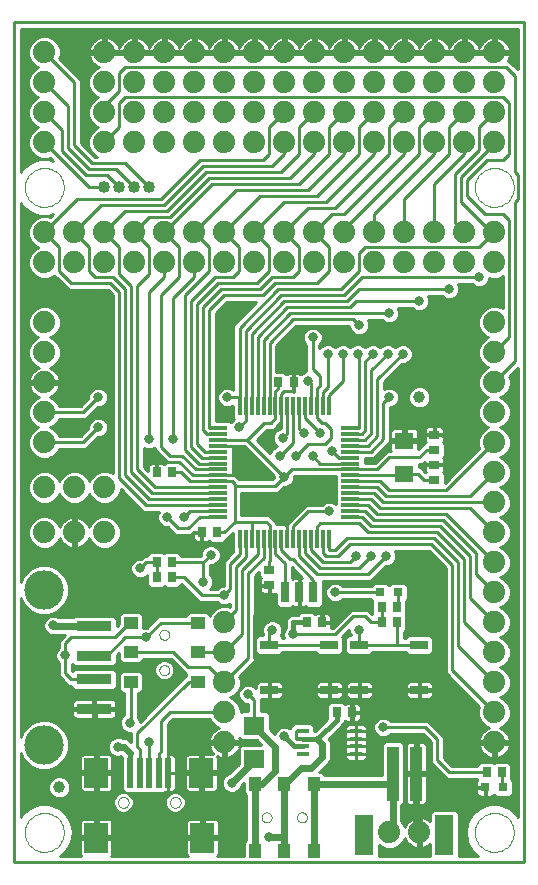
<source format=gtl>
G75*
G70*
%OFA0B0*%
%FSLAX24Y24*%
%IPPOS*%
%LPD*%
%AMOC8*
5,1,8,0,0,1.08239X$1,22.5*
%
%ADD10C,0.0100*%
%ADD11R,0.0354X0.0276*%
%ADD12R,0.0630X0.0551*%
%ADD13R,0.0276X0.0354*%
%ADD14R,0.0315X0.0315*%
%ADD15R,0.0600X0.0300*%
%ADD16R,0.0197X0.0984*%
%ADD17R,0.0787X0.0984*%
%ADD18C,0.0000*%
%ADD19R,0.0276X0.0669*%
%ADD20R,0.0710X0.0630*%
%ADD21C,0.0740*%
%ADD22R,0.0118X0.0630*%
%ADD23R,0.0630X0.0118*%
%ADD24C,0.1310*%
%ADD25R,0.0394X0.1811*%
%ADD26R,0.0630X0.1339*%
%ADD27R,0.0394X0.0453*%
%ADD28R,0.0433X0.0157*%
%ADD29R,0.0453X0.0394*%
%ADD30C,0.0394*%
%ADD31R,0.1181X0.0354*%
%ADD32C,0.0320*%
%ADD33C,0.0240*%
%ADD34C,0.0160*%
%ADD35C,0.0180*%
%ADD36C,0.0400*%
D10*
X003185Y000232D02*
X003185Y028232D01*
X020185Y028232D01*
X020185Y000232D01*
X003185Y000232D01*
X003405Y001761D02*
X003405Y003874D01*
X003485Y003679D01*
X003718Y003447D01*
X004021Y003322D01*
X004349Y003322D01*
X004652Y003447D01*
X004884Y003679D01*
X005010Y003983D01*
X005010Y004311D01*
X004884Y004614D01*
X004652Y004846D01*
X004349Y004972D01*
X004021Y004972D01*
X003718Y004846D01*
X003485Y004614D01*
X003405Y004419D01*
X003405Y009044D01*
X003485Y008849D01*
X003718Y008617D01*
X004021Y008492D01*
X004349Y008492D01*
X004652Y008617D01*
X004884Y008849D01*
X005010Y009153D01*
X005010Y009481D01*
X004884Y009784D01*
X004652Y010016D01*
X004349Y010142D01*
X004021Y010142D01*
X003718Y010016D01*
X003485Y009784D01*
X003405Y009589D01*
X003405Y022203D01*
X003454Y022118D01*
X003708Y021905D01*
X004019Y021792D01*
X004098Y021792D01*
X004185Y021792D01*
X004351Y021792D01*
X004481Y021839D01*
X004378Y021736D01*
X004292Y021772D01*
X004077Y021772D01*
X003879Y021690D01*
X003727Y021538D01*
X003645Y021339D01*
X003645Y021124D01*
X003727Y020926D01*
X003405Y020926D01*
X003405Y021024D02*
X003686Y021024D01*
X003727Y020926D02*
X003879Y020774D01*
X003981Y020732D01*
X003879Y020690D01*
X003727Y020538D01*
X003645Y020339D01*
X003645Y020124D01*
X003727Y019926D01*
X003879Y019774D01*
X004077Y019692D01*
X004292Y019692D01*
X004491Y019774D01*
X004511Y019794D01*
X004594Y019712D01*
X004994Y019312D01*
X005176Y019312D01*
X006294Y019312D01*
X006465Y019141D01*
X006465Y013200D01*
X006292Y013272D01*
X006077Y013272D01*
X005879Y013190D01*
X005727Y013038D01*
X005685Y012936D01*
X005643Y013038D01*
X005491Y013190D01*
X005292Y013272D01*
X005077Y013272D01*
X004879Y013190D01*
X004727Y013038D01*
X004685Y012936D01*
X004643Y013038D01*
X004491Y013190D01*
X004292Y013272D01*
X004077Y013272D01*
X003879Y013190D01*
X003727Y013038D01*
X003645Y012839D01*
X003645Y012624D01*
X003727Y012426D01*
X003879Y012274D01*
X004077Y012192D01*
X004292Y012192D01*
X004491Y012274D01*
X004643Y012426D01*
X004685Y012528D01*
X004727Y012426D01*
X004879Y012274D01*
X005077Y012192D01*
X005292Y012192D01*
X005491Y012274D01*
X005643Y012426D01*
X005685Y012528D01*
X005727Y012426D01*
X005879Y012274D01*
X006077Y012192D01*
X006292Y012192D01*
X006491Y012274D01*
X006643Y012426D01*
X006725Y012624D01*
X006725Y012681D01*
X007476Y011929D01*
X007659Y011929D01*
X008016Y011929D01*
X008005Y011919D01*
X007955Y011797D01*
X007955Y011666D01*
X008005Y011545D01*
X008098Y011452D01*
X008219Y011402D01*
X008304Y011402D01*
X008544Y011162D01*
X008726Y011162D01*
X009076Y011162D01*
X009165Y011251D01*
X009410Y011251D01*
X009410Y011213D01*
X009141Y011213D01*
X009141Y011035D01*
X009151Y010997D01*
X009171Y010963D01*
X009199Y010935D01*
X009233Y010915D01*
X009271Y010905D01*
X009410Y010905D01*
X009410Y011213D01*
X009448Y011213D01*
X009448Y010905D01*
X009586Y010905D01*
X009625Y010915D01*
X009659Y010935D01*
X009671Y010946D01*
X009733Y010885D01*
X010149Y010885D01*
X010249Y010984D01*
X010249Y011012D01*
X010276Y011012D01*
X010479Y011215D01*
X010479Y010642D01*
X010489Y010633D01*
X010489Y010597D01*
X010294Y010402D01*
X010165Y010273D01*
X010165Y009462D01*
X010119Y009462D01*
X009998Y009412D01*
X009938Y009352D01*
X009721Y009352D01*
X009765Y009395D01*
X009815Y009516D01*
X009815Y009647D01*
X009765Y009769D01*
X009705Y009828D01*
X009705Y010141D01*
X009716Y010152D01*
X009801Y010152D01*
X009922Y010202D01*
X010015Y010295D01*
X010065Y010416D01*
X010065Y010547D01*
X010015Y010669D01*
X009922Y010762D01*
X009801Y010812D01*
X009669Y010812D01*
X009548Y010762D01*
X009455Y010669D01*
X009405Y010547D01*
X009405Y010463D01*
X009394Y010452D01*
X008749Y010452D01*
X008749Y010479D01*
X008649Y010579D01*
X008233Y010579D01*
X008185Y010531D01*
X008137Y010579D01*
X007721Y010579D01*
X007621Y010479D01*
X007621Y010452D01*
X007494Y010452D01*
X007404Y010362D01*
X007319Y010362D01*
X007198Y010312D01*
X007105Y010219D01*
X007055Y010097D01*
X007055Y009966D01*
X007105Y009845D01*
X007198Y009752D01*
X007319Y009702D01*
X007451Y009702D01*
X007572Y009752D01*
X007621Y009801D01*
X007621Y009484D01*
X007721Y009385D01*
X008137Y009385D01*
X008185Y009432D01*
X008233Y009385D01*
X008649Y009385D01*
X008749Y009484D01*
X008749Y009507D01*
X009344Y008912D01*
X009526Y008912D01*
X009938Y008912D01*
X009998Y008852D01*
X010119Y008802D01*
X010251Y008802D01*
X010365Y008849D01*
X010365Y008742D01*
X010292Y008772D01*
X010077Y008772D01*
X009879Y008690D01*
X009727Y008538D01*
X009693Y008456D01*
X009693Y008483D01*
X009594Y008583D01*
X009000Y008583D01*
X008901Y008483D01*
X008901Y008436D01*
X007978Y008436D01*
X007849Y008307D01*
X007604Y008062D01*
X007519Y008062D01*
X007469Y008041D01*
X007469Y008483D01*
X007369Y008583D01*
X006776Y008583D01*
X006676Y008483D01*
X006676Y008184D01*
X006604Y008112D01*
X006604Y008357D01*
X006504Y008457D01*
X005182Y008457D01*
X005125Y008400D01*
X004684Y008400D01*
X004672Y008412D01*
X004551Y008462D01*
X004419Y008462D01*
X004298Y008412D01*
X004205Y008319D01*
X004155Y008197D01*
X004155Y008066D01*
X004205Y007945D01*
X004298Y007852D01*
X004419Y007802D01*
X004551Y007802D01*
X004594Y007820D01*
X004862Y007820D01*
X004665Y007623D01*
X004665Y007441D01*
X004665Y007378D01*
X004605Y007319D01*
X004555Y007197D01*
X004555Y007066D01*
X004605Y006945D01*
X004665Y006885D01*
X004665Y006441D01*
X004794Y006312D01*
X004987Y006118D01*
X005083Y006118D01*
X005083Y006091D01*
X005182Y005991D01*
X006504Y005991D01*
X006604Y006091D01*
X006604Y006586D01*
X006504Y006685D01*
X005182Y006685D01*
X005112Y006615D01*
X005105Y006623D01*
X005105Y006856D01*
X005182Y006778D01*
X006504Y006778D01*
X006604Y006878D01*
X006604Y007139D01*
X006676Y007212D01*
X006676Y006965D01*
X006776Y006865D01*
X007369Y006865D01*
X007469Y006965D01*
X007469Y007012D01*
X008394Y007012D01*
X008765Y006641D01*
X008894Y006512D01*
X008901Y006512D01*
X008901Y006459D01*
X008781Y006339D01*
X007365Y004923D01*
X007365Y004947D01*
X007315Y005069D01*
X007293Y005091D01*
X007293Y005881D01*
X007369Y005881D01*
X007469Y005980D01*
X007469Y006515D01*
X007369Y006614D01*
X006776Y006614D01*
X006676Y006515D01*
X006676Y005980D01*
X006776Y005881D01*
X006853Y005881D01*
X006853Y005163D01*
X006848Y005162D01*
X006755Y005069D01*
X006705Y004947D01*
X006705Y004816D01*
X006755Y004695D01*
X006848Y004602D01*
X006969Y004552D01*
X007065Y004552D01*
X007065Y004441D01*
X007065Y004262D01*
X006999Y004328D01*
X006893Y004372D01*
X006797Y004372D01*
X006701Y004412D01*
X006569Y004412D01*
X006448Y004362D01*
X006355Y004269D01*
X006305Y004147D01*
X006305Y004016D01*
X006355Y003895D01*
X006448Y003802D01*
X006569Y003752D01*
X006701Y003752D01*
X006739Y003768D01*
X006787Y003720D01*
X006787Y002654D01*
X006861Y002579D01*
X006750Y002579D01*
X006622Y002526D01*
X006524Y002428D01*
X006472Y002301D01*
X003405Y002301D01*
X003405Y002203D02*
X006472Y002203D01*
X006472Y002163D02*
X006524Y002035D01*
X006622Y001937D01*
X006750Y001885D01*
X006888Y001885D01*
X007015Y001937D01*
X007113Y002035D01*
X007166Y002163D01*
X007166Y002301D01*
X007113Y002428D01*
X007015Y002526D01*
X006948Y002554D01*
X007201Y002554D01*
X007539Y002554D01*
X007831Y002554D01*
X008169Y002554D01*
X008190Y002576D01*
X008197Y002574D01*
X008315Y002574D01*
X008433Y002574D01*
X008471Y002584D01*
X008505Y002604D01*
X008533Y002632D01*
X008553Y002666D01*
X008563Y002704D01*
X008563Y003216D01*
X008315Y003216D01*
X008315Y003216D01*
X008563Y003216D01*
X008563Y003728D01*
X008553Y003766D01*
X008533Y003800D01*
X008505Y003828D01*
X008471Y003848D01*
X008433Y003858D01*
X008315Y003858D01*
X008315Y003216D01*
X008315Y002574D01*
X008315Y003216D01*
X008315Y003216D01*
X008315Y003216D01*
X008315Y003858D01*
X008305Y003858D01*
X008305Y004841D01*
X008476Y005012D01*
X009692Y005012D01*
X009727Y004926D01*
X009879Y004774D01*
X010007Y004721D01*
X009985Y004714D01*
X009912Y004677D01*
X009846Y004628D01*
X009788Y004571D01*
X009740Y004504D01*
X009703Y004431D01*
X009678Y004354D01*
X009666Y004282D01*
X010135Y004282D01*
X010135Y004182D01*
X009666Y004182D01*
X009678Y004110D01*
X009703Y004032D01*
X009740Y003959D01*
X009788Y003893D01*
X009823Y003858D01*
X009467Y003858D01*
X009467Y003266D01*
X009367Y003266D01*
X009367Y003166D01*
X008873Y003166D01*
X008873Y002704D01*
X008884Y002666D01*
X008903Y002632D01*
X008931Y002604D01*
X008966Y002584D01*
X009004Y002574D01*
X009367Y002574D01*
X009367Y003166D01*
X009467Y003166D01*
X009467Y002574D01*
X009831Y002574D01*
X009869Y002584D01*
X009903Y002604D01*
X009931Y002632D01*
X009951Y002666D01*
X009961Y002704D01*
X009961Y003166D01*
X009467Y003166D01*
X009467Y003266D01*
X009961Y003266D01*
X009961Y003728D01*
X009951Y003766D01*
X009949Y003768D01*
X009985Y003750D01*
X010063Y003725D01*
X010135Y003713D01*
X010135Y004182D01*
X010235Y004182D01*
X010235Y004282D01*
X010703Y004282D01*
X010692Y004354D01*
X010682Y004384D01*
X010760Y004307D01*
X011260Y004307D01*
X011410Y004157D01*
X010760Y004157D01*
X010682Y004079D01*
X010692Y004110D01*
X010703Y004182D01*
X010235Y004182D01*
X010235Y003713D01*
X010307Y003725D01*
X010384Y003750D01*
X010457Y003787D01*
X010524Y003835D01*
X010581Y003893D01*
X010630Y003959D01*
X010660Y004019D01*
X010660Y003517D01*
X010344Y003201D01*
X010248Y003162D01*
X010155Y003069D01*
X010105Y002947D01*
X010105Y002816D01*
X010155Y002695D01*
X010248Y002602D01*
X010369Y002552D01*
X010501Y002552D01*
X010622Y002602D01*
X010715Y002695D01*
X010755Y002791D01*
X010834Y002871D01*
X010834Y002547D01*
X010911Y002470D01*
X010911Y000993D01*
X010834Y000916D01*
X010834Y000452D01*
X009956Y000452D01*
X009970Y000466D01*
X009990Y000501D01*
X010000Y000539D01*
X010000Y001001D01*
X009507Y001001D01*
X009507Y001101D01*
X010000Y001101D01*
X010000Y001563D01*
X009990Y001601D01*
X009970Y001635D01*
X009942Y001663D01*
X009908Y001683D01*
X009870Y001693D01*
X009506Y001693D01*
X009506Y001101D01*
X009407Y001101D01*
X009407Y001693D01*
X009043Y001693D01*
X009005Y001683D01*
X008971Y001663D01*
X008943Y001635D01*
X008923Y001601D01*
X008913Y001563D01*
X008913Y001101D01*
X009406Y001101D01*
X009406Y001001D01*
X008913Y001001D01*
X008913Y000539D01*
X008923Y000501D01*
X008943Y000466D01*
X008958Y000452D01*
X006412Y000452D01*
X006427Y000466D01*
X006447Y000501D01*
X006457Y000539D01*
X006457Y001001D01*
X005963Y001001D01*
X005963Y001101D01*
X005863Y001101D01*
X005863Y001693D01*
X005500Y001693D01*
X005462Y001683D01*
X005427Y001663D01*
X005399Y001635D01*
X005380Y001601D01*
X005370Y001563D01*
X005370Y001101D01*
X005863Y001101D01*
X005863Y001001D01*
X005370Y001001D01*
X005370Y000539D01*
X005380Y000501D01*
X005399Y000466D01*
X005414Y000452D01*
X004718Y000452D01*
X004916Y000618D01*
X004916Y000618D01*
X004916Y000618D01*
X005082Y000905D01*
X005139Y001232D01*
X005082Y001558D01*
X004916Y001845D01*
X004916Y001845D01*
X004662Y002058D01*
X004662Y002058D01*
X004351Y002172D01*
X004351Y002172D01*
X004272Y002172D01*
X004185Y002172D01*
X004019Y002172D01*
X003708Y002058D01*
X003708Y002058D01*
X003454Y001845D01*
X003405Y001761D01*
X003405Y001809D02*
X003432Y001809D01*
X003454Y001845D02*
X003454Y001845D01*
X003454Y001845D01*
X003405Y001907D02*
X003527Y001907D01*
X003645Y002006D02*
X003405Y002006D01*
X003405Y002104D02*
X003833Y002104D01*
X004019Y002172D02*
X004019Y002172D01*
X004374Y002524D02*
X004318Y002659D01*
X004318Y002805D01*
X004374Y002940D01*
X004477Y003043D01*
X004612Y003099D01*
X004758Y003099D01*
X004893Y003043D01*
X004996Y002940D01*
X005052Y002805D01*
X005052Y002659D01*
X004996Y002524D01*
X004893Y002421D01*
X004758Y002365D01*
X004612Y002365D01*
X004477Y002421D01*
X004374Y002524D01*
X004400Y002498D02*
X003405Y002498D01*
X003405Y002400D02*
X004528Y002400D01*
X004344Y002597D02*
X003405Y002597D01*
X003405Y002695D02*
X004318Y002695D01*
X004318Y002794D02*
X003405Y002794D01*
X003405Y002892D02*
X004354Y002892D01*
X004425Y002991D02*
X003405Y002991D01*
X003405Y003090D02*
X004590Y003090D01*
X004780Y003090D02*
X005370Y003090D01*
X005370Y003166D02*
X005370Y002704D01*
X005380Y002666D01*
X005399Y002632D01*
X005427Y002604D01*
X005462Y002584D01*
X005500Y002574D01*
X005863Y002574D01*
X005863Y003166D01*
X005370Y003166D01*
X005370Y003266D02*
X005370Y003728D01*
X005380Y003766D01*
X005399Y003800D01*
X005427Y003828D01*
X005462Y003848D01*
X005500Y003858D01*
X005863Y003858D01*
X005863Y003266D01*
X005863Y003166D01*
X005963Y003166D01*
X005963Y002574D01*
X006327Y002574D01*
X006365Y002584D01*
X006399Y002604D01*
X006427Y002632D01*
X006447Y002666D01*
X006457Y002704D01*
X006457Y003166D01*
X005963Y003166D01*
X005963Y003266D01*
X005863Y003266D01*
X005370Y003266D01*
X005370Y003287D02*
X003405Y003287D01*
X003405Y003385D02*
X003868Y003385D01*
X003681Y003484D02*
X003405Y003484D01*
X003405Y003582D02*
X003583Y003582D01*
X003485Y003681D02*
X003405Y003681D01*
X003405Y003779D02*
X003444Y003779D01*
X003405Y003188D02*
X005863Y003188D01*
X005913Y003216D02*
X005913Y005303D01*
X005885Y005332D01*
X005882Y005315D02*
X005882Y005392D01*
X006584Y005392D01*
X006584Y005551D01*
X006573Y005589D01*
X006554Y005623D01*
X006526Y005651D01*
X006492Y005671D01*
X006453Y005681D01*
X005882Y005681D01*
X005882Y005393D01*
X005804Y005393D01*
X005804Y005681D01*
X005233Y005681D01*
X005195Y005671D01*
X005160Y005651D01*
X005133Y005623D01*
X005113Y005589D01*
X005103Y005551D01*
X005103Y005392D01*
X005804Y005392D01*
X005804Y005315D01*
X005103Y005315D01*
X005103Y005157D01*
X005113Y005119D01*
X005133Y005085D01*
X005160Y005057D01*
X005195Y005037D01*
X005233Y005027D01*
X005804Y005027D01*
X005804Y005315D01*
X005882Y005315D01*
X006584Y005315D01*
X006584Y005157D01*
X006573Y005119D01*
X006554Y005085D01*
X006526Y005057D01*
X006492Y005037D01*
X006453Y005027D01*
X005882Y005027D01*
X005882Y005315D01*
X005882Y005356D02*
X006853Y005356D01*
X006853Y005258D02*
X006584Y005258D01*
X006584Y005159D02*
X006845Y005159D01*
X006752Y005060D02*
X006530Y005060D01*
X006711Y004962D02*
X004373Y004962D01*
X004611Y004863D02*
X006705Y004863D01*
X006726Y004765D02*
X004734Y004765D01*
X004832Y004666D02*
X006784Y004666D01*
X006931Y004568D02*
X004903Y004568D01*
X004944Y004469D02*
X007065Y004469D01*
X007065Y004371D02*
X006895Y004371D01*
X007055Y004272D02*
X007065Y004272D01*
X007285Y004082D02*
X007370Y003997D01*
X007370Y003216D01*
X007685Y003216D02*
X007685Y004232D01*
X008000Y003847D02*
X008085Y003932D01*
X008085Y004932D01*
X008385Y005232D01*
X010185Y005232D01*
X010389Y005732D02*
X010491Y005774D01*
X010643Y005926D01*
X010725Y006124D01*
X010725Y006339D01*
X010689Y006425D01*
X011205Y006941D01*
X011205Y007123D01*
X011205Y009791D01*
X011338Y009924D01*
X011338Y009779D01*
X011400Y009718D01*
X011388Y009706D01*
X011368Y009672D01*
X011358Y009633D01*
X011358Y009495D01*
X011205Y009495D01*
X011205Y009593D02*
X011358Y009593D01*
X011358Y009495D02*
X011666Y009495D01*
X011666Y009457D01*
X011704Y009457D01*
X011704Y009188D01*
X011882Y009188D01*
X011905Y009194D01*
X011905Y008827D01*
X012004Y008727D01*
X012421Y008727D01*
X012465Y008771D01*
X012489Y008757D01*
X012527Y008747D01*
X012666Y008747D01*
X012666Y009213D01*
X012704Y009213D01*
X012704Y008747D01*
X012842Y008747D01*
X012881Y008757D01*
X012905Y008771D01*
X012949Y008727D01*
X013366Y008727D01*
X013465Y008827D01*
X013465Y009612D01*
X014894Y009612D01*
X015076Y009612D01*
X015566Y010102D01*
X015651Y010102D01*
X015772Y010152D01*
X015865Y010245D01*
X015915Y010366D01*
X015915Y010497D01*
X015867Y010612D01*
X016994Y010612D01*
X017565Y010041D01*
X017565Y006723D01*
X017565Y006541D01*
X018680Y005425D01*
X018645Y005339D01*
X018645Y005124D01*
X018727Y004926D01*
X018879Y004774D01*
X019007Y004721D01*
X018985Y004714D01*
X018912Y004677D01*
X018846Y004628D01*
X018788Y004571D01*
X018740Y004504D01*
X018703Y004431D01*
X018678Y004354D01*
X018666Y004282D01*
X019135Y004282D01*
X019135Y004182D01*
X018666Y004182D01*
X018678Y004110D01*
X018703Y004032D01*
X018740Y003959D01*
X018788Y003893D01*
X018846Y003835D01*
X018912Y003787D01*
X018985Y003750D01*
X019063Y003725D01*
X019135Y003713D01*
X019135Y004182D01*
X019235Y004182D01*
X019235Y004282D01*
X019703Y004282D01*
X019692Y004354D01*
X019667Y004431D01*
X019630Y004504D01*
X019581Y004571D01*
X019524Y004628D01*
X019457Y004677D01*
X019384Y004714D01*
X019362Y004721D01*
X019491Y004774D01*
X019643Y004926D01*
X019725Y005124D01*
X019725Y005339D01*
X019643Y005538D01*
X019491Y005690D01*
X019389Y005732D01*
X019491Y005774D01*
X019643Y005926D01*
X019725Y006124D01*
X019725Y006339D01*
X019643Y006538D01*
X019491Y006690D01*
X019389Y006732D01*
X019491Y006774D01*
X019643Y006926D01*
X019725Y007124D01*
X019725Y007339D01*
X019643Y007538D01*
X019491Y007690D01*
X019389Y007732D01*
X019491Y007774D01*
X019643Y007926D01*
X019725Y008124D01*
X019725Y008339D01*
X019643Y008538D01*
X019491Y008690D01*
X019389Y008732D01*
X019491Y008774D01*
X019643Y008926D01*
X019725Y009124D01*
X019725Y009339D01*
X019643Y009538D01*
X019491Y009690D01*
X019389Y009732D01*
X019491Y009774D01*
X019643Y009926D01*
X019725Y010124D01*
X019725Y010339D01*
X019643Y010538D01*
X019491Y010690D01*
X019389Y010732D01*
X019491Y010774D01*
X019643Y010926D01*
X019725Y011124D01*
X019725Y011339D01*
X019643Y011538D01*
X019491Y011690D01*
X019389Y011732D01*
X019491Y011774D01*
X019643Y011926D01*
X019725Y012124D01*
X019725Y012339D01*
X019643Y012538D01*
X019491Y012690D01*
X019389Y012732D01*
X019491Y012774D01*
X019643Y012926D01*
X019725Y013124D01*
X019725Y013339D01*
X019643Y013538D01*
X019491Y013690D01*
X019389Y013732D01*
X019491Y013774D01*
X019643Y013926D01*
X019725Y014124D01*
X019725Y014339D01*
X019643Y014538D01*
X019491Y014690D01*
X019389Y014732D01*
X019491Y014774D01*
X019643Y014926D01*
X019725Y015124D01*
X019725Y015339D01*
X019643Y015538D01*
X019491Y015690D01*
X019389Y015732D01*
X019491Y015774D01*
X019643Y015926D01*
X019725Y016124D01*
X019725Y016339D01*
X019689Y016425D01*
X019965Y016701D01*
X019965Y001761D01*
X019916Y001845D01*
X019916Y001845D01*
X019662Y002058D01*
X019351Y002172D01*
X019351Y002172D01*
X019272Y002172D01*
X019185Y002172D01*
X019165Y002172D01*
X019098Y002172D01*
X019019Y002172D01*
X018708Y002058D01*
X018708Y002058D01*
X018454Y001845D01*
X018288Y001558D01*
X018230Y001232D01*
X018288Y000905D01*
X018454Y000618D01*
X018652Y000452D01*
X018008Y000452D01*
X018008Y001881D01*
X017909Y001981D01*
X017138Y001981D01*
X017039Y001881D01*
X017039Y001614D01*
X017024Y001628D01*
X016957Y001677D01*
X016884Y001714D01*
X016807Y001739D01*
X016735Y001750D01*
X016735Y001282D01*
X016635Y001282D01*
X016635Y001750D01*
X016563Y001739D01*
X016485Y001714D01*
X016412Y001677D01*
X016346Y001628D01*
X016288Y001571D01*
X016240Y001504D01*
X016203Y001431D01*
X016196Y001409D01*
X016143Y001538D01*
X016081Y001599D01*
X016081Y002136D01*
X016158Y002213D01*
X016158Y004164D01*
X016058Y004264D01*
X015524Y004264D01*
X015424Y004164D01*
X015424Y003134D01*
X013536Y003134D01*
X013536Y003141D01*
X013436Y003240D01*
X013354Y003240D01*
X013599Y003486D01*
X013681Y003568D01*
X013725Y003674D01*
X013725Y004239D01*
X013681Y004346D01*
X013667Y004360D01*
X014141Y004834D01*
X014179Y004926D01*
X014179Y004926D01*
X014199Y004946D01*
X014211Y004935D01*
X014245Y004915D01*
X014283Y004905D01*
X014422Y004905D01*
X014422Y005213D01*
X014460Y005213D01*
X014460Y005251D01*
X014729Y005251D01*
X014729Y005429D01*
X014718Y005467D01*
X014699Y005501D01*
X014671Y005529D01*
X014636Y005549D01*
X014598Y005559D01*
X014460Y005559D01*
X014460Y005251D01*
X014422Y005251D01*
X014422Y005559D01*
X014283Y005559D01*
X014245Y005549D01*
X014211Y005529D01*
X014199Y005517D01*
X014137Y005579D01*
X013721Y005579D01*
X013621Y005479D01*
X013621Y005022D01*
X013217Y004618D01*
X013198Y004610D01*
X013186Y004610D01*
X013186Y004765D01*
X013364Y004765D01*
X013266Y004666D02*
X013186Y004666D01*
X013186Y004765D02*
X013086Y004864D01*
X012512Y004864D01*
X012413Y004765D01*
X011710Y004765D01*
X011710Y004677D02*
X011710Y005177D01*
X011610Y005277D01*
X011405Y005277D01*
X011405Y005682D01*
X011660Y005682D01*
X011660Y005957D01*
X011710Y005957D01*
X011710Y006007D01*
X011660Y006007D01*
X011660Y006282D01*
X011365Y006282D01*
X011327Y006272D01*
X011293Y006252D01*
X011265Y006224D01*
X011245Y006190D01*
X011235Y006152D01*
X011235Y006048D01*
X011172Y006112D01*
X011051Y006162D01*
X010919Y006162D01*
X010798Y006112D01*
X010705Y006019D01*
X010655Y005897D01*
X010655Y005766D01*
X010705Y005645D01*
X010798Y005552D01*
X010919Y005502D01*
X010965Y005502D01*
X010965Y005277D01*
X010760Y005277D01*
X010725Y005242D01*
X010725Y005339D01*
X010643Y005538D01*
X010491Y005690D01*
X010389Y005732D01*
X010433Y005750D02*
X010661Y005750D01*
X010655Y005849D02*
X010566Y005849D01*
X010651Y005947D02*
X010676Y005947D01*
X010692Y006046D02*
X010732Y006046D01*
X010725Y006144D02*
X010877Y006144D01*
X010725Y006243D02*
X011284Y006243D01*
X011235Y006144D02*
X011092Y006144D01*
X010985Y005832D02*
X011185Y005632D01*
X011185Y004792D01*
X011185Y004632D01*
X011294Y004272D02*
X010235Y004272D01*
X010185Y004232D02*
X009585Y004232D01*
X009417Y004064D01*
X009417Y003216D01*
X009457Y003177D01*
X009457Y001051D01*
X009507Y001020D02*
X010911Y001020D01*
X010911Y001119D02*
X010000Y001119D01*
X010000Y001217D02*
X010911Y001217D01*
X010911Y001316D02*
X010000Y001316D01*
X010000Y001414D02*
X010911Y001414D01*
X010911Y001513D02*
X010000Y001513D01*
X009984Y001611D02*
X010911Y001611D01*
X010911Y001710D02*
X004994Y001710D01*
X004937Y001809D02*
X010911Y001809D01*
X010911Y001907D02*
X008674Y001907D01*
X008620Y001885D02*
X008748Y001937D01*
X008845Y002035D01*
X008898Y002163D01*
X008898Y002301D01*
X008845Y002428D01*
X008748Y002526D01*
X008620Y002579D01*
X008482Y002579D01*
X008354Y002526D01*
X008257Y002428D01*
X008204Y002301D01*
X008204Y002163D01*
X008257Y002035D01*
X008354Y001937D01*
X008482Y001885D01*
X008620Y001885D01*
X008428Y001907D02*
X006942Y001907D01*
X007083Y002006D02*
X008286Y002006D01*
X008228Y002104D02*
X007142Y002104D01*
X007166Y002203D02*
X008204Y002203D01*
X008204Y002301D02*
X007166Y002301D01*
X007125Y002400D02*
X008245Y002400D01*
X008327Y002498D02*
X007043Y002498D01*
X006843Y002597D02*
X006387Y002597D01*
X006455Y002695D02*
X006787Y002695D01*
X006787Y002794D02*
X006457Y002794D01*
X006457Y002892D02*
X006787Y002892D01*
X006787Y002991D02*
X006457Y002991D01*
X006457Y003090D02*
X006787Y003090D01*
X006787Y003188D02*
X005963Y003188D01*
X005913Y003216D02*
X005913Y001051D01*
X005863Y001020D02*
X005102Y001020D01*
X005085Y000922D02*
X005370Y000922D01*
X005370Y000823D02*
X005034Y000823D01*
X005082Y000905D02*
X005082Y000905D01*
X004977Y000725D02*
X005370Y000725D01*
X005370Y000626D02*
X004920Y000626D01*
X004808Y000527D02*
X005373Y000527D01*
X005370Y001119D02*
X005119Y001119D01*
X005137Y001217D02*
X005370Y001217D01*
X005370Y001316D02*
X005125Y001316D01*
X005139Y001232D02*
X005139Y001232D01*
X005107Y001414D02*
X005370Y001414D01*
X005370Y001513D02*
X005090Y001513D01*
X005082Y001558D02*
X005082Y001558D01*
X005051Y001611D02*
X005386Y001611D01*
X005863Y001611D02*
X005963Y001611D01*
X005963Y001693D02*
X005963Y001101D01*
X006457Y001101D01*
X006457Y001563D01*
X006447Y001601D01*
X006427Y001635D01*
X006399Y001663D01*
X006365Y001683D01*
X006327Y001693D01*
X005963Y001693D01*
X005963Y001513D02*
X005863Y001513D01*
X005863Y001414D02*
X005963Y001414D01*
X005963Y001316D02*
X005863Y001316D01*
X005863Y001217D02*
X005963Y001217D01*
X005963Y001119D02*
X005863Y001119D01*
X005963Y001020D02*
X009406Y001020D01*
X009407Y001119D02*
X009506Y001119D01*
X009506Y001217D02*
X009407Y001217D01*
X009407Y001316D02*
X009506Y001316D01*
X009506Y001414D02*
X009407Y001414D01*
X009407Y001513D02*
X009506Y001513D01*
X009506Y001611D02*
X009407Y001611D01*
X008929Y001611D02*
X006441Y001611D01*
X006457Y001513D02*
X008913Y001513D01*
X008913Y001414D02*
X006457Y001414D01*
X006457Y001316D02*
X008913Y001316D01*
X008913Y001217D02*
X006457Y001217D01*
X006457Y001119D02*
X008913Y001119D01*
X008913Y000922D02*
X006457Y000922D01*
X006457Y000823D02*
X008913Y000823D01*
X008913Y000725D02*
X006457Y000725D01*
X006457Y000626D02*
X008913Y000626D01*
X008916Y000527D02*
X006454Y000527D01*
X006696Y001907D02*
X004842Y001907D01*
X004725Y002006D02*
X006554Y002006D01*
X006496Y002104D02*
X004536Y002104D01*
X004842Y002400D02*
X006513Y002400D01*
X006472Y002301D02*
X006472Y002163D01*
X006594Y002498D02*
X004970Y002498D01*
X005026Y002597D02*
X005440Y002597D01*
X005372Y002695D02*
X005052Y002695D01*
X005052Y002794D02*
X005370Y002794D01*
X005370Y002892D02*
X005015Y002892D01*
X004944Y002991D02*
X005370Y002991D01*
X005370Y003385D02*
X004502Y003385D01*
X004689Y003484D02*
X005370Y003484D01*
X005370Y003582D02*
X004787Y003582D01*
X004885Y003681D02*
X005370Y003681D01*
X005387Y003779D02*
X004926Y003779D01*
X004966Y003878D02*
X006372Y003878D01*
X006365Y003848D02*
X006327Y003858D01*
X005963Y003858D01*
X005963Y003266D01*
X006457Y003266D01*
X006457Y003728D01*
X006447Y003766D01*
X006427Y003800D01*
X006399Y003828D01*
X006365Y003848D01*
X006439Y003779D02*
X006503Y003779D01*
X006457Y003681D02*
X006787Y003681D01*
X006787Y003582D02*
X006457Y003582D01*
X006457Y003484D02*
X006787Y003484D01*
X006787Y003385D02*
X006457Y003385D01*
X006457Y003287D02*
X006787Y003287D01*
X006321Y003976D02*
X005007Y003976D01*
X005010Y004075D02*
X006305Y004075D01*
X006316Y004174D02*
X005010Y004174D01*
X005010Y004272D02*
X006359Y004272D01*
X006470Y004371D02*
X004985Y004371D01*
X005157Y005060D02*
X003405Y005060D01*
X003405Y004962D02*
X003997Y004962D01*
X003759Y004863D02*
X003405Y004863D01*
X003405Y004765D02*
X003636Y004765D01*
X003538Y004666D02*
X003405Y004666D01*
X003405Y004568D02*
X003466Y004568D01*
X003425Y004469D02*
X003405Y004469D01*
X003405Y005159D02*
X005103Y005159D01*
X005103Y005258D02*
X003405Y005258D01*
X003405Y005356D02*
X005804Y005356D01*
X005804Y005258D02*
X005882Y005258D01*
X005882Y005159D02*
X005804Y005159D01*
X005804Y005060D02*
X005882Y005060D01*
X005882Y005455D02*
X005804Y005455D01*
X005804Y005553D02*
X005882Y005553D01*
X005882Y005652D02*
X005804Y005652D01*
X005843Y006338D02*
X005079Y006338D01*
X004885Y006532D01*
X004885Y007132D01*
X004885Y007532D01*
X005085Y007732D01*
X006535Y007732D01*
X007035Y008232D01*
X007443Y008509D02*
X008927Y008509D01*
X009297Y008216D02*
X008069Y008216D01*
X007585Y007732D01*
X006885Y007732D01*
X006279Y007126D01*
X005843Y007126D01*
X006604Y007130D02*
X006676Y007130D01*
X006676Y007031D02*
X006604Y007031D01*
X006604Y006933D02*
X006708Y006933D01*
X006560Y006834D02*
X007901Y006834D01*
X007899Y006832D02*
X007848Y006708D01*
X007848Y006574D01*
X007899Y006450D01*
X007994Y006355D01*
X008118Y006304D01*
X008252Y006304D01*
X008376Y006355D01*
X008471Y006450D01*
X008522Y006574D01*
X008522Y006708D01*
X008471Y006832D01*
X008376Y006927D01*
X008252Y006979D01*
X008118Y006979D01*
X007994Y006927D01*
X007899Y006832D01*
X007859Y006736D02*
X005105Y006736D01*
X005105Y006834D02*
X005126Y006834D01*
X005134Y006637D02*
X005105Y006637D01*
X004764Y006341D02*
X003405Y006341D01*
X003405Y006243D02*
X004863Y006243D01*
X004961Y006144D02*
X003405Y006144D01*
X003405Y006046D02*
X005127Y006046D01*
X005162Y005652D02*
X003405Y005652D01*
X003405Y005750D02*
X006853Y005750D01*
X006853Y005652D02*
X006525Y005652D01*
X006583Y005553D02*
X006853Y005553D01*
X006853Y005455D02*
X006584Y005455D01*
X006853Y005849D02*
X003405Y005849D01*
X003405Y005947D02*
X006709Y005947D01*
X006676Y006046D02*
X006559Y006046D01*
X006604Y006144D02*
X006676Y006144D01*
X006676Y006243D02*
X006604Y006243D01*
X006604Y006341D02*
X006676Y006341D01*
X006676Y006440D02*
X006604Y006440D01*
X006604Y006539D02*
X006700Y006539D01*
X006552Y006637D02*
X007848Y006637D01*
X007862Y006539D02*
X007445Y006539D01*
X007469Y006440D02*
X007909Y006440D01*
X008027Y006341D02*
X007469Y006341D01*
X007469Y006243D02*
X008685Y006243D01*
X008784Y006341D02*
X008343Y006341D01*
X008461Y006440D02*
X008882Y006440D01*
X008867Y006539D02*
X008507Y006539D01*
X008522Y006637D02*
X008768Y006637D01*
X008670Y006736D02*
X008511Y006736D01*
X008469Y006834D02*
X008571Y006834D01*
X008473Y006933D02*
X008363Y006933D01*
X008485Y007232D02*
X007073Y007232D01*
X007437Y006933D02*
X008007Y006933D01*
X008485Y007232D02*
X008985Y006732D01*
X009685Y006732D01*
X010185Y006232D01*
X010985Y007032D01*
X010985Y009882D01*
X011496Y010393D01*
X011496Y011027D01*
X011693Y011027D02*
X011693Y011474D01*
X011585Y011582D01*
X011085Y011582D01*
X010535Y011582D01*
X010185Y011232D01*
X009941Y011232D01*
X010237Y010973D02*
X010479Y010973D01*
X010479Y010874D02*
X006591Y010874D01*
X006643Y010926D02*
X006491Y010774D01*
X006292Y010692D01*
X006077Y010692D01*
X005879Y010774D01*
X005727Y010926D01*
X005674Y011054D01*
X005667Y011032D01*
X005630Y010959D01*
X005581Y010893D01*
X005524Y010835D01*
X005457Y010787D01*
X005384Y010750D01*
X005307Y010725D01*
X005235Y010713D01*
X005235Y011182D01*
X005135Y011182D01*
X005135Y010713D01*
X005063Y010725D01*
X004985Y010750D01*
X004912Y010787D01*
X004846Y010835D01*
X004788Y010893D01*
X004740Y010959D01*
X004703Y011032D01*
X004696Y011054D01*
X004643Y010926D01*
X004491Y010774D01*
X004292Y010692D01*
X004077Y010692D01*
X003879Y010774D01*
X003727Y010926D01*
X003645Y011124D01*
X003645Y011339D01*
X003727Y011538D01*
X003879Y011690D01*
X004077Y011772D01*
X004292Y011772D01*
X004491Y011690D01*
X004643Y011538D01*
X004696Y011409D01*
X004703Y011431D01*
X004740Y011504D01*
X004788Y011571D01*
X004846Y011628D01*
X004912Y011677D01*
X004985Y011714D01*
X005063Y011739D01*
X005135Y011750D01*
X005135Y011282D01*
X005235Y011282D01*
X005235Y011750D01*
X005307Y011739D01*
X005384Y011714D01*
X005457Y011677D01*
X005524Y011628D01*
X005581Y011571D01*
X005630Y011504D01*
X005667Y011431D01*
X005674Y011409D01*
X005727Y011538D01*
X005879Y011690D01*
X006077Y011772D01*
X006292Y011772D01*
X006491Y011690D01*
X006643Y011538D01*
X006725Y011339D01*
X006725Y011124D01*
X006643Y010926D01*
X006662Y010973D02*
X009165Y010973D01*
X009141Y011072D02*
X006703Y011072D01*
X006725Y011170D02*
X008535Y011170D01*
X008437Y011269D02*
X006725Y011269D01*
X006713Y011367D02*
X008338Y011367D01*
X008084Y011466D02*
X006672Y011466D01*
X006616Y011564D02*
X007997Y011564D01*
X007956Y011663D02*
X006517Y011663D01*
X006317Y011761D02*
X007955Y011761D01*
X007981Y011860D02*
X003405Y011860D01*
X003405Y011958D02*
X007447Y011958D01*
X007349Y012057D02*
X003405Y012057D01*
X003405Y012156D02*
X007250Y012156D01*
X007151Y012254D02*
X006443Y012254D01*
X006569Y012353D02*
X007053Y012353D01*
X006954Y012451D02*
X006653Y012451D01*
X006694Y012550D02*
X006856Y012550D01*
X006757Y012648D02*
X006725Y012648D01*
X006685Y013032D02*
X007568Y012149D01*
X009980Y012149D01*
X009980Y011952D02*
X009055Y011952D01*
X008835Y011732D01*
X008985Y011382D02*
X008635Y011382D01*
X008285Y011732D01*
X008835Y010982D02*
X008935Y010982D01*
X009185Y011232D01*
X009429Y011232D01*
X009410Y011170D02*
X009448Y011170D01*
X009448Y011072D02*
X009410Y011072D01*
X009410Y010973D02*
X009448Y010973D01*
X009583Y010776D02*
X006493Y010776D01*
X005877Y010776D02*
X005436Y010776D01*
X005563Y010874D02*
X005779Y010874D01*
X005708Y010973D02*
X005637Y010973D01*
X005649Y011466D02*
X005697Y011466D01*
X005754Y011564D02*
X005586Y011564D01*
X005476Y011663D02*
X005852Y011663D01*
X006052Y011761D02*
X004317Y011761D01*
X004517Y011663D02*
X004894Y011663D01*
X004784Y011564D02*
X004616Y011564D01*
X004672Y011466D02*
X004721Y011466D01*
X004733Y010973D02*
X004662Y010973D01*
X004591Y010874D02*
X004807Y010874D01*
X004934Y010776D02*
X004493Y010776D01*
X004483Y010086D02*
X007055Y010086D01*
X007055Y009988D02*
X004681Y009988D01*
X004779Y009889D02*
X007087Y009889D01*
X007159Y009791D02*
X004878Y009791D01*
X004922Y009692D02*
X007621Y009692D01*
X007610Y009791D02*
X007621Y009791D01*
X007621Y009593D02*
X004963Y009593D01*
X005004Y009495D02*
X007621Y009495D01*
X007709Y009396D02*
X005010Y009396D01*
X005010Y009298D02*
X008958Y009298D01*
X009056Y009199D02*
X005010Y009199D01*
X004988Y009101D02*
X009155Y009101D01*
X009253Y009002D02*
X004947Y009002D01*
X004907Y008904D02*
X009946Y008904D01*
X010111Y008805D02*
X004840Y008805D01*
X004741Y008707D02*
X009920Y008707D01*
X009797Y008608D02*
X004629Y008608D01*
X004672Y008411D02*
X005136Y008411D01*
X004862Y007820D02*
X004594Y007820D01*
X004763Y007721D02*
X003405Y007721D01*
X003405Y007623D02*
X004665Y007623D01*
X004665Y007524D02*
X003405Y007524D01*
X003405Y007425D02*
X004665Y007425D01*
X004613Y007327D02*
X003405Y007327D01*
X003405Y007228D02*
X004568Y007228D01*
X004555Y007130D02*
X003405Y007130D01*
X003405Y007031D02*
X004569Y007031D01*
X004617Y006933D02*
X003405Y006933D01*
X003405Y006834D02*
X004665Y006834D01*
X004665Y006736D02*
X003405Y006736D01*
X003405Y006637D02*
X004665Y006637D01*
X004665Y006539D02*
X003405Y006539D01*
X003405Y006440D02*
X004666Y006440D01*
X005103Y005553D02*
X003405Y005553D01*
X003405Y005455D02*
X005103Y005455D01*
X005863Y003779D02*
X005963Y003779D01*
X005963Y003681D02*
X005863Y003681D01*
X005863Y003582D02*
X005963Y003582D01*
X005963Y003484D02*
X005863Y003484D01*
X005863Y003385D02*
X005963Y003385D01*
X005963Y003287D02*
X005863Y003287D01*
X005863Y003090D02*
X005963Y003090D01*
X005963Y002991D02*
X005863Y002991D01*
X005863Y002892D02*
X005963Y002892D01*
X005963Y002794D02*
X005863Y002794D01*
X005863Y002695D02*
X005963Y002695D01*
X005963Y002597D02*
X005863Y002597D01*
X007285Y004082D02*
X007285Y004532D01*
X009001Y006248D01*
X009297Y006248D01*
X008586Y006144D02*
X007469Y006144D01*
X007469Y006046D02*
X008488Y006046D01*
X008389Y005947D02*
X007436Y005947D01*
X007293Y005849D02*
X008291Y005849D01*
X008192Y005750D02*
X007293Y005750D01*
X007293Y005652D02*
X008094Y005652D01*
X007995Y005553D02*
X007293Y005553D01*
X007293Y005455D02*
X007897Y005455D01*
X007798Y005356D02*
X007293Y005356D01*
X007293Y005258D02*
X007700Y005258D01*
X007601Y005159D02*
X007293Y005159D01*
X007318Y005060D02*
X007502Y005060D01*
X007404Y004962D02*
X007359Y004962D01*
X007073Y004920D02*
X007035Y004882D01*
X007073Y004920D02*
X007073Y006248D01*
X008426Y004962D02*
X009712Y004962D01*
X009790Y004863D02*
X008328Y004863D01*
X008305Y004765D02*
X009901Y004765D01*
X009898Y004666D02*
X008305Y004666D01*
X008305Y004568D02*
X009786Y004568D01*
X009722Y004469D02*
X008305Y004469D01*
X008305Y004371D02*
X009683Y004371D01*
X009668Y004174D02*
X008305Y004174D01*
X008305Y004272D02*
X010135Y004272D01*
X010135Y004174D02*
X010235Y004174D01*
X010235Y004075D02*
X010135Y004075D01*
X010135Y003976D02*
X010235Y003976D01*
X010235Y003878D02*
X010135Y003878D01*
X010135Y003779D02*
X010235Y003779D01*
X010442Y003779D02*
X010660Y003779D01*
X010660Y003681D02*
X009961Y003681D01*
X009961Y003582D02*
X010660Y003582D01*
X010627Y003484D02*
X009961Y003484D01*
X009961Y003385D02*
X010528Y003385D01*
X010430Y003287D02*
X009961Y003287D01*
X009961Y003090D02*
X010176Y003090D01*
X010123Y002991D02*
X009961Y002991D01*
X009961Y002892D02*
X010105Y002892D01*
X010114Y002794D02*
X009961Y002794D01*
X009958Y002695D02*
X010155Y002695D01*
X010260Y002597D02*
X009891Y002597D01*
X009467Y002597D02*
X009367Y002597D01*
X009367Y002695D02*
X009467Y002695D01*
X009467Y002794D02*
X009367Y002794D01*
X009367Y002892D02*
X009467Y002892D01*
X009467Y002991D02*
X009367Y002991D01*
X009367Y003090D02*
X009467Y003090D01*
X009467Y003188D02*
X010312Y003188D01*
X010715Y002695D02*
X010834Y002695D01*
X010834Y002597D02*
X010609Y002597D01*
X010757Y002794D02*
X010834Y002794D01*
X010883Y002498D02*
X008775Y002498D01*
X008857Y002400D02*
X010911Y002400D01*
X010911Y002301D02*
X008898Y002301D01*
X008898Y002203D02*
X010911Y002203D01*
X010911Y002104D02*
X008874Y002104D01*
X008816Y002006D02*
X010911Y002006D01*
X010839Y000922D02*
X010000Y000922D01*
X010000Y000823D02*
X010834Y000823D01*
X010834Y000725D02*
X010000Y000725D01*
X010000Y000626D02*
X010834Y000626D01*
X010834Y000527D02*
X009997Y000527D01*
X008944Y002597D02*
X008493Y002597D01*
X008561Y002695D02*
X008876Y002695D01*
X008873Y002794D02*
X008563Y002794D01*
X008563Y002892D02*
X008873Y002892D01*
X008873Y002991D02*
X008563Y002991D01*
X008563Y003090D02*
X008873Y003090D01*
X008873Y003266D02*
X009367Y003266D01*
X009367Y003858D01*
X009004Y003858D01*
X008966Y003848D01*
X008931Y003828D01*
X008903Y003800D01*
X008884Y003766D01*
X008873Y003728D01*
X008873Y003266D01*
X008873Y003287D02*
X008563Y003287D01*
X008563Y003385D02*
X008873Y003385D01*
X008873Y003484D02*
X008563Y003484D01*
X008563Y003582D02*
X008873Y003582D01*
X008873Y003681D02*
X008563Y003681D01*
X008545Y003779D02*
X008891Y003779D01*
X008315Y003779D02*
X008315Y003779D01*
X008315Y003681D02*
X008315Y003681D01*
X008315Y003582D02*
X008315Y003582D01*
X008315Y003484D02*
X008315Y003484D01*
X008315Y003385D02*
X008315Y003385D01*
X008315Y003287D02*
X008315Y003287D01*
X008315Y003188D02*
X008315Y003188D01*
X008315Y003090D02*
X008315Y003090D01*
X008315Y002991D02*
X008315Y002991D01*
X008315Y002892D02*
X008315Y002892D01*
X008315Y002794D02*
X008315Y002794D01*
X008315Y002695D02*
X008315Y002695D01*
X008315Y002597D02*
X008315Y002597D01*
X008563Y003188D02*
X009367Y003188D01*
X009367Y003287D02*
X009467Y003287D01*
X009467Y003385D02*
X009367Y003385D01*
X009367Y003484D02*
X009467Y003484D01*
X009467Y003582D02*
X009367Y003582D01*
X009367Y003681D02*
X009467Y003681D01*
X009467Y003779D02*
X009367Y003779D01*
X009689Y004075D02*
X008305Y004075D01*
X008305Y003976D02*
X009731Y003976D01*
X009803Y003878D02*
X008305Y003878D01*
X008000Y003847D02*
X008000Y003216D01*
X010529Y005652D02*
X010702Y005652D01*
X010627Y005553D02*
X010797Y005553D01*
X010677Y005455D02*
X010965Y005455D01*
X010965Y005356D02*
X010718Y005356D01*
X010725Y005258D02*
X010741Y005258D01*
X010687Y004371D02*
X010696Y004371D01*
X010702Y004174D02*
X011393Y004174D01*
X011819Y004568D02*
X011884Y004568D01*
X011865Y004522D02*
X011710Y004677D01*
X011720Y004666D02*
X011953Y004666D01*
X011998Y004712D02*
X011905Y004619D01*
X011865Y004522D01*
X011998Y004712D02*
X012119Y004762D01*
X012251Y004762D01*
X012370Y004712D01*
X012413Y004754D01*
X012413Y004765D01*
X012511Y004863D02*
X011710Y004863D01*
X011710Y004962D02*
X013561Y004962D01*
X013621Y005060D02*
X011710Y005060D01*
X011710Y005159D02*
X013621Y005159D01*
X013621Y005258D02*
X011629Y005258D01*
X011405Y005356D02*
X013621Y005356D01*
X013621Y005455D02*
X011405Y005455D01*
X011405Y005553D02*
X013695Y005553D01*
X013710Y005682D02*
X014005Y005682D01*
X014043Y005692D01*
X014077Y005712D01*
X014105Y005740D01*
X014125Y005774D01*
X014135Y005812D01*
X014135Y005957D01*
X013710Y005957D01*
X013710Y006007D01*
X013660Y006007D01*
X013660Y006282D01*
X013365Y006282D01*
X013327Y006272D01*
X013293Y006252D01*
X013265Y006224D01*
X013245Y006190D01*
X013235Y006152D01*
X013235Y006007D01*
X013660Y006007D01*
X013660Y005957D01*
X013235Y005957D01*
X013235Y005812D01*
X013245Y005774D01*
X013265Y005740D01*
X013293Y005712D01*
X013327Y005692D01*
X013365Y005682D01*
X013660Y005682D01*
X013660Y005957D01*
X013710Y005957D01*
X013710Y005682D01*
X013710Y005750D02*
X013660Y005750D01*
X013660Y005849D02*
X013710Y005849D01*
X013710Y005947D02*
X013660Y005947D01*
X013685Y005982D02*
X014685Y005982D01*
X014685Y005632D01*
X014785Y005532D01*
X014785Y005232D01*
X014985Y005032D01*
X014985Y004632D01*
X014969Y004616D01*
X014571Y004616D01*
X014570Y004616D01*
X014570Y004615D01*
X014204Y004615D01*
X014204Y004517D01*
X014212Y004488D01*
X014204Y004458D01*
X014204Y004360D01*
X014570Y004360D01*
X014570Y004360D01*
X014570Y004387D01*
X014570Y004615D01*
X014571Y004615D01*
X014571Y004387D01*
X014571Y004360D01*
X014937Y004360D01*
X014937Y004458D01*
X014929Y004488D01*
X014937Y004517D01*
X014937Y004615D01*
X014571Y004615D01*
X014571Y004616D01*
X014571Y004844D01*
X014807Y004844D01*
X014845Y004834D01*
X014879Y004814D01*
X014907Y004786D01*
X014927Y004752D01*
X014937Y004714D01*
X014937Y004616D01*
X014571Y004616D01*
X014570Y004616D02*
X014570Y004844D01*
X014334Y004844D01*
X014296Y004834D01*
X014262Y004814D01*
X014234Y004786D01*
X014214Y004752D01*
X014204Y004714D01*
X014204Y004616D01*
X014570Y004616D01*
X014570Y004568D02*
X014571Y004568D01*
X014570Y004666D02*
X014571Y004666D01*
X014570Y004765D02*
X014571Y004765D01*
X014598Y004905D02*
X014460Y004905D01*
X014460Y005213D01*
X014729Y005213D01*
X014729Y005035D01*
X014718Y004997D01*
X014699Y004963D01*
X014671Y004935D01*
X014636Y004915D01*
X014598Y004905D01*
X014698Y004962D02*
X015248Y004962D01*
X015205Y004919D02*
X015155Y004797D01*
X015155Y004666D01*
X015205Y004545D01*
X015298Y004452D01*
X015419Y004402D01*
X015551Y004402D01*
X015672Y004452D01*
X015731Y004512D01*
X016794Y004512D01*
X017065Y004241D01*
X017065Y003723D01*
X017065Y003541D01*
X017465Y003141D01*
X017594Y003012D01*
X018621Y003012D01*
X018621Y002990D01*
X018612Y002981D01*
X018592Y002947D01*
X018582Y002909D01*
X018582Y002761D01*
X018861Y002761D01*
X018861Y002703D01*
X018918Y002703D01*
X018918Y002424D01*
X019067Y002424D01*
X019105Y002435D01*
X019139Y002454D01*
X019167Y002482D01*
X019170Y002487D01*
X019252Y002404D01*
X019708Y002404D01*
X019808Y002504D01*
X019808Y002960D01*
X019749Y003019D01*
X019749Y003479D01*
X019649Y003579D01*
X019233Y003579D01*
X019185Y003531D01*
X019137Y003579D01*
X018721Y003579D01*
X018621Y003479D01*
X018621Y003452D01*
X017776Y003452D01*
X017505Y003723D01*
X017505Y004241D01*
X017505Y004423D01*
X017105Y004823D01*
X016976Y004952D01*
X015731Y004952D01*
X015672Y005012D01*
X015551Y005062D01*
X015419Y005062D01*
X015298Y005012D01*
X015205Y004919D01*
X015182Y004863D02*
X014153Y004863D01*
X014222Y004765D02*
X014071Y004765D01*
X013973Y004666D02*
X014204Y004666D01*
X014204Y004568D02*
X013874Y004568D01*
X013776Y004469D02*
X014207Y004469D01*
X014204Y004371D02*
X013677Y004371D01*
X013711Y004272D02*
X014204Y004272D01*
X014204Y004261D02*
X014212Y004232D01*
X014204Y004202D01*
X014204Y004104D01*
X014570Y004104D01*
X014570Y004104D01*
X014204Y004104D01*
X014204Y004005D01*
X014212Y003976D01*
X014204Y003946D01*
X014204Y003848D01*
X014570Y003848D01*
X014570Y003848D01*
X014204Y003848D01*
X014204Y003749D01*
X014214Y003711D01*
X014234Y003677D01*
X014262Y003649D01*
X014296Y003629D01*
X014334Y003619D01*
X014570Y003619D01*
X014570Y003848D01*
X014570Y004077D01*
X014570Y004103D01*
X014571Y004103D01*
X014571Y003875D01*
X014571Y003848D01*
X014937Y003848D01*
X014937Y003946D01*
X014929Y003976D01*
X014937Y004005D01*
X014937Y004104D01*
X014937Y004202D01*
X014929Y004232D01*
X014937Y004261D01*
X014937Y004360D01*
X014571Y004360D01*
X014571Y004360D01*
X014570Y004360D01*
X014204Y004360D01*
X014204Y004261D01*
X014204Y004174D02*
X013725Y004174D01*
X013725Y004075D02*
X014204Y004075D01*
X014212Y003976D02*
X013725Y003976D01*
X013725Y003878D02*
X014204Y003878D01*
X014204Y003779D02*
X013725Y003779D01*
X013725Y003681D02*
X014232Y003681D01*
X014570Y003681D02*
X014571Y003681D01*
X014571Y003619D02*
X014807Y003619D01*
X014845Y003629D01*
X014879Y003649D01*
X014907Y003677D01*
X014927Y003711D01*
X014937Y003749D01*
X014937Y003848D01*
X014571Y003848D01*
X014571Y003848D01*
X014985Y003848D01*
X014985Y004132D01*
X014957Y004104D01*
X014571Y004104D01*
X014937Y004104D01*
X014571Y004104D01*
X014571Y004104D01*
X014570Y004104D01*
X014570Y004131D01*
X014570Y004359D01*
X014571Y004359D01*
X014571Y004131D01*
X014571Y004104D01*
X014570Y004075D02*
X014571Y004075D01*
X014570Y004174D02*
X014571Y004174D01*
X014570Y004272D02*
X014571Y004272D01*
X014571Y004360D02*
X014957Y004360D01*
X014985Y004332D01*
X014985Y004132D01*
X014937Y004174D02*
X015433Y004174D01*
X015424Y004075D02*
X014937Y004075D01*
X014929Y003976D02*
X015424Y003976D01*
X015424Y003878D02*
X014937Y003878D01*
X014937Y003779D02*
X015424Y003779D01*
X015424Y003681D02*
X014909Y003681D01*
X014571Y003619D02*
X014571Y003848D01*
X014570Y003848D01*
X014571Y003848D01*
X014570Y003878D02*
X014571Y003878D01*
X014570Y003976D02*
X014571Y003976D01*
X014570Y003779D02*
X014571Y003779D01*
X014570Y004371D02*
X014571Y004371D01*
X014570Y004469D02*
X014571Y004469D01*
X014934Y004469D02*
X015281Y004469D01*
X015196Y004568D02*
X014937Y004568D01*
X014985Y004632D02*
X014985Y004332D01*
X014937Y004371D02*
X016935Y004371D01*
X016836Y004469D02*
X015689Y004469D01*
X015485Y004732D02*
X016885Y004732D01*
X017285Y004332D01*
X017285Y003632D01*
X017685Y003232D01*
X018929Y003232D01*
X018621Y002991D02*
X016925Y002991D01*
X016925Y002892D02*
X018582Y002892D01*
X018582Y002794D02*
X016925Y002794D01*
X016925Y002695D02*
X018582Y002695D01*
X018582Y002703D02*
X018582Y002555D01*
X018592Y002516D01*
X018612Y002482D01*
X018640Y002454D01*
X018674Y002435D01*
X018712Y002424D01*
X018861Y002424D01*
X018861Y002703D01*
X018582Y002703D01*
X018585Y002732D02*
X018890Y002732D01*
X018918Y002695D02*
X018861Y002695D01*
X018861Y002597D02*
X018918Y002597D01*
X018918Y002498D02*
X018861Y002498D01*
X019019Y002172D02*
X019019Y002172D01*
X018833Y002104D02*
X016081Y002104D01*
X016081Y002006D02*
X018645Y002006D01*
X018527Y001907D02*
X017982Y001907D01*
X018008Y001809D02*
X018432Y001809D01*
X018454Y001845D02*
X018454Y001845D01*
X018454Y001845D01*
X018376Y001710D02*
X018008Y001710D01*
X018008Y001611D02*
X018319Y001611D01*
X018288Y001558D02*
X018288Y001558D01*
X018280Y001513D02*
X018008Y001513D01*
X018008Y001414D02*
X018263Y001414D01*
X018245Y001316D02*
X018008Y001316D01*
X018008Y001217D02*
X018233Y001217D01*
X018230Y001232D02*
X018230Y001232D01*
X018250Y001119D02*
X018008Y001119D01*
X018008Y001020D02*
X018268Y001020D01*
X018285Y000922D02*
X018008Y000922D01*
X018008Y000823D02*
X018335Y000823D01*
X018288Y000905D02*
X018288Y000905D01*
X018392Y000725D02*
X018008Y000725D01*
X018008Y000626D02*
X018449Y000626D01*
X018454Y000618D02*
X018454Y000618D01*
X018562Y000527D02*
X018008Y000527D01*
X017039Y000527D02*
X015331Y000527D01*
X015331Y000452D02*
X015331Y000822D01*
X015379Y000774D01*
X015577Y000692D01*
X015792Y000692D01*
X015991Y000774D01*
X016143Y000926D01*
X016196Y001054D01*
X016203Y001032D01*
X016240Y000959D01*
X016288Y000893D01*
X016346Y000835D01*
X016412Y000787D01*
X016485Y000750D01*
X016563Y000725D01*
X016635Y000713D01*
X016635Y001182D01*
X016735Y001182D01*
X016735Y000713D01*
X016807Y000725D01*
X016884Y000750D01*
X016957Y000787D01*
X017024Y000835D01*
X017039Y000850D01*
X017039Y000452D01*
X015331Y000452D01*
X015331Y000626D02*
X017039Y000626D01*
X017039Y000725D02*
X016806Y000725D01*
X016735Y000725D02*
X016635Y000725D01*
X016564Y000725D02*
X015871Y000725D01*
X016040Y000823D02*
X016363Y000823D01*
X016267Y000922D02*
X016138Y000922D01*
X016182Y001020D02*
X016209Y001020D01*
X016194Y001414D02*
X016197Y001414D01*
X016153Y001513D02*
X016246Y001513D01*
X016329Y001611D02*
X016081Y001611D01*
X016081Y001710D02*
X016478Y001710D01*
X016635Y001710D02*
X016735Y001710D01*
X016735Y001611D02*
X016635Y001611D01*
X016635Y001513D02*
X016735Y001513D01*
X016735Y001414D02*
X016635Y001414D01*
X016635Y001316D02*
X016735Y001316D01*
X016735Y001119D02*
X016635Y001119D01*
X016635Y001020D02*
X016735Y001020D01*
X016735Y000922D02*
X016635Y000922D01*
X016635Y000823D02*
X016735Y000823D01*
X017007Y000823D02*
X017039Y000823D01*
X017039Y001710D02*
X016892Y001710D01*
X017039Y001809D02*
X016081Y001809D01*
X016081Y001907D02*
X017065Y001907D01*
X016868Y002163D02*
X016895Y002191D01*
X016915Y002225D01*
X016925Y002263D01*
X016925Y003140D01*
X016627Y003140D01*
X016627Y002133D01*
X016795Y002133D01*
X016833Y002143D01*
X016868Y002163D01*
X016902Y002203D02*
X019965Y002203D01*
X019965Y002301D02*
X016925Y002301D01*
X016925Y002400D02*
X019965Y002400D01*
X019965Y002498D02*
X019802Y002498D01*
X019808Y002597D02*
X019965Y002597D01*
X019965Y002695D02*
X019808Y002695D01*
X019808Y002794D02*
X019965Y002794D01*
X019965Y002892D02*
X019808Y002892D01*
X019776Y002991D02*
X019965Y002991D01*
X019965Y003090D02*
X019749Y003090D01*
X019749Y003188D02*
X019965Y003188D01*
X019965Y003287D02*
X019749Y003287D01*
X019749Y003385D02*
X019965Y003385D01*
X019965Y003484D02*
X019744Y003484D01*
X019965Y003582D02*
X017645Y003582D01*
X017547Y003681D02*
X019965Y003681D01*
X019965Y003779D02*
X019442Y003779D01*
X019457Y003787D02*
X019524Y003835D01*
X019581Y003893D01*
X019630Y003959D01*
X019667Y004032D01*
X019692Y004110D01*
X019703Y004182D01*
X019235Y004182D01*
X019235Y003713D01*
X019307Y003725D01*
X019384Y003750D01*
X019457Y003787D01*
X019566Y003878D02*
X019965Y003878D01*
X019965Y003976D02*
X019638Y003976D01*
X019681Y004075D02*
X019965Y004075D01*
X019965Y004174D02*
X019702Y004174D01*
X019687Y004371D02*
X019965Y004371D01*
X019965Y004469D02*
X019648Y004469D01*
X019584Y004568D02*
X019965Y004568D01*
X019965Y004666D02*
X019472Y004666D01*
X019468Y004765D02*
X019965Y004765D01*
X019965Y004863D02*
X019580Y004863D01*
X019658Y004962D02*
X019965Y004962D01*
X019965Y005060D02*
X019698Y005060D01*
X019725Y005159D02*
X019965Y005159D01*
X019965Y005258D02*
X019725Y005258D01*
X019718Y005356D02*
X019965Y005356D01*
X019965Y005455D02*
X019677Y005455D01*
X019627Y005553D02*
X019965Y005553D01*
X019965Y005652D02*
X019529Y005652D01*
X019433Y005750D02*
X019965Y005750D01*
X019965Y005849D02*
X019566Y005849D01*
X019651Y005947D02*
X019965Y005947D01*
X019965Y006046D02*
X019692Y006046D01*
X019725Y006144D02*
X019965Y006144D01*
X019965Y006243D02*
X019725Y006243D01*
X019724Y006341D02*
X019965Y006341D01*
X019965Y006440D02*
X019683Y006440D01*
X019642Y006539D02*
X019965Y006539D01*
X019965Y006637D02*
X019543Y006637D01*
X019398Y006736D02*
X019965Y006736D01*
X019965Y006834D02*
X019551Y006834D01*
X019645Y006933D02*
X019965Y006933D01*
X019965Y007031D02*
X019686Y007031D01*
X019725Y007130D02*
X019965Y007130D01*
X019965Y007228D02*
X019725Y007228D01*
X019725Y007327D02*
X019965Y007327D01*
X019965Y007425D02*
X019689Y007425D01*
X019648Y007524D02*
X019965Y007524D01*
X019965Y007623D02*
X019558Y007623D01*
X019415Y007721D02*
X019965Y007721D01*
X019965Y007820D02*
X019536Y007820D01*
X019635Y007918D02*
X019965Y007918D01*
X019965Y008017D02*
X019680Y008017D01*
X019721Y008115D02*
X019965Y008115D01*
X019965Y008214D02*
X019725Y008214D01*
X019725Y008312D02*
X019965Y008312D01*
X019965Y008411D02*
X019695Y008411D01*
X019654Y008509D02*
X019965Y008509D01*
X019965Y008608D02*
X019572Y008608D01*
X019450Y008707D02*
X019965Y008707D01*
X019965Y008805D02*
X019522Y008805D01*
X019620Y008904D02*
X019965Y008904D01*
X019965Y009002D02*
X019674Y009002D01*
X019715Y009101D02*
X019965Y009101D01*
X019965Y009199D02*
X019725Y009199D01*
X019725Y009298D02*
X019965Y009298D01*
X019965Y009396D02*
X019701Y009396D01*
X019660Y009495D02*
X019965Y009495D01*
X019965Y009593D02*
X019587Y009593D01*
X019485Y009692D02*
X019965Y009692D01*
X019965Y009791D02*
X019507Y009791D01*
X019606Y009889D02*
X019965Y009889D01*
X019965Y009988D02*
X019668Y009988D01*
X019709Y010086D02*
X019965Y010086D01*
X019965Y010185D02*
X019725Y010185D01*
X019725Y010283D02*
X019965Y010283D01*
X019965Y010382D02*
X019707Y010382D01*
X019666Y010480D02*
X019965Y010480D01*
X019965Y010579D02*
X019601Y010579D01*
X019503Y010677D02*
X019965Y010677D01*
X019965Y010776D02*
X019493Y010776D01*
X019591Y010874D02*
X019965Y010874D01*
X019965Y010973D02*
X019662Y010973D01*
X019703Y011072D02*
X019965Y011072D01*
X019965Y011170D02*
X019725Y011170D01*
X019725Y011269D02*
X019965Y011269D01*
X019965Y011367D02*
X019713Y011367D01*
X019672Y011466D02*
X019965Y011466D01*
X019965Y011564D02*
X019616Y011564D01*
X019517Y011663D02*
X019965Y011663D01*
X019965Y011761D02*
X019460Y011761D01*
X019577Y011860D02*
X019965Y011860D01*
X019965Y011958D02*
X019656Y011958D01*
X019697Y012057D02*
X019965Y012057D01*
X019965Y012156D02*
X019725Y012156D01*
X019725Y012254D02*
X019965Y012254D01*
X019965Y012353D02*
X019719Y012353D01*
X019679Y012451D02*
X019965Y012451D01*
X019965Y012550D02*
X019631Y012550D01*
X019532Y012648D02*
X019965Y012648D01*
X019965Y012747D02*
X019425Y012747D01*
X019562Y012845D02*
X019965Y012845D01*
X019965Y012944D02*
X019650Y012944D01*
X019691Y013042D02*
X019965Y013042D01*
X019965Y013141D02*
X019725Y013141D01*
X019725Y013240D02*
X019965Y013240D01*
X019965Y013338D02*
X019725Y013338D01*
X019685Y013437D02*
X019965Y013437D01*
X019965Y013535D02*
X019644Y013535D01*
X019547Y013634D02*
X019965Y013634D01*
X019965Y013732D02*
X019390Y013732D01*
X019548Y013831D02*
X019965Y013831D01*
X019965Y013929D02*
X019644Y013929D01*
X019685Y014028D02*
X019965Y014028D01*
X019965Y014126D02*
X019725Y014126D01*
X019725Y014225D02*
X019965Y014225D01*
X019965Y014324D02*
X019725Y014324D01*
X019691Y014422D02*
X019965Y014422D01*
X019965Y014521D02*
X019650Y014521D01*
X019561Y014619D02*
X019965Y014619D01*
X019965Y014718D02*
X019423Y014718D01*
X019533Y014816D02*
X019965Y014816D01*
X019965Y014915D02*
X019631Y014915D01*
X019679Y015013D02*
X019965Y015013D01*
X019965Y015112D02*
X019720Y015112D01*
X019725Y015210D02*
X019965Y015210D01*
X019965Y015309D02*
X019725Y015309D01*
X019697Y015407D02*
X019965Y015407D01*
X019965Y015506D02*
X019656Y015506D01*
X019576Y015605D02*
X019965Y015605D01*
X019965Y015703D02*
X019458Y015703D01*
X019518Y015802D02*
X019965Y015802D01*
X019965Y015900D02*
X019617Y015900D01*
X019673Y015999D02*
X019965Y015999D01*
X019965Y016097D02*
X019714Y016097D01*
X019725Y016196D02*
X019965Y016196D01*
X019965Y016294D02*
X019725Y016294D01*
X019703Y016393D02*
X019965Y016393D01*
X019965Y016491D02*
X019756Y016491D01*
X019854Y016590D02*
X019965Y016590D01*
X019953Y016689D02*
X019965Y016689D01*
X019885Y016932D02*
X019885Y022232D01*
X019985Y022332D01*
X019985Y023132D01*
X019885Y023232D01*
X019885Y026432D01*
X019585Y026732D01*
X006885Y026732D01*
X006685Y026532D01*
X006685Y025932D01*
X006185Y025432D01*
X006185Y025232D01*
X005981Y024732D02*
X005879Y024774D01*
X005727Y024926D01*
X005645Y025124D01*
X005645Y025339D01*
X005727Y025538D01*
X005879Y025690D01*
X005981Y025732D01*
X005879Y025774D01*
X005727Y025926D01*
X005645Y026124D01*
X005645Y026339D01*
X005727Y026538D01*
X005879Y026690D01*
X006007Y026743D01*
X005985Y026750D01*
X005912Y026787D01*
X005846Y026835D01*
X005788Y026893D01*
X005740Y026959D01*
X005703Y027032D01*
X005678Y027110D01*
X005666Y027182D01*
X006135Y027182D01*
X006135Y027282D01*
X006135Y027750D01*
X006063Y027739D01*
X005985Y027714D01*
X005912Y027677D01*
X005846Y027628D01*
X005788Y027571D01*
X005740Y027504D01*
X005703Y027431D01*
X005678Y027354D01*
X005666Y027282D01*
X006135Y027282D01*
X006235Y027282D01*
X006235Y027750D01*
X006307Y027739D01*
X006384Y027714D01*
X006457Y027677D01*
X006524Y027628D01*
X006581Y027571D01*
X006630Y027504D01*
X006667Y027431D01*
X006685Y027376D01*
X006703Y027431D01*
X006740Y027504D01*
X006788Y027571D01*
X006846Y027628D01*
X006912Y027677D01*
X006985Y027714D01*
X007063Y027739D01*
X007135Y027750D01*
X007135Y027282D01*
X007235Y027282D01*
X007235Y027750D01*
X007307Y027739D01*
X007384Y027714D01*
X007457Y027677D01*
X007524Y027628D01*
X007581Y027571D01*
X007630Y027504D01*
X007667Y027431D01*
X007685Y027376D01*
X007703Y027431D01*
X007740Y027504D01*
X007788Y027571D01*
X007846Y027628D01*
X007912Y027677D01*
X007985Y027714D01*
X008063Y027739D01*
X008135Y027750D01*
X008135Y027282D01*
X008235Y027282D01*
X008235Y027750D01*
X008307Y027739D01*
X008384Y027714D01*
X008457Y027677D01*
X008524Y027628D01*
X008581Y027571D01*
X008630Y027504D01*
X008667Y027431D01*
X008685Y027376D01*
X008703Y027431D01*
X008740Y027504D01*
X008788Y027571D01*
X008846Y027628D01*
X008912Y027677D01*
X008985Y027714D01*
X009063Y027739D01*
X009135Y027750D01*
X009135Y027282D01*
X009235Y027282D01*
X009235Y027750D01*
X009307Y027739D01*
X009384Y027714D01*
X009457Y027677D01*
X009524Y027628D01*
X009581Y027571D01*
X009630Y027504D01*
X009667Y027431D01*
X009685Y027376D01*
X009703Y027431D01*
X009740Y027504D01*
X009788Y027571D01*
X009846Y027628D01*
X009912Y027677D01*
X009985Y027714D01*
X010063Y027739D01*
X010135Y027750D01*
X010135Y027282D01*
X010235Y027282D01*
X010235Y027750D01*
X010307Y027739D01*
X010384Y027714D01*
X010457Y027677D01*
X010524Y027628D01*
X010581Y027571D01*
X010630Y027504D01*
X010667Y027431D01*
X010685Y027376D01*
X010703Y027431D01*
X010740Y027504D01*
X010788Y027571D01*
X010846Y027628D01*
X010912Y027677D01*
X010985Y027714D01*
X011063Y027739D01*
X011135Y027750D01*
X011135Y027282D01*
X011235Y027282D01*
X011235Y027750D01*
X011307Y027739D01*
X011384Y027714D01*
X011457Y027677D01*
X011524Y027628D01*
X011581Y027571D01*
X011630Y027504D01*
X011667Y027431D01*
X011685Y027376D01*
X011703Y027431D01*
X011740Y027504D01*
X011788Y027571D01*
X011846Y027628D01*
X011912Y027677D01*
X011985Y027714D01*
X012063Y027739D01*
X012135Y027750D01*
X012135Y027282D01*
X012235Y027282D01*
X012235Y027750D01*
X012307Y027739D01*
X012384Y027714D01*
X012457Y027677D01*
X012524Y027628D01*
X012581Y027571D01*
X012630Y027504D01*
X012667Y027431D01*
X012685Y027376D01*
X012703Y027431D01*
X012740Y027504D01*
X012788Y027571D01*
X012846Y027628D01*
X012912Y027677D01*
X012985Y027714D01*
X013063Y027739D01*
X013135Y027750D01*
X013135Y027282D01*
X013235Y027282D01*
X013235Y027750D01*
X013307Y027739D01*
X013384Y027714D01*
X013457Y027677D01*
X013524Y027628D01*
X013581Y027571D01*
X013630Y027504D01*
X013667Y027431D01*
X013685Y027376D01*
X013703Y027431D01*
X013740Y027504D01*
X013788Y027571D01*
X013846Y027628D01*
X013912Y027677D01*
X013985Y027714D01*
X014063Y027739D01*
X014135Y027750D01*
X014135Y027282D01*
X014235Y027282D01*
X014235Y027750D01*
X014307Y027739D01*
X014384Y027714D01*
X014457Y027677D01*
X014524Y027628D01*
X014581Y027571D01*
X014630Y027504D01*
X014667Y027431D01*
X014685Y027376D01*
X014703Y027431D01*
X014740Y027504D01*
X014788Y027571D01*
X014846Y027628D01*
X014912Y027677D01*
X014985Y027714D01*
X015063Y027739D01*
X015135Y027750D01*
X015135Y027282D01*
X015235Y027282D01*
X015235Y027750D01*
X015307Y027739D01*
X015384Y027714D01*
X015457Y027677D01*
X015524Y027628D01*
X015581Y027571D01*
X015630Y027504D01*
X015667Y027431D01*
X015685Y027376D01*
X015703Y027431D01*
X015740Y027504D01*
X015788Y027571D01*
X015846Y027628D01*
X015912Y027677D01*
X015985Y027714D01*
X016063Y027739D01*
X016135Y027750D01*
X016135Y027282D01*
X016235Y027282D01*
X016235Y027750D01*
X016307Y027739D01*
X016384Y027714D01*
X016457Y027677D01*
X016524Y027628D01*
X016581Y027571D01*
X016630Y027504D01*
X016667Y027431D01*
X016685Y027376D01*
X016703Y027431D01*
X016740Y027504D01*
X016788Y027571D01*
X016846Y027628D01*
X016912Y027677D01*
X016985Y027714D01*
X017063Y027739D01*
X017135Y027750D01*
X017135Y027282D01*
X017235Y027282D01*
X017235Y027750D01*
X017307Y027739D01*
X017384Y027714D01*
X017457Y027677D01*
X017524Y027628D01*
X017581Y027571D01*
X017630Y027504D01*
X017667Y027431D01*
X017685Y027376D01*
X017703Y027431D01*
X017740Y027504D01*
X017788Y027571D01*
X017846Y027628D01*
X017912Y027677D01*
X017985Y027714D01*
X018063Y027739D01*
X018135Y027750D01*
X018135Y027282D01*
X018235Y027282D01*
X018235Y027750D01*
X018307Y027739D01*
X018384Y027714D01*
X018457Y027677D01*
X018524Y027628D01*
X018581Y027571D01*
X018630Y027504D01*
X018667Y027431D01*
X018685Y027376D01*
X018703Y027431D01*
X018740Y027504D01*
X018788Y027571D01*
X018846Y027628D01*
X018912Y027677D01*
X018985Y027714D01*
X019063Y027739D01*
X019135Y027750D01*
X019135Y027282D01*
X019235Y027282D01*
X019235Y027750D01*
X019307Y027739D01*
X019384Y027714D01*
X019457Y027677D01*
X019524Y027628D01*
X019581Y027571D01*
X019630Y027504D01*
X019667Y027431D01*
X019692Y027354D01*
X019703Y027282D01*
X019235Y027282D01*
X019235Y027182D01*
X019703Y027182D01*
X019692Y027110D01*
X019667Y027032D01*
X019630Y026959D01*
X019624Y026952D01*
X019676Y026952D01*
X019805Y026823D01*
X019805Y026823D01*
X019965Y026663D01*
X019965Y028012D01*
X003405Y028012D01*
X003405Y023261D01*
X003454Y023345D01*
X003454Y023345D01*
X003454Y023345D01*
X003708Y023558D01*
X003708Y023558D01*
X004019Y023672D01*
X004019Y023672D01*
X004098Y023672D01*
X004182Y023672D01*
X004185Y023672D01*
X004272Y023672D01*
X004351Y023672D01*
X004351Y023672D01*
X004481Y023624D01*
X004378Y023727D01*
X004292Y023692D01*
X004077Y023692D01*
X003879Y023774D01*
X003727Y023926D01*
X003645Y024124D01*
X003645Y024339D01*
X003727Y024538D01*
X003879Y024690D01*
X003981Y024732D01*
X003879Y024774D01*
X003727Y024926D01*
X003645Y025124D01*
X003645Y025339D01*
X003727Y025538D01*
X003879Y025690D01*
X003981Y025732D01*
X003879Y025774D01*
X003727Y025926D01*
X003645Y026124D01*
X003645Y026339D01*
X003727Y026538D01*
X003879Y026690D01*
X003981Y026732D01*
X003879Y026774D01*
X003727Y026926D01*
X003645Y027124D01*
X003645Y027339D01*
X003727Y027538D01*
X003879Y027690D01*
X004077Y027772D01*
X004292Y027772D01*
X004491Y027690D01*
X004643Y027538D01*
X004725Y027339D01*
X004725Y027124D01*
X004689Y027038D01*
X005405Y026323D01*
X005405Y026141D01*
X005405Y024223D01*
X005876Y023752D01*
X005933Y023752D01*
X005879Y023774D01*
X005727Y023926D01*
X005645Y024124D01*
X005645Y024339D01*
X005727Y024538D01*
X005879Y024690D01*
X005981Y024732D01*
X005891Y024769D02*
X005405Y024769D01*
X005405Y024671D02*
X005860Y024671D01*
X005761Y024572D02*
X005405Y024572D01*
X005405Y024473D02*
X005701Y024473D01*
X005660Y024375D02*
X005405Y024375D01*
X005405Y024276D02*
X005645Y024276D01*
X005645Y024178D02*
X005450Y024178D01*
X005548Y024079D02*
X005664Y024079D01*
X005647Y023981D02*
X005704Y023981D01*
X005746Y023882D02*
X005771Y023882D01*
X005844Y023784D02*
X005869Y023784D01*
X005785Y023532D02*
X005185Y024132D01*
X005185Y026232D01*
X004185Y027232D01*
X004725Y027233D02*
X006135Y027233D01*
X006135Y027331D02*
X006235Y027331D01*
X006235Y027282D02*
X006666Y027282D01*
X007135Y027282D01*
X007135Y027182D01*
X006703Y027182D01*
X006235Y027182D01*
X006235Y027282D01*
X006235Y027233D02*
X007135Y027233D01*
X007135Y027331D02*
X007235Y027331D01*
X007235Y027282D02*
X007703Y027282D01*
X008135Y027282D01*
X008135Y027182D01*
X007666Y027182D01*
X007235Y027182D01*
X007235Y027282D01*
X007235Y027233D02*
X008135Y027233D01*
X008135Y027331D02*
X008235Y027331D01*
X008235Y027282D02*
X008703Y027282D01*
X009135Y027282D01*
X009135Y027182D01*
X008703Y027182D01*
X008235Y027182D01*
X008235Y027282D01*
X008235Y027233D02*
X009135Y027233D01*
X009135Y027331D02*
X009235Y027331D01*
X009235Y027282D02*
X009703Y027282D01*
X010135Y027282D01*
X010135Y027182D01*
X009703Y027182D01*
X009235Y027182D01*
X009235Y027282D01*
X009235Y027233D02*
X010135Y027233D01*
X010135Y027331D02*
X010235Y027331D01*
X010235Y027282D02*
X010703Y027282D01*
X011135Y027282D01*
X011135Y027182D01*
X010703Y027182D01*
X010235Y027182D01*
X010235Y027282D01*
X010235Y027233D02*
X011135Y027233D01*
X011135Y027331D02*
X011235Y027331D01*
X011235Y027282D02*
X011703Y027282D01*
X012135Y027282D01*
X012135Y027182D01*
X011703Y027182D01*
X011235Y027182D01*
X011235Y027282D01*
X011235Y027233D02*
X012135Y027233D01*
X012135Y027331D02*
X012235Y027331D01*
X012235Y027282D02*
X012703Y027282D01*
X013135Y027282D01*
X013135Y027182D01*
X012703Y027182D01*
X012235Y027182D01*
X012235Y027282D01*
X012235Y027233D02*
X013135Y027233D01*
X013135Y027331D02*
X013235Y027331D01*
X013235Y027282D02*
X013666Y027282D01*
X014135Y027282D01*
X014135Y027182D01*
X013703Y027182D01*
X013235Y027182D01*
X013235Y027282D01*
X013235Y027233D02*
X014135Y027233D01*
X014135Y027331D02*
X014235Y027331D01*
X014235Y027282D02*
X014666Y027282D01*
X015135Y027282D01*
X015135Y027182D01*
X014666Y027182D01*
X014235Y027182D01*
X014235Y027282D01*
X014235Y027233D02*
X015135Y027233D01*
X015135Y027331D02*
X015235Y027331D01*
X015235Y027282D02*
X015703Y027282D01*
X016135Y027282D01*
X016135Y027182D01*
X015703Y027182D01*
X015235Y027182D01*
X015235Y027282D01*
X015235Y027233D02*
X016135Y027233D01*
X016135Y027331D02*
X016235Y027331D01*
X016235Y027282D02*
X016703Y027282D01*
X017135Y027282D01*
X017135Y027182D01*
X016703Y027182D01*
X016235Y027182D01*
X016235Y027282D01*
X016235Y027233D02*
X017135Y027233D01*
X017135Y027331D02*
X017235Y027331D01*
X017235Y027282D02*
X017703Y027282D01*
X018135Y027282D01*
X018135Y027182D01*
X017703Y027182D01*
X017235Y027182D01*
X017235Y027282D01*
X017235Y027233D02*
X018135Y027233D01*
X018135Y027331D02*
X018235Y027331D01*
X018235Y027282D02*
X018703Y027282D01*
X019135Y027282D01*
X019135Y027182D01*
X018703Y027182D01*
X018235Y027182D01*
X018235Y027282D01*
X018235Y027233D02*
X019135Y027233D01*
X019135Y027331D02*
X019235Y027331D01*
X019235Y027233D02*
X019965Y027233D01*
X019965Y027331D02*
X019696Y027331D01*
X019667Y027430D02*
X019965Y027430D01*
X019965Y027528D02*
X019612Y027528D01*
X019525Y027627D02*
X019965Y027627D01*
X019965Y027725D02*
X019348Y027725D01*
X019235Y027725D02*
X019135Y027725D01*
X019135Y027627D02*
X019235Y027627D01*
X019235Y027528D02*
X019135Y027528D01*
X019135Y027430D02*
X019235Y027430D01*
X019021Y027725D02*
X018348Y027725D01*
X018235Y027725D02*
X018135Y027725D01*
X018135Y027627D02*
X018235Y027627D01*
X018235Y027528D02*
X018135Y027528D01*
X018135Y027430D02*
X018235Y027430D01*
X018525Y027627D02*
X018845Y027627D01*
X018758Y027528D02*
X018612Y027528D01*
X018667Y027430D02*
X018702Y027430D01*
X018021Y027725D02*
X017348Y027725D01*
X017235Y027725D02*
X017135Y027725D01*
X017135Y027627D02*
X017235Y027627D01*
X017235Y027528D02*
X017135Y027528D01*
X017135Y027430D02*
X017235Y027430D01*
X017525Y027627D02*
X017845Y027627D01*
X017758Y027528D02*
X017612Y027528D01*
X017667Y027430D02*
X017702Y027430D01*
X017021Y027725D02*
X016348Y027725D01*
X016235Y027725D02*
X016135Y027725D01*
X016135Y027627D02*
X016235Y027627D01*
X016235Y027528D02*
X016135Y027528D01*
X016135Y027430D02*
X016235Y027430D01*
X016525Y027627D02*
X016845Y027627D01*
X016758Y027528D02*
X016612Y027528D01*
X016667Y027430D02*
X016702Y027430D01*
X016021Y027725D02*
X015348Y027725D01*
X015235Y027725D02*
X015135Y027725D01*
X015135Y027627D02*
X015235Y027627D01*
X015235Y027528D02*
X015135Y027528D01*
X015135Y027430D02*
X015235Y027430D01*
X015021Y027725D02*
X014348Y027725D01*
X014235Y027725D02*
X014135Y027725D01*
X014135Y027627D02*
X014235Y027627D01*
X014235Y027528D02*
X014135Y027528D01*
X014135Y027430D02*
X014235Y027430D01*
X014021Y027725D02*
X013348Y027725D01*
X013235Y027725D02*
X013135Y027725D01*
X013135Y027627D02*
X013235Y027627D01*
X013235Y027528D02*
X013135Y027528D01*
X013135Y027430D02*
X013235Y027430D01*
X013021Y027725D02*
X012348Y027725D01*
X012235Y027725D02*
X012135Y027725D01*
X012135Y027627D02*
X012235Y027627D01*
X012235Y027528D02*
X012135Y027528D01*
X012135Y027430D02*
X012235Y027430D01*
X012525Y027627D02*
X012845Y027627D01*
X012758Y027528D02*
X012612Y027528D01*
X012667Y027430D02*
X012702Y027430D01*
X012021Y027725D02*
X011348Y027725D01*
X011235Y027725D02*
X011135Y027725D01*
X011135Y027627D02*
X011235Y027627D01*
X011235Y027528D02*
X011135Y027528D01*
X011135Y027430D02*
X011235Y027430D01*
X011525Y027627D02*
X011845Y027627D01*
X011758Y027528D02*
X011612Y027528D01*
X011667Y027430D02*
X011702Y027430D01*
X011021Y027725D02*
X010348Y027725D01*
X010235Y027725D02*
X010135Y027725D01*
X010135Y027627D02*
X010235Y027627D01*
X010235Y027528D02*
X010135Y027528D01*
X010135Y027430D02*
X010235Y027430D01*
X010525Y027627D02*
X010845Y027627D01*
X010758Y027528D02*
X010612Y027528D01*
X010667Y027430D02*
X010702Y027430D01*
X010021Y027725D02*
X009348Y027725D01*
X009235Y027725D02*
X009135Y027725D01*
X009135Y027627D02*
X009235Y027627D01*
X009235Y027528D02*
X009135Y027528D01*
X009135Y027430D02*
X009235Y027430D01*
X009021Y027725D02*
X008348Y027725D01*
X008235Y027725D02*
X008135Y027725D01*
X008135Y027627D02*
X008235Y027627D01*
X008235Y027528D02*
X008135Y027528D01*
X008135Y027430D02*
X008235Y027430D01*
X008021Y027725D02*
X007348Y027725D01*
X007235Y027725D02*
X007135Y027725D01*
X007135Y027627D02*
X007235Y027627D01*
X007235Y027528D02*
X007135Y027528D01*
X007135Y027430D02*
X007235Y027430D01*
X007021Y027725D02*
X006348Y027725D01*
X006235Y027725D02*
X006135Y027725D01*
X006135Y027627D02*
X006235Y027627D01*
X006235Y027528D02*
X006135Y027528D01*
X006135Y027430D02*
X006235Y027430D01*
X006525Y027627D02*
X006845Y027627D01*
X006758Y027528D02*
X006612Y027528D01*
X006667Y027430D02*
X006702Y027430D01*
X006021Y027725D02*
X004404Y027725D01*
X004553Y027627D02*
X005845Y027627D01*
X005758Y027528D02*
X004647Y027528D01*
X004687Y027430D02*
X005702Y027430D01*
X005674Y027331D02*
X004725Y027331D01*
X004725Y027134D02*
X005674Y027134D01*
X005702Y027036D02*
X004692Y027036D01*
X004791Y026937D02*
X005756Y026937D01*
X005843Y026839D02*
X004889Y026839D01*
X004988Y026740D02*
X006001Y026740D01*
X005831Y026641D02*
X005086Y026641D01*
X005185Y026543D02*
X005732Y026543D01*
X005688Y026444D02*
X005283Y026444D01*
X005382Y026346D02*
X005648Y026346D01*
X005645Y026247D02*
X005405Y026247D01*
X005405Y026149D02*
X005645Y026149D01*
X005676Y026050D02*
X005405Y026050D01*
X005405Y025952D02*
X005716Y025952D01*
X005800Y025853D02*
X005405Y025853D01*
X005405Y025755D02*
X005926Y025755D01*
X005845Y025656D02*
X005405Y025656D01*
X005405Y025557D02*
X005747Y025557D01*
X005694Y025459D02*
X005405Y025459D01*
X005405Y025360D02*
X005654Y025360D01*
X005645Y025262D02*
X005405Y025262D01*
X005405Y025163D02*
X005645Y025163D01*
X005670Y025065D02*
X005405Y025065D01*
X005405Y024966D02*
X005710Y024966D01*
X005785Y024868D02*
X005405Y024868D01*
X004985Y025432D02*
X004185Y026232D01*
X003961Y026740D02*
X003405Y026740D01*
X003405Y026839D02*
X003814Y026839D01*
X003722Y026937D02*
X003405Y026937D01*
X003405Y027036D02*
X003682Y027036D01*
X003645Y027134D02*
X003405Y027134D01*
X003405Y027233D02*
X003645Y027233D01*
X003645Y027331D02*
X003405Y027331D01*
X003405Y027430D02*
X003682Y027430D01*
X003723Y027528D02*
X003405Y027528D01*
X003405Y027627D02*
X003816Y027627D01*
X003965Y027725D02*
X003405Y027725D01*
X003405Y027824D02*
X019965Y027824D01*
X019965Y027922D02*
X003405Y027922D01*
X003405Y026641D02*
X003831Y026641D01*
X003732Y026543D02*
X003405Y026543D01*
X003405Y026444D02*
X003688Y026444D01*
X003648Y026346D02*
X003405Y026346D01*
X003405Y026247D02*
X003645Y026247D01*
X003645Y026149D02*
X003405Y026149D01*
X003405Y026050D02*
X003676Y026050D01*
X003716Y025952D02*
X003405Y025952D01*
X003405Y025853D02*
X003800Y025853D01*
X003926Y025755D02*
X003405Y025755D01*
X003405Y025656D02*
X003845Y025656D01*
X003747Y025557D02*
X003405Y025557D01*
X003405Y025459D02*
X003694Y025459D01*
X003654Y025360D02*
X003405Y025360D01*
X003405Y025262D02*
X003645Y025262D01*
X003645Y025163D02*
X003405Y025163D01*
X003405Y025065D02*
X003670Y025065D01*
X003710Y024966D02*
X003405Y024966D01*
X003405Y024868D02*
X003785Y024868D01*
X003891Y024769D02*
X003405Y024769D01*
X003405Y024671D02*
X003860Y024671D01*
X003761Y024572D02*
X003405Y024572D01*
X003405Y024473D02*
X003701Y024473D01*
X003660Y024375D02*
X003405Y024375D01*
X003405Y024276D02*
X003645Y024276D01*
X003645Y024178D02*
X003405Y024178D01*
X003405Y024079D02*
X003664Y024079D01*
X003704Y023981D02*
X003405Y023981D01*
X003405Y023882D02*
X003771Y023882D01*
X003869Y023784D02*
X003405Y023784D01*
X003405Y023685D02*
X004420Y023685D01*
X004785Y023932D02*
X004785Y024632D01*
X004185Y025232D01*
X004185Y024232D02*
X005685Y022732D01*
X006185Y022732D01*
X006285Y023132D02*
X005585Y023132D01*
X004785Y023932D01*
X004985Y024032D02*
X004985Y025432D01*
X004985Y024032D02*
X005685Y023332D01*
X006585Y023332D01*
X007185Y022732D01*
X006685Y022732D02*
X006285Y023132D01*
X005785Y023532D02*
X006885Y023532D01*
X007685Y022732D01*
X008085Y022332D02*
X009385Y023632D01*
X011485Y023632D01*
X011685Y023832D01*
X011685Y024732D01*
X012185Y025232D01*
X012685Y024732D02*
X013185Y025232D01*
X012685Y024732D02*
X012685Y023832D01*
X012085Y023232D01*
X009585Y023232D01*
X008285Y021932D01*
X006885Y021932D01*
X006185Y021232D01*
X006685Y020732D01*
X006685Y019832D01*
X007085Y019432D01*
X007085Y013232D01*
X007774Y012543D01*
X009980Y012543D01*
X009980Y012740D02*
X007877Y012740D01*
X007285Y013332D01*
X007285Y019432D01*
X007685Y019832D01*
X007685Y020732D01*
X007185Y021232D01*
X007685Y021732D01*
X008385Y021732D01*
X009685Y023032D01*
X012385Y023032D01*
X013185Y023832D01*
X013185Y024232D01*
X013685Y023832D02*
X013685Y024732D01*
X014185Y025232D01*
X014685Y024732D02*
X014685Y023832D01*
X013285Y022432D01*
X011385Y022432D01*
X010185Y021232D01*
X010685Y020732D01*
X010685Y019932D01*
X010485Y019732D01*
X009885Y019732D01*
X009085Y018932D01*
X009085Y014082D01*
X009443Y013724D01*
X009980Y013724D01*
X009980Y013921D02*
X009546Y013921D01*
X009285Y014182D01*
X009285Y018832D01*
X009985Y019532D01*
X011285Y019532D01*
X011685Y019932D01*
X011685Y020732D01*
X011185Y021232D01*
X012185Y022232D01*
X013585Y022232D01*
X015185Y023832D01*
X015185Y024232D01*
X015685Y023832D02*
X015685Y024732D01*
X016185Y025232D01*
X016685Y024732D02*
X016685Y023832D01*
X014185Y021332D01*
X014185Y021232D01*
X014185Y021832D02*
X013785Y021832D01*
X013185Y021232D01*
X013685Y020732D01*
X013685Y019932D01*
X013285Y019532D01*
X011885Y019532D01*
X011485Y019132D01*
X010185Y019132D01*
X009685Y018632D01*
X009685Y014708D01*
X009980Y014708D01*
X009980Y014511D02*
X009605Y014511D01*
X009485Y014632D01*
X009485Y018732D01*
X010085Y019332D01*
X011385Y019332D01*
X011785Y019732D01*
X012485Y019732D01*
X012685Y019932D01*
X012685Y020732D01*
X012185Y021232D01*
X012985Y022032D01*
X013885Y022032D01*
X015685Y023832D01*
X016185Y023832D02*
X016185Y024232D01*
X016185Y023832D02*
X014185Y021832D01*
X014885Y020732D02*
X018685Y020732D01*
X019185Y021232D01*
X019085Y021232D01*
X018085Y022232D01*
X018085Y023082D01*
X019185Y024182D01*
X019185Y024232D01*
X018685Y023982D02*
X017885Y023182D01*
X017885Y021532D01*
X018185Y021232D01*
X018885Y021832D02*
X018285Y022432D01*
X018285Y022982D01*
X018935Y023632D01*
X019485Y023632D01*
X019685Y023832D01*
X019685Y025532D01*
X019485Y025732D01*
X006885Y025732D01*
X006685Y025532D01*
X006685Y024732D01*
X006185Y024232D01*
X005285Y022332D02*
X008085Y022332D01*
X008185Y022132D02*
X009485Y023432D01*
X011785Y023432D01*
X012185Y023832D01*
X012185Y024232D01*
X012685Y022832D02*
X013685Y023832D01*
X014185Y023832D02*
X014185Y024232D01*
X014185Y023832D02*
X012985Y022632D01*
X010585Y022632D01*
X009185Y021232D01*
X009685Y020732D01*
X009685Y019932D01*
X008885Y019132D01*
X008885Y013982D01*
X009340Y013527D01*
X009980Y013527D01*
X009980Y013330D02*
X009236Y013330D01*
X008785Y013782D01*
X008385Y013782D01*
X008085Y014082D01*
X008085Y019132D01*
X008685Y019732D01*
X008685Y020732D01*
X008185Y021232D01*
X009785Y022832D01*
X012685Y022832D01*
X014685Y024732D02*
X015185Y025232D01*
X016685Y024732D02*
X017185Y025232D01*
X017685Y024732D02*
X018185Y025232D01*
X017685Y024732D02*
X017685Y023832D01*
X016185Y022332D01*
X016185Y021232D01*
X017185Y021232D02*
X017185Y022832D01*
X018185Y023832D01*
X018185Y024232D01*
X018685Y023982D02*
X018685Y024732D01*
X019185Y025232D01*
X019888Y026740D02*
X019965Y026740D01*
X019965Y026839D02*
X019789Y026839D01*
X019691Y026937D02*
X019965Y026937D01*
X019965Y027036D02*
X019668Y027036D01*
X019696Y027134D02*
X019965Y027134D01*
X017185Y024232D02*
X017185Y023832D01*
X015185Y021832D01*
X015185Y021232D01*
X014885Y020732D02*
X014685Y020532D01*
X014685Y019932D01*
X014085Y019332D01*
X011985Y019332D01*
X010709Y018055D01*
X010709Y015732D01*
X010285Y015732D01*
X009980Y015605D02*
X009905Y015605D01*
X009955Y015666D02*
X010005Y015545D01*
X010098Y015452D01*
X010219Y015402D01*
X010351Y015402D01*
X010472Y015452D01*
X010479Y015460D01*
X010479Y015051D01*
X010513Y015018D01*
X010498Y015012D01*
X010405Y014919D01*
X010399Y014904D01*
X010366Y014937D01*
X009905Y014937D01*
X009905Y018541D01*
X010276Y018912D01*
X011254Y018912D01*
X010617Y018275D01*
X010489Y018147D01*
X010489Y015995D01*
X010472Y016012D01*
X010351Y016062D01*
X010219Y016062D01*
X010098Y016012D01*
X010005Y015919D01*
X009955Y015797D01*
X009955Y015666D01*
X009955Y015703D02*
X009905Y015703D01*
X009905Y015802D02*
X009957Y015802D01*
X009997Y015900D02*
X009905Y015900D01*
X009905Y015999D02*
X010085Y015999D01*
X009905Y016097D02*
X010489Y016097D01*
X010485Y015999D02*
X010489Y015999D01*
X010489Y016196D02*
X009905Y016196D01*
X009905Y016294D02*
X010489Y016294D01*
X010489Y016393D02*
X009905Y016393D01*
X009905Y016491D02*
X010489Y016491D01*
X010489Y016590D02*
X009905Y016590D01*
X009905Y016689D02*
X010489Y016689D01*
X010489Y016787D02*
X009905Y016787D01*
X009905Y016886D02*
X010489Y016886D01*
X010489Y016984D02*
X009905Y016984D01*
X009905Y017083D02*
X010489Y017083D01*
X010489Y017181D02*
X009905Y017181D01*
X009905Y017280D02*
X010489Y017280D01*
X010489Y017378D02*
X009905Y017378D01*
X009905Y017477D02*
X010489Y017477D01*
X010489Y017575D02*
X009905Y017575D01*
X009905Y017674D02*
X010489Y017674D01*
X010489Y017773D02*
X009905Y017773D01*
X009905Y017871D02*
X010489Y017871D01*
X010489Y017970D02*
X009905Y017970D01*
X009905Y018068D02*
X010489Y018068D01*
X010509Y018167D02*
X009905Y018167D01*
X009905Y018265D02*
X010607Y018265D01*
X010617Y018275D02*
X010617Y018275D01*
X010706Y018364D02*
X009905Y018364D01*
X009905Y018462D02*
X010804Y018462D01*
X010903Y018561D02*
X009925Y018561D01*
X010024Y018659D02*
X011001Y018659D01*
X011100Y018758D02*
X010122Y018758D01*
X010221Y018856D02*
X011199Y018856D01*
X012085Y019132D02*
X010905Y017952D01*
X010905Y015437D01*
X010905Y014952D01*
X010685Y014732D01*
X010502Y015013D02*
X009905Y015013D01*
X009905Y015112D02*
X010479Y015112D01*
X010479Y015210D02*
X009905Y015210D01*
X009905Y015309D02*
X010479Y015309D01*
X010479Y015407D02*
X010364Y015407D01*
X010206Y015407D02*
X009905Y015407D01*
X009905Y015506D02*
X010044Y015506D01*
X010388Y014915D02*
X010404Y014915D01*
X010709Y015437D02*
X010709Y015732D01*
X011102Y015437D02*
X011102Y017849D01*
X012185Y018932D01*
X014285Y018932D01*
X014685Y019332D01*
X017685Y019332D01*
X017438Y019112D02*
X017498Y019052D01*
X017619Y019002D01*
X017751Y019002D01*
X017872Y019052D01*
X017965Y019145D01*
X018015Y019266D01*
X018015Y019397D01*
X017967Y019512D01*
X018438Y019512D01*
X018498Y019452D01*
X018619Y019402D01*
X018751Y019402D01*
X018872Y019452D01*
X018965Y019545D01*
X019015Y019666D01*
X019015Y019718D01*
X019077Y019692D01*
X019292Y019692D01*
X019465Y019763D01*
X019465Y018700D01*
X019292Y018772D01*
X019077Y018772D01*
X018879Y018690D01*
X018727Y018538D01*
X018645Y018339D01*
X018645Y018124D01*
X018727Y017926D01*
X018879Y017774D01*
X018981Y017732D01*
X018879Y017690D01*
X018727Y017538D01*
X018645Y017339D01*
X018645Y017124D01*
X018727Y016926D01*
X018879Y016774D01*
X018981Y016732D01*
X018879Y016690D01*
X018727Y016538D01*
X018645Y016339D01*
X018645Y016124D01*
X018727Y015926D01*
X018879Y015774D01*
X018981Y015732D01*
X018879Y015690D01*
X018727Y015538D01*
X018645Y015339D01*
X018645Y015124D01*
X018727Y014926D01*
X018879Y014774D01*
X018981Y014732D01*
X018879Y014690D01*
X018727Y014538D01*
X018645Y014339D01*
X018645Y014124D01*
X018680Y014039D01*
X017532Y012890D01*
X017532Y013184D01*
X017470Y013246D01*
X017482Y013258D01*
X017502Y013292D01*
X017512Y013330D01*
X017512Y013469D01*
X017204Y013469D01*
X017204Y013507D01*
X017512Y013507D01*
X017512Y013645D01*
X017502Y013683D01*
X017482Y013718D01*
X017532Y013768D01*
X017532Y014184D01*
X017470Y014246D01*
X017482Y014258D01*
X017502Y014292D01*
X017512Y014330D01*
X017512Y014469D01*
X017204Y014469D01*
X017204Y014507D01*
X017166Y014507D01*
X017166Y014775D01*
X016988Y014775D01*
X016950Y014765D01*
X016916Y014746D01*
X016888Y014718D01*
X015705Y014718D01*
X015750Y014651D02*
X015730Y014616D01*
X015720Y014578D01*
X015720Y014333D01*
X016135Y014333D01*
X016135Y014709D01*
X015850Y014709D01*
X015812Y014698D01*
X015778Y014679D01*
X015750Y014651D01*
X015732Y014619D02*
X015705Y014619D01*
X015705Y014521D02*
X015720Y014521D01*
X015720Y014422D02*
X015705Y014422D01*
X015705Y014423D02*
X015705Y015402D01*
X015751Y015402D01*
X015872Y015452D01*
X015965Y015545D01*
X016015Y015666D01*
X016015Y015797D01*
X015965Y015919D01*
X015872Y016012D01*
X015751Y016062D01*
X015619Y016062D01*
X015505Y016014D01*
X015505Y016241D01*
X016116Y016852D01*
X016201Y016852D01*
X016322Y016902D01*
X016415Y016995D01*
X016465Y017116D01*
X016465Y017247D01*
X016415Y017369D01*
X016322Y017462D01*
X016201Y017512D01*
X016069Y017512D01*
X015948Y017462D01*
X015885Y017398D01*
X015822Y017462D01*
X015701Y017512D01*
X015569Y017512D01*
X015448Y017462D01*
X015385Y017398D01*
X015322Y017462D01*
X015201Y017512D01*
X015069Y017512D01*
X014948Y017462D01*
X014885Y017398D01*
X014822Y017462D01*
X014701Y017512D01*
X014569Y017512D01*
X014448Y017462D01*
X014385Y017398D01*
X014322Y017462D01*
X014201Y017512D01*
X014069Y017512D01*
X013948Y017462D01*
X013885Y017398D01*
X013822Y017462D01*
X013701Y017512D01*
X013569Y017512D01*
X013448Y017462D01*
X013355Y017369D01*
X013355Y017368D01*
X013355Y017485D01*
X013415Y017545D01*
X013465Y017666D01*
X013465Y017797D01*
X013415Y017919D01*
X013322Y018012D01*
X013201Y018062D01*
X013069Y018062D01*
X012948Y018012D01*
X012855Y017919D01*
X012805Y017797D01*
X012805Y017666D01*
X012855Y017545D01*
X012915Y017485D01*
X012915Y016610D01*
X012798Y016562D01*
X012743Y016507D01*
X012721Y016529D01*
X012686Y016549D01*
X012648Y016559D01*
X012510Y016559D01*
X012510Y016251D01*
X012472Y016251D01*
X012472Y016559D01*
X012333Y016559D01*
X012295Y016549D01*
X012261Y016529D01*
X012249Y016517D01*
X012187Y016579D01*
X011913Y016579D01*
X011913Y017449D01*
X012576Y018112D01*
X014355Y018112D01*
X014355Y018066D01*
X014405Y017945D01*
X014498Y017852D01*
X014619Y017802D01*
X014751Y017802D01*
X014872Y017852D01*
X014965Y017945D01*
X015015Y018066D01*
X015015Y018197D01*
X014967Y018312D01*
X015438Y018312D01*
X015498Y018252D01*
X015619Y018202D01*
X015751Y018202D01*
X015872Y018252D01*
X015965Y018345D01*
X016015Y018466D01*
X016015Y018597D01*
X015967Y018712D01*
X016438Y018712D01*
X016498Y018652D01*
X016619Y018602D01*
X016751Y018602D01*
X016872Y018652D01*
X016965Y018745D01*
X017015Y018866D01*
X017015Y018997D01*
X016967Y019112D01*
X017438Y019112D01*
X017496Y019054D02*
X016992Y019054D01*
X017015Y018955D02*
X019465Y018955D01*
X019465Y018856D02*
X017011Y018856D01*
X016970Y018758D02*
X019044Y018758D01*
X018849Y018659D02*
X016879Y018659D01*
X016685Y018932D02*
X014585Y018932D01*
X014385Y018732D01*
X012285Y018732D01*
X011299Y017746D01*
X011299Y015437D01*
X011496Y015437D02*
X011496Y017643D01*
X012385Y018532D01*
X015685Y018532D01*
X015885Y018265D02*
X018645Y018265D01*
X018645Y018167D02*
X015015Y018167D01*
X015015Y018068D02*
X018668Y018068D01*
X018709Y017970D02*
X014975Y017970D01*
X014891Y017871D02*
X018782Y017871D01*
X018883Y017773D02*
X013465Y017773D01*
X013465Y017674D02*
X018863Y017674D01*
X018765Y017575D02*
X013427Y017575D01*
X013485Y017477D02*
X013355Y017477D01*
X013355Y017378D02*
X013365Y017378D01*
X013635Y017182D02*
X013635Y016082D01*
X013464Y015911D01*
X013464Y015437D01*
X013268Y015437D02*
X013268Y015049D01*
X013435Y014882D01*
X013535Y014882D01*
X013735Y014682D01*
X013735Y014382D01*
X013535Y014182D01*
X012985Y014182D01*
X012585Y013782D01*
X012433Y013330D02*
X012185Y013082D01*
X011885Y012782D01*
X010535Y012782D01*
X010535Y012832D01*
X010430Y012937D01*
X009980Y012937D01*
X009030Y012937D01*
X008735Y013232D01*
X008441Y013232D01*
X008171Y013517D02*
X008159Y013529D01*
X008125Y013549D01*
X008086Y013559D01*
X007948Y013559D01*
X007948Y013251D01*
X007910Y013251D01*
X007910Y013559D01*
X007771Y013559D01*
X007733Y013549D01*
X007699Y013529D01*
X007671Y013501D01*
X007651Y013467D01*
X007641Y013429D01*
X007641Y013287D01*
X007505Y013423D01*
X007505Y014049D01*
X007619Y014002D01*
X007751Y014002D01*
X007865Y014049D01*
X007865Y013991D01*
X007994Y013862D01*
X008277Y013579D01*
X008233Y013579D01*
X008171Y013517D01*
X008189Y013535D02*
X008148Y013535D01*
X008222Y013634D02*
X007505Y013634D01*
X007505Y013732D02*
X008123Y013732D01*
X008025Y013831D02*
X007505Y013831D01*
X007505Y013929D02*
X007926Y013929D01*
X007865Y014028D02*
X007813Y014028D01*
X007556Y014028D02*
X007505Y014028D01*
X007685Y013782D02*
X007885Y013582D01*
X008685Y013582D01*
X009133Y013133D01*
X009980Y013133D01*
X010886Y013133D01*
X010985Y013232D01*
X010985Y013782D01*
X010985Y013982D01*
X010849Y014118D01*
X009980Y014118D01*
X009980Y014314D02*
X010952Y014314D01*
X012185Y013082D01*
X011855Y013101D02*
X011855Y013063D01*
X011794Y013002D01*
X010676Y013002D01*
X010626Y013052D01*
X010521Y013156D01*
X010445Y013156D01*
X010445Y013181D01*
X010465Y013201D01*
X010465Y013460D01*
X010465Y013657D01*
X010465Y013853D01*
X010465Y014050D01*
X010445Y014070D01*
X010445Y014094D01*
X010861Y014094D01*
X011855Y013101D01*
X011815Y013141D02*
X010537Y013141D01*
X010465Y013240D02*
X011716Y013240D01*
X011617Y013338D02*
X010465Y013338D01*
X010465Y013437D02*
X011519Y013437D01*
X011420Y013535D02*
X010465Y013535D01*
X010465Y013634D02*
X011322Y013634D01*
X011223Y013732D02*
X010465Y013732D01*
X010465Y013831D02*
X011125Y013831D01*
X011026Y013929D02*
X010465Y013929D01*
X010465Y014028D02*
X010928Y014028D01*
X010952Y014314D02*
X011520Y014882D01*
X011735Y014882D01*
X011890Y015037D01*
X011890Y015437D01*
X011890Y015937D01*
X011979Y016026D01*
X011979Y016232D01*
X012185Y015932D02*
X012485Y015932D01*
X012491Y015938D01*
X012491Y016232D01*
X012510Y016213D02*
X012510Y015921D01*
X012472Y015921D01*
X012472Y016213D01*
X012510Y016213D01*
X012510Y016196D02*
X012472Y016196D01*
X012472Y016294D02*
X012510Y016294D01*
X012510Y016393D02*
X012472Y016393D01*
X012472Y016491D02*
X012510Y016491D01*
X012867Y016590D02*
X011913Y016590D01*
X011913Y016689D02*
X012915Y016689D01*
X012915Y016787D02*
X011913Y016787D01*
X011913Y016886D02*
X012915Y016886D01*
X012915Y016984D02*
X011913Y016984D01*
X011913Y017083D02*
X012915Y017083D01*
X012915Y017181D02*
X011913Y017181D01*
X011913Y017280D02*
X012915Y017280D01*
X012915Y017378D02*
X011913Y017378D01*
X011941Y017477D02*
X012915Y017477D01*
X012842Y017575D02*
X012040Y017575D01*
X012138Y017674D02*
X012805Y017674D01*
X012805Y017773D02*
X012237Y017773D01*
X012335Y017871D02*
X012835Y017871D01*
X012906Y017970D02*
X012434Y017970D01*
X012532Y018068D02*
X014355Y018068D01*
X014395Y017970D02*
X013364Y017970D01*
X013434Y017871D02*
X014479Y017871D01*
X014685Y018132D02*
X014485Y018332D01*
X012485Y018332D01*
X011693Y017540D01*
X011693Y015437D01*
X012086Y015437D02*
X012086Y014883D01*
X011535Y014332D01*
X011371Y014422D02*
X011805Y014422D01*
X011805Y014447D02*
X011805Y014316D01*
X011855Y014195D01*
X011947Y014103D01*
X011848Y014062D01*
X011755Y013969D01*
X011712Y013865D01*
X011263Y014314D01*
X011611Y014662D01*
X011826Y014662D01*
X011955Y014791D01*
X012063Y014899D01*
X012063Y014709D01*
X011948Y014662D01*
X011855Y014569D01*
X011805Y014447D01*
X011835Y014521D02*
X011469Y014521D01*
X011568Y014619D02*
X011906Y014619D01*
X011882Y014718D02*
X012063Y014718D01*
X012063Y014816D02*
X011980Y014816D01*
X012283Y014530D02*
X012135Y014382D01*
X012283Y014530D02*
X012283Y015437D01*
X012086Y015437D02*
X012086Y015833D01*
X012185Y015932D01*
X012472Y015999D02*
X012510Y015999D01*
X012510Y016097D02*
X012472Y016097D01*
X012985Y016282D02*
X013071Y016196D01*
X013071Y015437D01*
X013268Y015437D02*
X013268Y016014D01*
X013385Y016132D01*
X013385Y016432D01*
X013135Y016682D01*
X013135Y017732D01*
X013785Y017477D02*
X013985Y017477D01*
X014135Y017182D02*
X014135Y016282D01*
X013661Y015808D01*
X013661Y015437D01*
X012874Y015043D02*
X013385Y014532D01*
X012835Y014532D02*
X012677Y014690D01*
X012677Y015437D01*
X012874Y015437D02*
X012874Y015043D01*
X012480Y015437D02*
X012480Y014227D01*
X012035Y013782D01*
X011814Y014028D02*
X011550Y014028D01*
X011451Y014126D02*
X011924Y014126D01*
X011843Y014225D02*
X011353Y014225D01*
X011272Y014324D02*
X011805Y014324D01*
X011739Y013929D02*
X011648Y013929D01*
X011834Y013042D02*
X010635Y013042D01*
X010535Y012782D02*
X010535Y011582D01*
X010755Y011802D02*
X010755Y012562D01*
X011976Y012562D01*
X012105Y012691D01*
X012166Y012752D01*
X012251Y012752D01*
X012372Y012802D01*
X012465Y012895D01*
X012515Y013016D01*
X012515Y013101D01*
X012524Y013110D01*
X013905Y013110D01*
X013905Y013004D01*
X013905Y012807D01*
X013905Y012610D01*
X013905Y012413D01*
X013905Y012216D01*
X013905Y012179D01*
X013872Y012212D01*
X013751Y012262D01*
X013619Y012262D01*
X013498Y012212D01*
X013438Y012152D01*
X012894Y012152D01*
X012765Y012023D01*
X012265Y011523D01*
X012265Y011492D01*
X012236Y011492D01*
X012216Y011512D01*
X011957Y011512D01*
X011913Y011512D01*
X011913Y011565D01*
X011805Y011673D01*
X011676Y011802D01*
X011176Y011802D01*
X010755Y011802D01*
X010755Y011860D02*
X012602Y011860D01*
X012700Y011958D02*
X010755Y011958D01*
X010755Y012057D02*
X012799Y012057D01*
X012985Y011932D02*
X013685Y011932D01*
X013769Y012254D02*
X013905Y012254D01*
X013905Y012353D02*
X010755Y012353D01*
X010755Y012451D02*
X013905Y012451D01*
X013905Y012550D02*
X010755Y012550D01*
X010755Y012254D02*
X013601Y012254D01*
X013442Y012156D02*
X010755Y012156D01*
X010985Y012332D02*
X011585Y012332D01*
X012185Y011732D01*
X012283Y011633D01*
X012283Y011027D01*
X012086Y011027D02*
X012086Y010630D01*
X012385Y010332D01*
X012485Y010332D01*
X013157Y009659D01*
X013157Y009232D01*
X013465Y009199D02*
X013555Y009199D01*
X013555Y009166D02*
X013605Y009045D01*
X013698Y008952D01*
X013819Y008902D01*
X013951Y008902D01*
X014072Y008952D01*
X014132Y009012D01*
X015062Y009012D01*
X015062Y009004D01*
X015121Y008945D01*
X015121Y008507D01*
X014976Y008652D01*
X014794Y008652D01*
X014576Y008652D01*
X014394Y008652D01*
X013794Y008052D01*
X013729Y008052D01*
X013729Y008213D01*
X013460Y008213D01*
X013460Y008251D01*
X013729Y008251D01*
X013729Y008429D01*
X013718Y008467D01*
X013699Y008501D01*
X013671Y008529D01*
X013636Y008549D01*
X013598Y008559D01*
X013460Y008559D01*
X013460Y008251D01*
X013422Y008251D01*
X013422Y008559D01*
X013283Y008559D01*
X013245Y008549D01*
X013211Y008529D01*
X013199Y008517D01*
X013137Y008579D01*
X012721Y008579D01*
X012624Y008482D01*
X012435Y008482D01*
X012343Y008444D01*
X012273Y008373D01*
X012235Y008282D01*
X012235Y008182D01*
X012235Y008048D01*
X012205Y008019D01*
X012155Y007897D01*
X012155Y007766D01*
X012182Y007702D01*
X012155Y007702D01*
X012063Y007794D01*
X012065Y007795D01*
X012115Y007916D01*
X012115Y008047D01*
X012065Y008169D01*
X011972Y008262D01*
X011851Y008312D01*
X011719Y008312D01*
X011598Y008262D01*
X011505Y008169D01*
X011455Y008047D01*
X011455Y007916D01*
X011465Y007892D01*
X011465Y007802D01*
X011314Y007802D01*
X011215Y007702D01*
X011215Y007261D01*
X011314Y007162D01*
X012055Y007162D01*
X012155Y007261D01*
X012155Y007262D01*
X013215Y007262D01*
X013215Y007261D01*
X013314Y007162D01*
X014055Y007162D01*
X014155Y007261D01*
X014155Y007702D01*
X014111Y007746D01*
X014355Y007991D01*
X014355Y007916D01*
X014402Y007802D01*
X014314Y007802D01*
X014215Y007702D01*
X014215Y007261D01*
X014314Y007162D01*
X015055Y007162D01*
X015155Y007261D01*
X015155Y007262D01*
X015844Y007262D01*
X016026Y007262D01*
X016215Y007262D01*
X016215Y007261D01*
X016314Y007162D01*
X017055Y007162D01*
X017155Y007261D01*
X017155Y007702D01*
X017055Y007802D01*
X016314Y007802D01*
X016215Y007702D01*
X016215Y007702D01*
X016161Y007702D01*
X016161Y007896D01*
X016249Y007984D01*
X016249Y008479D01*
X016246Y008482D01*
X016249Y008484D01*
X016249Y008945D01*
X016308Y009004D01*
X016308Y009460D01*
X016208Y009559D01*
X015752Y009559D01*
X015685Y009492D01*
X015617Y009559D01*
X015162Y009559D01*
X015062Y009460D01*
X015062Y009452D01*
X014132Y009452D01*
X014072Y009512D01*
X013951Y009562D01*
X013819Y009562D01*
X013698Y009512D01*
X013605Y009419D01*
X013555Y009297D01*
X013555Y009166D01*
X013582Y009101D02*
X013465Y009101D01*
X013465Y009002D02*
X013648Y009002D01*
X013815Y008904D02*
X013465Y008904D01*
X013443Y008805D02*
X015121Y008805D01*
X015121Y008707D02*
X011205Y008707D01*
X011205Y008805D02*
X011926Y008805D01*
X011905Y008904D02*
X011205Y008904D01*
X011205Y009002D02*
X011905Y009002D01*
X011905Y009101D02*
X011205Y009101D01*
X011205Y009199D02*
X011448Y009199D01*
X011450Y009198D02*
X011488Y009188D01*
X011666Y009188D01*
X011666Y009457D01*
X011358Y009457D01*
X011358Y009318D01*
X011368Y009280D01*
X011388Y009246D01*
X011416Y009218D01*
X011450Y009198D01*
X011363Y009298D02*
X011205Y009298D01*
X011205Y009396D02*
X011358Y009396D01*
X011380Y009692D02*
X011205Y009692D01*
X011205Y009791D02*
X011338Y009791D01*
X011338Y009889D02*
X011303Y009889D01*
X011685Y009988D02*
X011685Y010282D01*
X011693Y010290D01*
X011693Y011027D01*
X011890Y011027D02*
X011890Y010527D01*
X012212Y010204D01*
X012212Y009504D01*
X012235Y009482D01*
X012212Y009504D02*
X012212Y009232D01*
X012465Y009692D02*
X012432Y009725D01*
X012432Y010073D01*
X012789Y009716D01*
X012704Y009716D01*
X012704Y009251D01*
X012666Y009251D01*
X012666Y009716D01*
X012527Y009716D01*
X012489Y009706D01*
X012465Y009692D01*
X012432Y009791D02*
X012715Y009791D01*
X012704Y009692D02*
X012666Y009692D01*
X012666Y009593D02*
X012704Y009593D01*
X012704Y009495D02*
X012666Y009495D01*
X012666Y009396D02*
X012704Y009396D01*
X012704Y009298D02*
X012666Y009298D01*
X012685Y009232D02*
X012685Y008682D01*
X013441Y008682D01*
X013441Y008232D01*
X013460Y008214D02*
X013956Y008214D01*
X014054Y008312D02*
X013729Y008312D01*
X013729Y008411D02*
X014153Y008411D01*
X014251Y008509D02*
X013690Y008509D01*
X013460Y008509D02*
X013422Y008509D01*
X013422Y008411D02*
X013460Y008411D01*
X013460Y008312D02*
X013422Y008312D01*
X013729Y008115D02*
X013857Y008115D01*
X013885Y007832D02*
X014485Y008432D01*
X014885Y008432D01*
X015085Y008232D01*
X015429Y008232D01*
X015429Y008732D01*
X015121Y008608D02*
X015020Y008608D01*
X015118Y008509D02*
X015121Y008509D01*
X015121Y008904D02*
X013955Y008904D01*
X014122Y009002D02*
X015064Y009002D01*
X015097Y009495D02*
X014088Y009495D01*
X013885Y009232D02*
X015390Y009232D01*
X015682Y009495D02*
X015688Y009495D01*
X015980Y009232D02*
X015980Y008732D01*
X015941Y008732D01*
X016249Y008707D02*
X017565Y008707D01*
X017565Y008805D02*
X016249Y008805D01*
X016249Y008904D02*
X017565Y008904D01*
X017565Y009002D02*
X016306Y009002D01*
X016308Y009101D02*
X017565Y009101D01*
X017565Y009199D02*
X016308Y009199D01*
X016308Y009298D02*
X017565Y009298D01*
X017565Y009396D02*
X016308Y009396D01*
X016272Y009495D02*
X017565Y009495D01*
X017565Y009593D02*
X013465Y009593D01*
X013465Y009495D02*
X013681Y009495D01*
X013596Y009396D02*
X013465Y009396D01*
X013465Y009298D02*
X013555Y009298D01*
X013285Y009832D02*
X012677Y010440D01*
X012677Y011027D01*
X012685Y011019D01*
X012874Y011027D02*
X012874Y010543D01*
X013385Y010032D01*
X014685Y010032D01*
X015085Y010432D01*
X015585Y010432D02*
X014985Y009832D01*
X013285Y009832D01*
X013485Y010232D02*
X013071Y010646D01*
X013071Y011027D01*
X013085Y011013D01*
X013268Y011027D02*
X013268Y011414D01*
X013385Y011532D01*
X014685Y011532D01*
X014985Y011232D01*
X017285Y011232D01*
X018185Y010332D01*
X018185Y008232D01*
X019185Y007232D01*
X019185Y008232D02*
X018385Y009032D01*
X018385Y010432D01*
X017385Y011432D01*
X015085Y011432D01*
X014761Y011755D01*
X014390Y011755D01*
X014390Y011952D02*
X014864Y011952D01*
X015185Y011632D01*
X017485Y011632D01*
X018585Y010532D01*
X018585Y009832D01*
X019185Y009232D01*
X019185Y010232D02*
X017585Y011832D01*
X015285Y011832D01*
X014968Y012149D01*
X014390Y012149D01*
X014390Y012346D02*
X015071Y012346D01*
X015385Y012032D01*
X018385Y012032D01*
X019185Y011232D01*
X019185Y012232D02*
X015485Y012232D01*
X015174Y012543D01*
X014390Y012543D01*
X014390Y012740D02*
X015277Y012740D01*
X015585Y012432D01*
X018385Y012432D01*
X019185Y013232D01*
X018571Y013929D02*
X017532Y013929D01*
X017532Y013831D02*
X018473Y013831D01*
X018374Y013732D02*
X017497Y013732D01*
X017482Y013718D02*
X017482Y013718D01*
X017512Y013634D02*
X018276Y013634D01*
X018177Y013535D02*
X017512Y013535D01*
X017585Y013488D02*
X017185Y013488D01*
X017166Y013507D02*
X017166Y013469D01*
X016858Y013469D01*
X016858Y013330D01*
X016868Y013292D01*
X016888Y013258D01*
X016900Y013246D01*
X016889Y013236D01*
X016854Y013272D01*
X016725Y013401D01*
X016670Y013401D01*
X016670Y013512D01*
X016776Y013512D01*
X016858Y013594D01*
X016858Y013507D01*
X017166Y013507D01*
X017512Y013437D02*
X018079Y013437D01*
X017980Y013338D02*
X017512Y013338D01*
X017477Y013240D02*
X017882Y013240D01*
X017783Y013141D02*
X017532Y013141D01*
X017532Y013042D02*
X017684Y013042D01*
X017586Y012944D02*
X017532Y012944D01*
X017585Y012632D02*
X019185Y014232D01*
X018809Y014619D02*
X017512Y014619D01*
X017512Y014645D02*
X017502Y014683D01*
X017482Y014718D01*
X018947Y014718D01*
X018837Y014816D02*
X015705Y014816D01*
X015705Y014915D02*
X018738Y014915D01*
X018691Y015013D02*
X015705Y015013D01*
X015705Y015112D02*
X018650Y015112D01*
X018645Y015210D02*
X015705Y015210D01*
X015705Y015309D02*
X018645Y015309D01*
X018673Y015407D02*
X016861Y015407D01*
X016893Y015421D02*
X016996Y015524D01*
X017052Y015659D01*
X017052Y015805D01*
X016996Y015940D01*
X016893Y016043D01*
X016758Y016099D01*
X016612Y016099D01*
X016477Y016043D01*
X016374Y015940D01*
X016318Y015805D01*
X016318Y015659D01*
X016374Y015524D01*
X016477Y015421D01*
X016612Y015365D01*
X016758Y015365D01*
X016893Y015421D01*
X016978Y015506D02*
X018714Y015506D01*
X018794Y015605D02*
X017029Y015605D01*
X017052Y015703D02*
X018912Y015703D01*
X018851Y015802D02*
X017052Y015802D01*
X017012Y015900D02*
X018753Y015900D01*
X018697Y015999D02*
X016937Y015999D01*
X016761Y016097D02*
X018656Y016097D01*
X018645Y016196D02*
X015505Y016196D01*
X015505Y016097D02*
X016609Y016097D01*
X016433Y015999D02*
X015885Y015999D01*
X015972Y015900D02*
X016358Y015900D01*
X016318Y015802D02*
X016013Y015802D01*
X016015Y015703D02*
X016318Y015703D01*
X016340Y015605D02*
X015989Y015605D01*
X015926Y015506D02*
X016392Y015506D01*
X016509Y015407D02*
X015764Y015407D01*
X015485Y015532D02*
X015685Y015732D01*
X015485Y015532D02*
X015485Y014332D01*
X015074Y013921D01*
X014390Y013921D01*
X014390Y014118D02*
X014971Y014118D01*
X015285Y014432D01*
X015285Y016332D01*
X016135Y017182D01*
X016465Y017181D02*
X018645Y017181D01*
X018645Y017280D02*
X016451Y017280D01*
X016405Y017378D02*
X018661Y017378D01*
X018702Y017477D02*
X016285Y017477D01*
X015985Y017477D02*
X015785Y017477D01*
X015635Y017182D02*
X015085Y016632D01*
X015085Y014532D01*
X014868Y014314D01*
X014390Y014314D01*
X014390Y014511D02*
X014764Y014511D01*
X014885Y014632D01*
X014885Y016932D01*
X015135Y017182D01*
X015285Y017477D02*
X015485Y017477D01*
X014985Y017477D02*
X014785Y017477D01*
X014485Y017477D02*
X014285Y017477D01*
X014635Y017182D02*
X014685Y017132D01*
X014685Y014732D01*
X014661Y014708D01*
X014390Y014708D01*
X013785Y013932D02*
X013993Y013724D01*
X014390Y013724D01*
X014390Y013527D02*
X013390Y013527D01*
X013135Y013782D01*
X012433Y013330D02*
X014390Y013330D01*
X015283Y013330D01*
X015685Y013732D01*
X016685Y013732D01*
X016929Y013976D01*
X017185Y013976D01*
X017532Y014028D02*
X018670Y014028D01*
X018645Y014126D02*
X017532Y014126D01*
X017491Y014225D02*
X018645Y014225D01*
X018645Y014324D02*
X017510Y014324D01*
X017585Y014332D02*
X017429Y014488D01*
X017185Y014488D01*
X016841Y014488D01*
X016685Y014332D01*
X016185Y014332D01*
X016185Y014283D02*
X016185Y015032D01*
X016235Y014709D02*
X016235Y014333D01*
X016650Y014333D01*
X016650Y014578D01*
X016640Y014616D01*
X016620Y014651D01*
X016592Y014679D01*
X016558Y014698D01*
X016520Y014709D01*
X016235Y014709D01*
X016235Y014619D02*
X016135Y014619D01*
X016135Y014521D02*
X016235Y014521D01*
X016235Y014422D02*
X016135Y014422D01*
X016135Y014333D02*
X016235Y014333D01*
X016235Y014233D01*
X016650Y014233D01*
X016650Y014008D01*
X016838Y014196D01*
X016849Y014196D01*
X016900Y014246D01*
X016888Y014258D01*
X016868Y014292D01*
X016858Y014330D01*
X016858Y014469D01*
X017166Y014469D01*
X017166Y014507D01*
X016858Y014507D01*
X016858Y014645D01*
X016868Y014683D01*
X016888Y014718D01*
X016858Y014619D02*
X016638Y014619D01*
X016650Y014521D02*
X016858Y014521D01*
X016858Y014422D02*
X016650Y014422D01*
X016650Y014225D02*
X016879Y014225D01*
X016859Y014324D02*
X016235Y014324D01*
X016135Y014324D02*
X015705Y014324D01*
X015705Y014241D02*
X015705Y014423D01*
X015705Y014241D02*
X015165Y013701D01*
X014983Y013701D01*
X014875Y013701D01*
X014875Y013594D01*
X014875Y013550D01*
X015192Y013550D01*
X015594Y013952D01*
X015730Y013952D01*
X015720Y013988D01*
X015720Y014233D01*
X016135Y014233D01*
X016135Y014333D01*
X015720Y014225D02*
X015689Y014225D01*
X015720Y014126D02*
X015591Y014126D01*
X015492Y014028D02*
X015720Y014028D01*
X015571Y013929D02*
X015394Y013929D01*
X015473Y013831D02*
X015295Y013831D01*
X015374Y013732D02*
X015196Y013732D01*
X015276Y013634D02*
X014875Y013634D01*
X014390Y013133D02*
X016138Y013133D01*
X016185Y013181D01*
X016634Y013181D01*
X016838Y012976D01*
X017185Y012976D01*
X016893Y013240D02*
X016886Y013240D01*
X016854Y013272D02*
X016854Y013272D01*
X016858Y013338D02*
X016787Y013338D01*
X016858Y013437D02*
X016670Y013437D01*
X016799Y013535D02*
X016858Y013535D01*
X016670Y014028D02*
X016650Y014028D01*
X016650Y014126D02*
X016768Y014126D01*
X017166Y014521D02*
X017204Y014521D01*
X017204Y014507D02*
X017204Y014775D01*
X017382Y014775D01*
X017420Y014765D01*
X017454Y014746D01*
X017482Y014718D01*
X017512Y014645D02*
X017512Y014507D01*
X017204Y014507D01*
X017204Y014619D02*
X017166Y014619D01*
X017166Y014718D02*
X017204Y014718D01*
X017512Y014521D02*
X018720Y014521D01*
X018679Y014422D02*
X017512Y014422D01*
X017585Y014332D02*
X017585Y013488D01*
X017585Y012632D02*
X015685Y012632D01*
X015380Y012937D01*
X014390Y012937D01*
X013905Y012944D02*
X012485Y012944D01*
X012515Y013042D02*
X013905Y013042D01*
X013905Y012845D02*
X012415Y012845D01*
X012161Y012747D02*
X013905Y012747D01*
X013905Y012648D02*
X012062Y012648D01*
X011716Y011761D02*
X012503Y011761D01*
X012405Y011663D02*
X011815Y011663D01*
X011805Y011673D02*
X011805Y011673D01*
X011913Y011564D02*
X012306Y011564D01*
X012485Y011432D02*
X012985Y011932D01*
X012485Y011432D02*
X012485Y011032D01*
X012480Y011027D01*
X012874Y011027D02*
X012885Y011016D01*
X013464Y011027D02*
X013464Y010552D01*
X013585Y010432D01*
X013985Y010432D01*
X014385Y010832D01*
X017085Y010832D01*
X017785Y010132D01*
X017785Y006632D01*
X019185Y005232D01*
X018790Y004863D02*
X017064Y004863D01*
X017105Y004823D02*
X017105Y004823D01*
X017163Y004765D02*
X018901Y004765D01*
X018898Y004666D02*
X017261Y004666D01*
X017360Y004568D02*
X018786Y004568D01*
X018722Y004469D02*
X017459Y004469D01*
X017505Y004371D02*
X018683Y004371D01*
X018668Y004174D02*
X017505Y004174D01*
X017505Y004272D02*
X019135Y004272D01*
X019135Y004174D02*
X019235Y004174D01*
X019235Y004272D02*
X019965Y004272D01*
X019235Y004075D02*
X019135Y004075D01*
X019135Y003976D02*
X019235Y003976D01*
X019235Y003878D02*
X019135Y003878D01*
X019135Y003779D02*
X019235Y003779D01*
X018927Y003779D02*
X017505Y003779D01*
X017505Y003878D02*
X018803Y003878D01*
X018731Y003976D02*
X017505Y003976D01*
X017505Y004075D02*
X018689Y004075D01*
X018626Y003484D02*
X017744Y003484D01*
X017417Y003188D02*
X016627Y003188D01*
X016627Y003140D02*
X016627Y003237D01*
X016530Y003237D01*
X016530Y003140D01*
X016232Y003140D01*
X016232Y002263D01*
X016242Y002225D01*
X016262Y002191D01*
X016290Y002163D01*
X016324Y002143D01*
X016362Y002133D01*
X016530Y002133D01*
X016530Y003140D01*
X016627Y003140D01*
X016627Y003090D02*
X016530Y003090D01*
X016530Y003188D02*
X016158Y003188D01*
X016232Y003237D02*
X016530Y003237D01*
X016530Y004244D01*
X016362Y004244D01*
X016324Y004234D01*
X016290Y004214D01*
X016262Y004186D01*
X016242Y004152D01*
X016232Y004114D01*
X016232Y003237D01*
X016232Y003287D02*
X016158Y003287D01*
X016158Y003385D02*
X016232Y003385D01*
X016232Y003484D02*
X016158Y003484D01*
X016158Y003582D02*
X016232Y003582D01*
X016232Y003681D02*
X016158Y003681D01*
X016158Y003779D02*
X016232Y003779D01*
X016232Y003878D02*
X016158Y003878D01*
X016158Y003976D02*
X016232Y003976D01*
X016232Y004075D02*
X016158Y004075D01*
X016149Y004174D02*
X016254Y004174D01*
X016530Y004174D02*
X016627Y004174D01*
X016627Y004244D02*
X016627Y003237D01*
X016925Y003237D01*
X016925Y004114D01*
X016915Y004152D01*
X016895Y004186D01*
X016868Y004214D01*
X016833Y004234D01*
X016795Y004244D01*
X016627Y004244D01*
X016627Y004075D02*
X016530Y004075D01*
X016530Y003976D02*
X016627Y003976D01*
X016627Y003878D02*
X016530Y003878D01*
X016530Y003779D02*
X016627Y003779D01*
X016627Y003681D02*
X016530Y003681D01*
X016530Y003582D02*
X016627Y003582D01*
X016627Y003484D02*
X016530Y003484D01*
X016530Y003385D02*
X016627Y003385D01*
X016627Y003287D02*
X016530Y003287D01*
X016530Y002991D02*
X016627Y002991D01*
X016627Y002892D02*
X016530Y002892D01*
X016530Y002794D02*
X016627Y002794D01*
X016627Y002695D02*
X016530Y002695D01*
X016530Y002597D02*
X016627Y002597D01*
X016627Y002498D02*
X016530Y002498D01*
X016530Y002400D02*
X016627Y002400D01*
X016627Y002301D02*
X016530Y002301D01*
X016530Y002203D02*
X016627Y002203D01*
X016925Y002498D02*
X018603Y002498D01*
X018582Y002597D02*
X016925Y002597D01*
X016925Y003090D02*
X017516Y003090D01*
X017319Y003287D02*
X016925Y003287D01*
X016925Y003385D02*
X017220Y003385D01*
X017122Y003484D02*
X016925Y003484D01*
X016925Y003582D02*
X017065Y003582D01*
X017065Y003681D02*
X016925Y003681D01*
X016925Y003779D02*
X017065Y003779D01*
X017065Y003878D02*
X016925Y003878D01*
X016925Y003976D02*
X017065Y003976D01*
X017065Y004075D02*
X016925Y004075D01*
X016903Y004174D02*
X017065Y004174D01*
X017033Y004272D02*
X014937Y004272D01*
X014937Y004666D02*
X015155Y004666D01*
X015155Y004765D02*
X014920Y004765D01*
X014729Y005060D02*
X015416Y005060D01*
X015554Y005060D02*
X018671Y005060D01*
X018645Y005159D02*
X014729Y005159D01*
X014785Y005232D02*
X014441Y005232D01*
X014441Y005338D01*
X014422Y005356D02*
X014460Y005356D01*
X014460Y005258D02*
X014422Y005258D01*
X014422Y005159D02*
X014460Y005159D01*
X014460Y005060D02*
X014422Y005060D01*
X014422Y004962D02*
X014460Y004962D01*
X014460Y005455D02*
X014422Y005455D01*
X014422Y005553D02*
X014460Y005553D01*
X014620Y005553D02*
X018552Y005553D01*
X018454Y005652D02*
X011405Y005652D01*
X011660Y005750D02*
X011710Y005750D01*
X011710Y005682D02*
X012005Y005682D01*
X012043Y005692D01*
X012077Y005712D01*
X012105Y005740D01*
X012125Y005774D01*
X012135Y005812D01*
X012135Y005957D01*
X011710Y005957D01*
X011710Y005682D01*
X011710Y005849D02*
X011660Y005849D01*
X011660Y005947D02*
X011710Y005947D01*
X011685Y005982D02*
X011685Y006532D01*
X011185Y007032D01*
X011185Y008482D01*
X011685Y008982D01*
X011985Y008682D01*
X012685Y008682D01*
X012666Y008805D02*
X012704Y008805D01*
X012704Y008904D02*
X012666Y008904D01*
X012666Y009002D02*
X012704Y009002D01*
X012704Y009101D02*
X012666Y009101D01*
X012666Y009199D02*
X012704Y009199D01*
X012651Y008509D02*
X011205Y008509D01*
X011205Y008411D02*
X012310Y008411D01*
X012248Y008312D02*
X011205Y008312D01*
X011205Y008214D02*
X011550Y008214D01*
X011483Y008115D02*
X011205Y008115D01*
X011205Y008017D02*
X011455Y008017D01*
X011455Y007918D02*
X011205Y007918D01*
X011205Y007820D02*
X011465Y007820D01*
X011685Y007882D02*
X011785Y007982D01*
X011685Y007882D02*
X011685Y007482D01*
X013685Y007482D01*
X013885Y007832D02*
X012485Y007832D01*
X012204Y008017D02*
X012115Y008017D01*
X012115Y007918D02*
X012164Y007918D01*
X012155Y007820D02*
X012075Y007820D01*
X012136Y007721D02*
X012174Y007721D01*
X012155Y007702D02*
X012155Y007702D01*
X012122Y007228D02*
X013248Y007228D01*
X014122Y007228D02*
X014248Y007228D01*
X014215Y007327D02*
X014155Y007327D01*
X014155Y007425D02*
X014215Y007425D01*
X014215Y007524D02*
X014155Y007524D01*
X014155Y007623D02*
X014215Y007623D01*
X014234Y007721D02*
X014136Y007721D01*
X014184Y007820D02*
X014395Y007820D01*
X014355Y007918D02*
X014282Y007918D01*
X014685Y007982D02*
X014685Y007482D01*
X015935Y007482D01*
X015941Y007488D01*
X015941Y008232D01*
X016249Y008214D02*
X017565Y008214D01*
X017565Y008312D02*
X016249Y008312D01*
X016249Y008411D02*
X017565Y008411D01*
X017565Y008509D02*
X016249Y008509D01*
X016249Y008608D02*
X017565Y008608D01*
X017565Y008115D02*
X016249Y008115D01*
X016249Y008017D02*
X017565Y008017D01*
X017565Y007918D02*
X016183Y007918D01*
X016161Y007820D02*
X017565Y007820D01*
X017565Y007721D02*
X017136Y007721D01*
X017155Y007623D02*
X017565Y007623D01*
X017565Y007524D02*
X017155Y007524D01*
X017155Y007425D02*
X017565Y007425D01*
X017565Y007327D02*
X017155Y007327D01*
X017122Y007228D02*
X017565Y007228D01*
X017565Y007130D02*
X011205Y007130D01*
X011205Y007228D02*
X011248Y007228D01*
X011215Y007327D02*
X011205Y007327D01*
X011205Y007425D02*
X011215Y007425D01*
X011205Y007524D02*
X011215Y007524D01*
X011205Y007623D02*
X011215Y007623D01*
X011205Y007721D02*
X011234Y007721D01*
X010785Y007832D02*
X010185Y007232D01*
X009297Y007232D01*
X009667Y008509D02*
X009715Y008509D01*
X009435Y009132D02*
X008835Y009732D01*
X008441Y009732D01*
X008661Y009396D02*
X008859Y009396D01*
X008761Y009495D02*
X008749Y009495D01*
X008221Y009396D02*
X008149Y009396D01*
X007929Y009732D02*
X007929Y010232D01*
X007585Y010232D01*
X007385Y010032D01*
X007170Y010283D02*
X003405Y010283D01*
X003405Y010185D02*
X007091Y010185D01*
X007424Y010382D02*
X003405Y010382D01*
X003405Y010480D02*
X007622Y010480D01*
X007721Y010579D02*
X003405Y010579D01*
X003405Y010677D02*
X009464Y010677D01*
X009418Y010579D02*
X008649Y010579D01*
X008748Y010480D02*
X009405Y010480D01*
X009485Y010232D02*
X009485Y009582D01*
X009705Y009889D02*
X010165Y009889D01*
X010165Y009791D02*
X009743Y009791D01*
X009796Y009692D02*
X010165Y009692D01*
X010165Y009593D02*
X009815Y009593D01*
X009806Y009495D02*
X010165Y009495D01*
X009983Y009396D02*
X009765Y009396D01*
X009435Y009132D02*
X010185Y009132D01*
X010385Y009332D01*
X010385Y010182D01*
X010709Y010505D01*
X010709Y011027D01*
X010905Y011027D02*
X010905Y010402D01*
X010585Y010082D01*
X010585Y008632D01*
X010185Y008232D01*
X010258Y008805D02*
X010365Y008805D01*
X010785Y007832D02*
X010785Y009982D01*
X011299Y010496D01*
X011299Y011027D01*
X011102Y011027D02*
X011102Y011564D01*
X011085Y011582D01*
X010479Y011170D02*
X010434Y011170D01*
X010479Y011072D02*
X010336Y011072D01*
X010479Y010776D02*
X009887Y010776D01*
X010006Y010677D02*
X010479Y010677D01*
X010471Y010579D02*
X010052Y010579D01*
X010065Y010480D02*
X010372Y010480D01*
X010274Y010382D02*
X010051Y010382D01*
X010003Y010283D02*
X010175Y010283D01*
X010165Y010185D02*
X009880Y010185D01*
X009705Y010086D02*
X010165Y010086D01*
X010165Y009988D02*
X009705Y009988D01*
X009485Y010232D02*
X009735Y010482D01*
X009485Y010232D02*
X008441Y010232D01*
X008232Y010579D02*
X008137Y010579D01*
X009084Y011170D02*
X009141Y011170D01*
X008985Y011382D02*
X009359Y011755D01*
X009980Y011755D01*
X009980Y012346D02*
X007671Y012346D01*
X006885Y013132D01*
X006885Y019332D01*
X006485Y019732D01*
X005885Y019732D01*
X005685Y019932D01*
X005685Y020732D01*
X005185Y021232D01*
X006085Y022132D01*
X008185Y022132D01*
X008185Y020232D02*
X008185Y019732D01*
X007685Y019232D01*
X007685Y014332D01*
X007710Y013535D02*
X007505Y013535D01*
X007505Y013437D02*
X007643Y013437D01*
X007641Y013338D02*
X007590Y013338D01*
X007910Y013338D02*
X007948Y013338D01*
X007948Y013437D02*
X007910Y013437D01*
X007929Y013526D02*
X007929Y013232D01*
X007910Y013535D02*
X007948Y013535D01*
X008485Y014332D02*
X008485Y019032D01*
X009185Y019732D01*
X009185Y020232D01*
X006685Y019232D02*
X006385Y019532D01*
X005085Y019532D01*
X004685Y019932D01*
X004685Y020732D01*
X004185Y021232D01*
X005285Y022332D01*
X004455Y021813D02*
X004408Y021813D01*
X004351Y021792D02*
X004351Y021792D01*
X004019Y021792D02*
X004019Y021792D01*
X003961Y021813D02*
X003405Y021813D01*
X003405Y021911D02*
X003700Y021911D01*
X003708Y021905D02*
X003708Y021905D01*
X003583Y022010D02*
X003405Y022010D01*
X003405Y022108D02*
X003465Y022108D01*
X003454Y022118D02*
X003454Y022118D01*
X003405Y021714D02*
X003939Y021714D01*
X003805Y021616D02*
X003405Y021616D01*
X003405Y021517D02*
X003719Y021517D01*
X003678Y021419D02*
X003405Y021419D01*
X003405Y021320D02*
X003645Y021320D01*
X003645Y021222D02*
X003405Y021222D01*
X003405Y021123D02*
X003645Y021123D01*
X003826Y020827D02*
X003405Y020827D01*
X003405Y020729D02*
X003974Y020729D01*
X003820Y020630D02*
X003405Y020630D01*
X003405Y020532D02*
X003725Y020532D01*
X003684Y020433D02*
X003405Y020433D01*
X003405Y020335D02*
X003645Y020335D01*
X003645Y020236D02*
X003405Y020236D01*
X003405Y020138D02*
X003645Y020138D01*
X003680Y020039D02*
X003405Y020039D01*
X003405Y019940D02*
X003721Y019940D01*
X003811Y019842D02*
X003405Y019842D01*
X003405Y019743D02*
X003953Y019743D01*
X004417Y019743D02*
X004562Y019743D01*
X004661Y019645D02*
X003405Y019645D01*
X003405Y019546D02*
X004759Y019546D01*
X004858Y019448D02*
X003405Y019448D01*
X003405Y019349D02*
X004956Y019349D01*
X004491Y018690D02*
X004292Y018772D01*
X004077Y018772D01*
X003879Y018690D01*
X003727Y018538D01*
X003645Y018339D01*
X003645Y018124D01*
X003727Y017926D01*
X003879Y017774D01*
X003981Y017732D01*
X003879Y017690D01*
X003727Y017538D01*
X003645Y017339D01*
X003645Y017124D01*
X003727Y016926D01*
X003879Y016774D01*
X004007Y016721D01*
X003985Y016714D01*
X003912Y016677D01*
X003846Y016628D01*
X003788Y016571D01*
X003740Y016504D01*
X003703Y016431D01*
X003678Y016354D01*
X003666Y016282D01*
X004135Y016282D01*
X004135Y016182D01*
X003666Y016182D01*
X003678Y016110D01*
X003703Y016032D01*
X003740Y015959D01*
X003788Y015893D01*
X003846Y015835D01*
X003912Y015787D01*
X003985Y015750D01*
X004007Y015743D01*
X003879Y015690D01*
X003727Y015538D01*
X003645Y015339D01*
X003645Y015124D01*
X003727Y014926D01*
X003879Y014774D01*
X003981Y014732D01*
X003879Y014690D01*
X003727Y014538D01*
X003645Y014339D01*
X003645Y014124D01*
X003727Y013926D01*
X003879Y013774D01*
X004077Y013692D01*
X004292Y013692D01*
X004491Y013774D01*
X004643Y013926D01*
X004678Y014012D01*
X005394Y014012D01*
X005576Y014012D01*
X005966Y014402D01*
X006051Y014402D01*
X006172Y014452D01*
X006265Y014545D01*
X006315Y014666D01*
X006315Y014797D01*
X006265Y014919D01*
X006172Y015012D01*
X006051Y015062D01*
X005919Y015062D01*
X005798Y015012D01*
X005705Y014919D01*
X005655Y014797D01*
X005655Y014713D01*
X005394Y014452D01*
X004678Y014452D01*
X004643Y014538D01*
X004491Y014690D01*
X004389Y014732D01*
X004491Y014774D01*
X004643Y014926D01*
X004678Y015012D01*
X005394Y015012D01*
X005576Y015012D01*
X005966Y015402D01*
X006051Y015402D01*
X006172Y015452D01*
X006265Y015545D01*
X006315Y015666D01*
X006315Y015797D01*
X006265Y015919D01*
X006172Y016012D01*
X006051Y016062D01*
X005919Y016062D01*
X005798Y016012D01*
X005705Y015919D01*
X005655Y015797D01*
X005655Y015713D01*
X005394Y015452D01*
X004678Y015452D01*
X004643Y015538D01*
X004491Y015690D01*
X004362Y015743D01*
X004384Y015750D01*
X004457Y015787D01*
X004524Y015835D01*
X004581Y015893D01*
X004630Y015959D01*
X004667Y016032D01*
X004692Y016110D01*
X004703Y016182D01*
X004235Y016182D01*
X004235Y016282D01*
X004703Y016282D01*
X004692Y016354D01*
X004667Y016431D01*
X004630Y016504D01*
X004581Y016571D01*
X004524Y016628D01*
X004457Y016677D01*
X004384Y016714D01*
X004362Y016721D01*
X004491Y016774D01*
X004643Y016926D01*
X004725Y017124D01*
X004725Y017339D01*
X004643Y017538D01*
X004491Y017690D01*
X004389Y017732D01*
X004491Y017774D01*
X004643Y017926D01*
X004725Y018124D01*
X004725Y018339D01*
X004643Y018538D01*
X004491Y018690D01*
X004521Y018659D02*
X006465Y018659D01*
X006465Y018561D02*
X004619Y018561D01*
X004674Y018462D02*
X006465Y018462D01*
X006465Y018364D02*
X004715Y018364D01*
X004725Y018265D02*
X006465Y018265D01*
X006465Y018167D02*
X004725Y018167D01*
X004702Y018068D02*
X006465Y018068D01*
X006465Y017970D02*
X004661Y017970D01*
X004588Y017871D02*
X006465Y017871D01*
X006465Y017773D02*
X004487Y017773D01*
X004506Y017674D02*
X006465Y017674D01*
X006465Y017575D02*
X004605Y017575D01*
X004668Y017477D02*
X006465Y017477D01*
X006465Y017378D02*
X004709Y017378D01*
X004725Y017280D02*
X006465Y017280D01*
X006465Y017181D02*
X004725Y017181D01*
X004708Y017083D02*
X006465Y017083D01*
X006465Y016984D02*
X004667Y016984D01*
X004602Y016886D02*
X006465Y016886D01*
X006465Y016787D02*
X004504Y016787D01*
X004434Y016689D02*
X006465Y016689D01*
X006465Y016590D02*
X004562Y016590D01*
X004636Y016491D02*
X006465Y016491D01*
X006465Y016393D02*
X004679Y016393D01*
X004701Y016294D02*
X006465Y016294D01*
X006465Y016196D02*
X004235Y016196D01*
X004185Y016232D02*
X006185Y016232D01*
X006485Y015932D01*
X006485Y014182D01*
X006185Y013882D01*
X006465Y014324D02*
X005888Y014324D01*
X005789Y014225D02*
X006465Y014225D01*
X006465Y014126D02*
X005691Y014126D01*
X005592Y014028D02*
X006465Y014028D01*
X006465Y013929D02*
X004644Y013929D01*
X004548Y013831D02*
X006465Y013831D01*
X006465Y013732D02*
X004390Y013732D01*
X003980Y013732D02*
X003405Y013732D01*
X003405Y013634D02*
X006465Y013634D01*
X006465Y013535D02*
X003405Y013535D01*
X003405Y013437D02*
X006465Y013437D01*
X006465Y013338D02*
X003405Y013338D01*
X003405Y013240D02*
X004000Y013240D01*
X003830Y013141D02*
X003405Y013141D01*
X003405Y013042D02*
X003732Y013042D01*
X003688Y012944D02*
X003405Y012944D01*
X003405Y012845D02*
X003647Y012845D01*
X003645Y012747D02*
X003405Y012747D01*
X003405Y012648D02*
X003645Y012648D01*
X003676Y012550D02*
X003405Y012550D01*
X003405Y012451D02*
X003717Y012451D01*
X003800Y012353D02*
X003405Y012353D01*
X003405Y012254D02*
X003927Y012254D01*
X004052Y011761D02*
X003405Y011761D01*
X003405Y011663D02*
X003852Y011663D01*
X003754Y011564D02*
X003405Y011564D01*
X003405Y011466D02*
X003697Y011466D01*
X003656Y011367D02*
X003405Y011367D01*
X003405Y011269D02*
X003645Y011269D01*
X003645Y011170D02*
X003405Y011170D01*
X003405Y011072D02*
X003667Y011072D01*
X003708Y010973D02*
X003405Y010973D01*
X003405Y010874D02*
X003779Y010874D01*
X003877Y010776D02*
X003405Y010776D01*
X003405Y010086D02*
X003886Y010086D01*
X003689Y009988D02*
X003405Y009988D01*
X003405Y009889D02*
X003590Y009889D01*
X003492Y009791D02*
X003405Y009791D01*
X003405Y009692D02*
X003447Y009692D01*
X003407Y009593D02*
X003405Y009593D01*
X003405Y009002D02*
X003422Y009002D01*
X003405Y008904D02*
X003463Y008904D01*
X003405Y008805D02*
X003530Y008805D01*
X003628Y008707D02*
X003405Y008707D01*
X003405Y008608D02*
X003740Y008608D01*
X003978Y008509D02*
X003405Y008509D01*
X003405Y008411D02*
X004297Y008411D01*
X004392Y008509D02*
X006702Y008509D01*
X006676Y008411D02*
X006550Y008411D01*
X006604Y008312D02*
X006676Y008312D01*
X006676Y008214D02*
X006604Y008214D01*
X006604Y008115D02*
X006607Y008115D01*
X007469Y008115D02*
X007657Y008115D01*
X007756Y008214D02*
X007469Y008214D01*
X007469Y008312D02*
X007854Y008312D01*
X007849Y008307D02*
X007849Y008307D01*
X007953Y008411D02*
X007469Y008411D01*
X005235Y010776D02*
X005135Y010776D01*
X005135Y010874D02*
X005235Y010874D01*
X005235Y010973D02*
X005135Y010973D01*
X005135Y011072D02*
X005235Y011072D01*
X005235Y011170D02*
X005135Y011170D01*
X005135Y011367D02*
X005235Y011367D01*
X005235Y011466D02*
X005135Y011466D01*
X005135Y011564D02*
X005235Y011564D01*
X005235Y011663D02*
X005135Y011663D01*
X004927Y012254D02*
X004443Y012254D01*
X004569Y012353D02*
X004800Y012353D01*
X004717Y012451D02*
X004653Y012451D01*
X004681Y012944D02*
X004688Y012944D01*
X004732Y013042D02*
X004638Y013042D01*
X004539Y013141D02*
X004830Y013141D01*
X005000Y013240D02*
X004370Y013240D01*
X003822Y013831D02*
X003405Y013831D01*
X003405Y013929D02*
X003726Y013929D01*
X003685Y014028D02*
X003405Y014028D01*
X003405Y014126D02*
X003645Y014126D01*
X003645Y014225D02*
X003405Y014225D01*
X003405Y014324D02*
X003645Y014324D01*
X003679Y014422D02*
X003405Y014422D01*
X003405Y014521D02*
X003720Y014521D01*
X003809Y014619D02*
X003405Y014619D01*
X003405Y014718D02*
X003947Y014718D01*
X003837Y014816D02*
X003405Y014816D01*
X003405Y014915D02*
X003738Y014915D01*
X003691Y015013D02*
X003405Y015013D01*
X003405Y015112D02*
X003650Y015112D01*
X003645Y015210D02*
X003405Y015210D01*
X003405Y015309D02*
X003645Y015309D01*
X003673Y015407D02*
X003405Y015407D01*
X003405Y015506D02*
X003714Y015506D01*
X003794Y015605D02*
X003405Y015605D01*
X003405Y015703D02*
X003912Y015703D01*
X003892Y015802D02*
X003405Y015802D01*
X003405Y015900D02*
X003783Y015900D01*
X003720Y015999D02*
X003405Y015999D01*
X003405Y016097D02*
X003682Y016097D01*
X003668Y016294D02*
X003405Y016294D01*
X003405Y016196D02*
X004135Y016196D01*
X003734Y016491D02*
X003405Y016491D01*
X003405Y016393D02*
X003690Y016393D01*
X003808Y016590D02*
X003405Y016590D01*
X003405Y016689D02*
X003936Y016689D01*
X003866Y016787D02*
X003405Y016787D01*
X003405Y016886D02*
X003767Y016886D01*
X003703Y016984D02*
X003405Y016984D01*
X003405Y017083D02*
X003662Y017083D01*
X003645Y017181D02*
X003405Y017181D01*
X003405Y017280D02*
X003645Y017280D01*
X003661Y017378D02*
X003405Y017378D01*
X003405Y017477D02*
X003702Y017477D01*
X003765Y017575D02*
X003405Y017575D01*
X003405Y017674D02*
X003863Y017674D01*
X003883Y017773D02*
X003405Y017773D01*
X003405Y017871D02*
X003782Y017871D01*
X003709Y017970D02*
X003405Y017970D01*
X003405Y018068D02*
X003668Y018068D01*
X003645Y018167D02*
X003405Y018167D01*
X003405Y018265D02*
X003645Y018265D01*
X003655Y018364D02*
X003405Y018364D01*
X003405Y018462D02*
X003696Y018462D01*
X003750Y018561D02*
X003405Y018561D01*
X003405Y018659D02*
X003849Y018659D01*
X004044Y018758D02*
X003405Y018758D01*
X003405Y018856D02*
X006465Y018856D01*
X006465Y018758D02*
X004326Y018758D01*
X003405Y018955D02*
X006465Y018955D01*
X006465Y019054D02*
X003405Y019054D01*
X003405Y019152D02*
X006453Y019152D01*
X006355Y019251D02*
X003405Y019251D01*
X004688Y016097D02*
X006465Y016097D01*
X006465Y015999D02*
X006185Y015999D01*
X006272Y015900D02*
X006465Y015900D01*
X006465Y015802D02*
X006313Y015802D01*
X006315Y015703D02*
X006465Y015703D01*
X006465Y015605D02*
X006289Y015605D01*
X006226Y015506D02*
X006465Y015506D01*
X006465Y015407D02*
X006064Y015407D01*
X005873Y015309D02*
X006465Y015309D01*
X006465Y015210D02*
X005775Y015210D01*
X005676Y015112D02*
X006465Y015112D01*
X006465Y015013D02*
X006168Y015013D01*
X006266Y014915D02*
X006465Y014915D01*
X006465Y014816D02*
X006307Y014816D01*
X006315Y014718D02*
X006465Y014718D01*
X006465Y014619D02*
X006295Y014619D01*
X006240Y014521D02*
X006465Y014521D01*
X006465Y014422D02*
X006099Y014422D01*
X005985Y014732D02*
X005485Y014232D01*
X004185Y014232D01*
X004561Y014619D02*
X005561Y014619D01*
X005655Y014718D02*
X004423Y014718D01*
X004533Y014816D02*
X005663Y014816D01*
X005704Y014915D02*
X004631Y014915D01*
X004650Y014521D02*
X005463Y014521D01*
X005577Y015013D02*
X005802Y015013D01*
X005485Y015232D02*
X005985Y015732D01*
X005697Y015900D02*
X004587Y015900D01*
X004650Y015999D02*
X005785Y015999D01*
X005657Y015802D02*
X004477Y015802D01*
X004458Y015703D02*
X005645Y015703D01*
X005547Y015605D02*
X004576Y015605D01*
X004656Y015506D02*
X005448Y015506D01*
X005485Y015232D02*
X004185Y015232D01*
X005370Y013240D02*
X006000Y013240D01*
X005830Y013141D02*
X005539Y013141D01*
X005638Y013042D02*
X005732Y013042D01*
X005688Y012944D02*
X005681Y012944D01*
X005653Y012451D02*
X005717Y012451D01*
X005800Y012353D02*
X005569Y012353D01*
X005443Y012254D02*
X005927Y012254D01*
X006370Y013240D02*
X006465Y013240D01*
X006685Y013032D02*
X006685Y019232D01*
X003785Y023587D02*
X003405Y023587D01*
X003405Y023488D02*
X003624Y023488D01*
X003506Y023389D02*
X003405Y023389D01*
X003405Y023291D02*
X003422Y023291D01*
X007612Y027528D02*
X007758Y027528D01*
X007702Y027430D02*
X007667Y027430D01*
X007525Y027627D02*
X007845Y027627D01*
X008525Y027627D02*
X008845Y027627D01*
X008758Y027528D02*
X008612Y027528D01*
X008667Y027430D02*
X008702Y027430D01*
X009525Y027627D02*
X009845Y027627D01*
X009758Y027528D02*
X009612Y027528D01*
X009667Y027430D02*
X009702Y027430D01*
X013525Y027627D02*
X013845Y027627D01*
X013758Y027528D02*
X013612Y027528D01*
X013667Y027430D02*
X013702Y027430D01*
X014525Y027627D02*
X014845Y027627D01*
X014758Y027528D02*
X014612Y027528D01*
X014667Y027430D02*
X014702Y027430D01*
X015525Y027627D02*
X015845Y027627D01*
X015758Y027528D02*
X015612Y027528D01*
X015667Y027430D02*
X015702Y027430D01*
X018885Y021832D02*
X019485Y021832D01*
X019685Y021632D01*
X019685Y017732D01*
X019185Y017232D01*
X018866Y016787D02*
X016051Y016787D01*
X015953Y016689D02*
X018878Y016689D01*
X018779Y016590D02*
X015854Y016590D01*
X015756Y016491D02*
X018708Y016491D01*
X018667Y016393D02*
X015657Y016393D01*
X015559Y016294D02*
X018645Y016294D01*
X019185Y016232D02*
X019885Y016932D01*
X018767Y016886D02*
X016282Y016886D01*
X016404Y016984D02*
X018703Y016984D01*
X018662Y017083D02*
X016451Y017083D01*
X015972Y018364D02*
X018655Y018364D01*
X018696Y018462D02*
X016013Y018462D01*
X016015Y018561D02*
X018750Y018561D01*
X019326Y018758D02*
X019465Y018758D01*
X019465Y019054D02*
X017873Y019054D01*
X017968Y019152D02*
X019465Y019152D01*
X019465Y019251D02*
X018008Y019251D01*
X018015Y019349D02*
X019465Y019349D01*
X019465Y019448D02*
X018861Y019448D01*
X018965Y019546D02*
X019465Y019546D01*
X019465Y019645D02*
X019006Y019645D01*
X018685Y019732D02*
X014785Y019732D01*
X014185Y019132D01*
X012085Y019132D01*
X014987Y018265D02*
X015485Y018265D01*
X015989Y018659D02*
X016491Y018659D01*
X017994Y019448D02*
X018508Y019448D01*
X019417Y019743D02*
X019465Y019743D01*
X017185Y011032D02*
X014285Y011032D01*
X013885Y010632D01*
X013685Y010632D01*
X013661Y010655D01*
X013661Y011027D01*
X013485Y010232D02*
X014385Y010232D01*
X014585Y010432D01*
X015255Y009791D02*
X017565Y009791D01*
X017565Y009889D02*
X015353Y009889D01*
X015452Y009988D02*
X017565Y009988D01*
X017519Y010086D02*
X015550Y010086D01*
X015804Y010185D02*
X017421Y010185D01*
X017322Y010283D02*
X015880Y010283D01*
X015915Y010382D02*
X017224Y010382D01*
X017125Y010480D02*
X015915Y010480D01*
X015881Y010579D02*
X017027Y010579D01*
X017185Y011032D02*
X017985Y010232D01*
X017985Y007432D01*
X019185Y006232D01*
X018651Y005455D02*
X014722Y005455D01*
X014729Y005356D02*
X018652Y005356D01*
X018645Y005258D02*
X014729Y005258D01*
X014710Y005682D02*
X015005Y005682D01*
X015043Y005692D01*
X015077Y005712D01*
X015105Y005740D01*
X015125Y005774D01*
X015135Y005812D01*
X015135Y005957D01*
X014710Y005957D01*
X014710Y006007D01*
X014660Y006007D01*
X014660Y006282D01*
X014365Y006282D01*
X014327Y006272D01*
X014293Y006252D01*
X014265Y006224D01*
X014245Y006190D01*
X014235Y006152D01*
X014235Y006007D01*
X014660Y006007D01*
X014660Y005957D01*
X014235Y005957D01*
X014235Y005812D01*
X014245Y005774D01*
X014265Y005740D01*
X014293Y005712D01*
X014327Y005692D01*
X014365Y005682D01*
X014660Y005682D01*
X014660Y005957D01*
X014710Y005957D01*
X014710Y005682D01*
X014710Y005750D02*
X014660Y005750D01*
X014660Y005849D02*
X014710Y005849D01*
X014710Y005947D02*
X014660Y005947D01*
X014685Y005982D02*
X016685Y005982D01*
X016710Y006007D02*
X016660Y006007D01*
X016660Y006282D01*
X016365Y006282D01*
X016327Y006272D01*
X016293Y006252D01*
X016265Y006224D01*
X016245Y006190D01*
X016235Y006152D01*
X016235Y006007D01*
X016660Y006007D01*
X016660Y005957D01*
X016235Y005957D01*
X016235Y005812D01*
X016245Y005774D01*
X016265Y005740D01*
X016293Y005712D01*
X016327Y005692D01*
X016365Y005682D01*
X016660Y005682D01*
X016660Y005957D01*
X016710Y005957D01*
X016710Y006007D01*
X016710Y006282D01*
X017005Y006282D01*
X017043Y006272D01*
X017077Y006252D01*
X017105Y006224D01*
X017125Y006190D01*
X017135Y006152D01*
X017135Y006007D01*
X016710Y006007D01*
X016710Y006046D02*
X016660Y006046D01*
X016660Y006144D02*
X016710Y006144D01*
X016710Y006243D02*
X016660Y006243D01*
X016710Y005957D02*
X017135Y005957D01*
X017135Y005812D01*
X017125Y005774D01*
X017105Y005740D01*
X017077Y005712D01*
X017043Y005692D01*
X017005Y005682D01*
X016710Y005682D01*
X016710Y005957D01*
X016710Y005947D02*
X016660Y005947D01*
X016660Y005849D02*
X016710Y005849D01*
X016710Y005750D02*
X016660Y005750D01*
X016259Y005750D02*
X015111Y005750D01*
X015135Y005849D02*
X016235Y005849D01*
X016235Y005947D02*
X015135Y005947D01*
X015135Y006007D02*
X015135Y006152D01*
X015125Y006190D01*
X015105Y006224D01*
X015077Y006252D01*
X015043Y006272D01*
X015005Y006282D01*
X014710Y006282D01*
X014710Y006007D01*
X015135Y006007D01*
X015135Y006046D02*
X016235Y006046D01*
X016235Y006144D02*
X015135Y006144D01*
X015086Y006243D02*
X016284Y006243D01*
X017086Y006243D02*
X017863Y006243D01*
X017961Y006144D02*
X017135Y006144D01*
X017135Y006046D02*
X018060Y006046D01*
X018158Y005947D02*
X017135Y005947D01*
X017135Y005849D02*
X018257Y005849D01*
X018355Y005750D02*
X017111Y005750D01*
X017764Y006341D02*
X010724Y006341D01*
X010704Y006440D02*
X017666Y006440D01*
X017567Y006539D02*
X010803Y006539D01*
X010901Y006637D02*
X017565Y006637D01*
X017565Y006736D02*
X011000Y006736D01*
X011098Y006834D02*
X017565Y006834D01*
X017565Y006933D02*
X011197Y006933D01*
X011205Y007031D02*
X017565Y007031D01*
X016685Y007482D02*
X015935Y007482D01*
X016161Y007721D02*
X016234Y007721D01*
X016248Y007228D02*
X015122Y007228D01*
X014710Y006243D02*
X014660Y006243D01*
X014660Y006144D02*
X014710Y006144D01*
X014710Y006046D02*
X014660Y006046D01*
X014284Y006243D02*
X014086Y006243D01*
X014077Y006252D02*
X014043Y006272D01*
X014005Y006282D01*
X013710Y006282D01*
X013710Y006007D01*
X014135Y006007D01*
X014135Y006152D01*
X014125Y006190D01*
X014105Y006224D01*
X014077Y006252D01*
X014135Y006144D02*
X014235Y006144D01*
X014235Y006046D02*
X014135Y006046D01*
X014135Y005947D02*
X014235Y005947D01*
X014235Y005849D02*
X014135Y005849D01*
X014111Y005750D02*
X014259Y005750D01*
X014262Y005553D02*
X014163Y005553D01*
X013685Y005982D02*
X011685Y005982D01*
X011710Y006007D02*
X011710Y006282D01*
X012005Y006282D01*
X012043Y006272D01*
X012077Y006252D01*
X012105Y006224D01*
X012125Y006190D01*
X012135Y006152D01*
X012135Y006007D01*
X011710Y006007D01*
X011710Y006046D02*
X011660Y006046D01*
X011660Y006144D02*
X011710Y006144D01*
X011710Y006243D02*
X011660Y006243D01*
X012086Y006243D02*
X013284Y006243D01*
X013235Y006144D02*
X012135Y006144D01*
X012135Y006046D02*
X013235Y006046D01*
X013235Y005947D02*
X012135Y005947D01*
X012135Y005849D02*
X013235Y005849D01*
X013259Y005750D02*
X012111Y005750D01*
X012585Y004616D02*
X012799Y004616D01*
X012585Y004616D02*
X012585Y004360D01*
X012799Y004360D01*
X013087Y004863D02*
X013463Y004863D01*
X013687Y003582D02*
X015424Y003582D01*
X015424Y003484D02*
X013597Y003484D01*
X013498Y003385D02*
X015424Y003385D01*
X015424Y003287D02*
X013400Y003287D01*
X013489Y003188D02*
X015424Y003188D01*
X016158Y003090D02*
X016232Y003090D01*
X016232Y002991D02*
X016158Y002991D01*
X016158Y002892D02*
X016232Y002892D01*
X016232Y002794D02*
X016158Y002794D01*
X016158Y002695D02*
X016232Y002695D01*
X016232Y002597D02*
X016158Y002597D01*
X016158Y002498D02*
X016232Y002498D01*
X016232Y002400D02*
X016158Y002400D01*
X016158Y002301D02*
X016232Y002301D01*
X016255Y002203D02*
X016148Y002203D01*
X015498Y000725D02*
X015331Y000725D01*
X015721Y004962D02*
X018712Y004962D01*
X019441Y003232D02*
X019441Y002782D01*
X019480Y002742D01*
X019480Y002732D01*
X019536Y002104D02*
X019965Y002104D01*
X019965Y002006D02*
X019725Y002006D01*
X019662Y002058D02*
X019662Y002058D01*
X019842Y001907D02*
X019965Y001907D01*
X019965Y001809D02*
X019937Y001809D01*
X017565Y009692D02*
X015156Y009692D01*
X014350Y008608D02*
X011205Y008608D01*
X011685Y008982D02*
X011685Y009476D01*
X011666Y009396D02*
X011704Y009396D01*
X011704Y009298D02*
X011666Y009298D01*
X011666Y009199D02*
X011704Y009199D01*
X012019Y008214D02*
X012235Y008214D01*
X012235Y008115D02*
X012087Y008115D01*
X013441Y008682D02*
X014135Y008682D01*
X012617Y009889D02*
X012432Y009889D01*
X012432Y009988D02*
X012518Y009988D01*
X013660Y006243D02*
X013710Y006243D01*
X013710Y006144D02*
X013660Y006144D01*
X013660Y006046D02*
X013710Y006046D01*
X010660Y003976D02*
X010638Y003976D01*
X010660Y003878D02*
X010566Y003878D01*
X004376Y007820D02*
X003405Y007820D01*
X003405Y007918D02*
X004232Y007918D01*
X004175Y008017D02*
X003405Y008017D01*
X003405Y008115D02*
X004155Y008115D01*
X004162Y008214D02*
X003405Y008214D01*
X003405Y008312D02*
X004203Y008312D01*
D11*
X011685Y009476D03*
X011685Y009988D03*
X017185Y012976D03*
X017185Y013488D03*
X017185Y013976D03*
X017185Y014488D03*
D12*
X016185Y014283D03*
X016185Y013181D03*
D13*
X015941Y008732D03*
X015941Y008232D03*
X015429Y008232D03*
X015429Y008732D03*
X013441Y008232D03*
X012929Y008232D03*
X013929Y005232D03*
X014441Y005232D03*
X009941Y011232D03*
X009429Y011232D03*
X008441Y010232D03*
X008441Y009732D03*
X007929Y009732D03*
X007929Y010232D03*
X007929Y013232D03*
X008441Y013232D03*
X011979Y016232D03*
X012491Y016232D03*
X018929Y003232D03*
X019441Y003232D03*
D14*
X019480Y002732D03*
X018890Y002732D03*
X015980Y009232D03*
X015390Y009232D03*
D15*
X014685Y007482D03*
X013685Y007482D03*
X013685Y005982D03*
X014685Y005982D03*
X016685Y005982D03*
X016685Y007482D03*
X011685Y007482D03*
X011685Y005982D03*
D16*
X008315Y003216D03*
X008000Y003216D03*
X007685Y003216D03*
X007370Y003216D03*
X007055Y003216D03*
D17*
X005913Y003216D03*
X005913Y001051D03*
X009457Y001051D03*
X009417Y003216D03*
D18*
X008374Y002232D02*
X008376Y002258D01*
X008382Y002284D01*
X008392Y002309D01*
X008405Y002332D01*
X008421Y002352D01*
X008441Y002370D01*
X008463Y002385D01*
X008486Y002397D01*
X008512Y002405D01*
X008538Y002409D01*
X008564Y002409D01*
X008590Y002405D01*
X008616Y002397D01*
X008640Y002385D01*
X008661Y002370D01*
X008681Y002352D01*
X008697Y002332D01*
X008710Y002309D01*
X008720Y002284D01*
X008726Y002258D01*
X008728Y002232D01*
X008726Y002206D01*
X008720Y002180D01*
X008710Y002155D01*
X008697Y002132D01*
X008681Y002112D01*
X008661Y002094D01*
X008639Y002079D01*
X008616Y002067D01*
X008590Y002059D01*
X008564Y002055D01*
X008538Y002055D01*
X008512Y002059D01*
X008486Y002067D01*
X008462Y002079D01*
X008441Y002094D01*
X008421Y002112D01*
X008405Y002132D01*
X008392Y002155D01*
X008382Y002180D01*
X008376Y002206D01*
X008374Y002232D01*
X006642Y002232D02*
X006644Y002258D01*
X006650Y002284D01*
X006660Y002309D01*
X006673Y002332D01*
X006689Y002352D01*
X006709Y002370D01*
X006731Y002385D01*
X006754Y002397D01*
X006780Y002405D01*
X006806Y002409D01*
X006832Y002409D01*
X006858Y002405D01*
X006884Y002397D01*
X006908Y002385D01*
X006929Y002370D01*
X006949Y002352D01*
X006965Y002332D01*
X006978Y002309D01*
X006988Y002284D01*
X006994Y002258D01*
X006996Y002232D01*
X006994Y002206D01*
X006988Y002180D01*
X006978Y002155D01*
X006965Y002132D01*
X006949Y002112D01*
X006929Y002094D01*
X006907Y002079D01*
X006884Y002067D01*
X006858Y002059D01*
X006832Y002055D01*
X006806Y002055D01*
X006780Y002059D01*
X006754Y002067D01*
X006730Y002079D01*
X006709Y002094D01*
X006689Y002112D01*
X006673Y002132D01*
X006660Y002155D01*
X006650Y002180D01*
X006644Y002206D01*
X006642Y002232D01*
X003535Y001232D02*
X003537Y001282D01*
X003543Y001332D01*
X003553Y001382D01*
X003566Y001430D01*
X003583Y001478D01*
X003604Y001524D01*
X003628Y001568D01*
X003656Y001610D01*
X003687Y001650D01*
X003721Y001687D01*
X003758Y001722D01*
X003797Y001753D01*
X003838Y001782D01*
X003882Y001807D01*
X003928Y001829D01*
X003975Y001847D01*
X004023Y001861D01*
X004072Y001872D01*
X004122Y001879D01*
X004172Y001882D01*
X004223Y001881D01*
X004273Y001876D01*
X004323Y001867D01*
X004371Y001855D01*
X004419Y001838D01*
X004465Y001818D01*
X004510Y001795D01*
X004553Y001768D01*
X004593Y001738D01*
X004631Y001705D01*
X004666Y001669D01*
X004699Y001630D01*
X004728Y001589D01*
X004754Y001546D01*
X004777Y001501D01*
X004796Y001454D01*
X004811Y001406D01*
X004823Y001357D01*
X004831Y001307D01*
X004835Y001257D01*
X004835Y001207D01*
X004831Y001157D01*
X004823Y001107D01*
X004811Y001058D01*
X004796Y001010D01*
X004777Y000963D01*
X004754Y000918D01*
X004728Y000875D01*
X004699Y000834D01*
X004666Y000795D01*
X004631Y000759D01*
X004593Y000726D01*
X004553Y000696D01*
X004510Y000669D01*
X004465Y000646D01*
X004419Y000626D01*
X004371Y000609D01*
X004323Y000597D01*
X004273Y000588D01*
X004223Y000583D01*
X004172Y000582D01*
X004122Y000585D01*
X004072Y000592D01*
X004023Y000603D01*
X003975Y000617D01*
X003928Y000635D01*
X003882Y000657D01*
X003838Y000682D01*
X003797Y000711D01*
X003758Y000742D01*
X003721Y000777D01*
X003687Y000814D01*
X003656Y000854D01*
X003628Y000896D01*
X003604Y000940D01*
X003583Y000986D01*
X003566Y001034D01*
X003553Y001082D01*
X003543Y001132D01*
X003537Y001182D01*
X003535Y001232D01*
X008018Y006641D02*
X008020Y006666D01*
X008026Y006691D01*
X008035Y006715D01*
X008048Y006737D01*
X008065Y006757D01*
X008084Y006774D01*
X008105Y006788D01*
X008129Y006798D01*
X008153Y006805D01*
X008179Y006808D01*
X008204Y006807D01*
X008229Y006802D01*
X008253Y006793D01*
X008276Y006781D01*
X008296Y006766D01*
X008314Y006747D01*
X008329Y006726D01*
X008340Y006703D01*
X008348Y006679D01*
X008352Y006654D01*
X008352Y006628D01*
X008348Y006603D01*
X008340Y006579D01*
X008329Y006556D01*
X008314Y006535D01*
X008296Y006516D01*
X008276Y006501D01*
X008253Y006489D01*
X008229Y006480D01*
X008204Y006475D01*
X008179Y006474D01*
X008153Y006477D01*
X008129Y006484D01*
X008105Y006494D01*
X008084Y006508D01*
X008065Y006525D01*
X008048Y006545D01*
X008035Y006567D01*
X008026Y006591D01*
X008020Y006616D01*
X008018Y006641D01*
X008018Y007822D02*
X008020Y007847D01*
X008026Y007872D01*
X008035Y007896D01*
X008048Y007918D01*
X008065Y007938D01*
X008084Y007955D01*
X008105Y007969D01*
X008129Y007979D01*
X008153Y007986D01*
X008179Y007989D01*
X008204Y007988D01*
X008229Y007983D01*
X008253Y007974D01*
X008276Y007962D01*
X008296Y007947D01*
X008314Y007928D01*
X008329Y007907D01*
X008340Y007884D01*
X008348Y007860D01*
X008352Y007835D01*
X008352Y007809D01*
X008348Y007784D01*
X008340Y007760D01*
X008329Y007737D01*
X008314Y007716D01*
X008296Y007697D01*
X008276Y007682D01*
X008253Y007670D01*
X008229Y007661D01*
X008204Y007656D01*
X008179Y007655D01*
X008153Y007658D01*
X008129Y007665D01*
X008105Y007675D01*
X008084Y007689D01*
X008065Y007706D01*
X008048Y007726D01*
X008035Y007748D01*
X008026Y007772D01*
X008020Y007797D01*
X008018Y007822D01*
X011427Y001732D02*
X011429Y001757D01*
X011435Y001782D01*
X011444Y001806D01*
X011457Y001828D01*
X011474Y001848D01*
X011493Y001865D01*
X011514Y001879D01*
X011538Y001889D01*
X011562Y001896D01*
X011588Y001899D01*
X011613Y001898D01*
X011638Y001893D01*
X011662Y001884D01*
X011685Y001872D01*
X011705Y001857D01*
X011723Y001838D01*
X011738Y001817D01*
X011749Y001794D01*
X011757Y001770D01*
X011761Y001745D01*
X011761Y001719D01*
X011757Y001694D01*
X011749Y001670D01*
X011738Y001647D01*
X011723Y001626D01*
X011705Y001607D01*
X011685Y001592D01*
X011662Y001580D01*
X011638Y001571D01*
X011613Y001566D01*
X011588Y001565D01*
X011562Y001568D01*
X011538Y001575D01*
X011514Y001585D01*
X011493Y001599D01*
X011474Y001616D01*
X011457Y001636D01*
X011444Y001658D01*
X011435Y001682D01*
X011429Y001707D01*
X011427Y001732D01*
X012608Y001732D02*
X012610Y001757D01*
X012616Y001782D01*
X012625Y001806D01*
X012638Y001828D01*
X012655Y001848D01*
X012674Y001865D01*
X012695Y001879D01*
X012719Y001889D01*
X012743Y001896D01*
X012769Y001899D01*
X012794Y001898D01*
X012819Y001893D01*
X012843Y001884D01*
X012866Y001872D01*
X012886Y001857D01*
X012904Y001838D01*
X012919Y001817D01*
X012930Y001794D01*
X012938Y001770D01*
X012942Y001745D01*
X012942Y001719D01*
X012938Y001694D01*
X012930Y001670D01*
X012919Y001647D01*
X012904Y001626D01*
X012886Y001607D01*
X012866Y001592D01*
X012843Y001580D01*
X012819Y001571D01*
X012794Y001566D01*
X012769Y001565D01*
X012743Y001568D01*
X012719Y001575D01*
X012695Y001585D01*
X012674Y001599D01*
X012655Y001616D01*
X012638Y001636D01*
X012625Y001658D01*
X012616Y001682D01*
X012610Y001707D01*
X012608Y001732D01*
X018535Y001232D02*
X018537Y001282D01*
X018543Y001332D01*
X018553Y001382D01*
X018566Y001430D01*
X018583Y001478D01*
X018604Y001524D01*
X018628Y001568D01*
X018656Y001610D01*
X018687Y001650D01*
X018721Y001687D01*
X018758Y001722D01*
X018797Y001753D01*
X018838Y001782D01*
X018882Y001807D01*
X018928Y001829D01*
X018975Y001847D01*
X019023Y001861D01*
X019072Y001872D01*
X019122Y001879D01*
X019172Y001882D01*
X019223Y001881D01*
X019273Y001876D01*
X019323Y001867D01*
X019371Y001855D01*
X019419Y001838D01*
X019465Y001818D01*
X019510Y001795D01*
X019553Y001768D01*
X019593Y001738D01*
X019631Y001705D01*
X019666Y001669D01*
X019699Y001630D01*
X019728Y001589D01*
X019754Y001546D01*
X019777Y001501D01*
X019796Y001454D01*
X019811Y001406D01*
X019823Y001357D01*
X019831Y001307D01*
X019835Y001257D01*
X019835Y001207D01*
X019831Y001157D01*
X019823Y001107D01*
X019811Y001058D01*
X019796Y001010D01*
X019777Y000963D01*
X019754Y000918D01*
X019728Y000875D01*
X019699Y000834D01*
X019666Y000795D01*
X019631Y000759D01*
X019593Y000726D01*
X019553Y000696D01*
X019510Y000669D01*
X019465Y000646D01*
X019419Y000626D01*
X019371Y000609D01*
X019323Y000597D01*
X019273Y000588D01*
X019223Y000583D01*
X019172Y000582D01*
X019122Y000585D01*
X019072Y000592D01*
X019023Y000603D01*
X018975Y000617D01*
X018928Y000635D01*
X018882Y000657D01*
X018838Y000682D01*
X018797Y000711D01*
X018758Y000742D01*
X018721Y000777D01*
X018687Y000814D01*
X018656Y000854D01*
X018628Y000896D01*
X018604Y000940D01*
X018583Y000986D01*
X018566Y001034D01*
X018553Y001082D01*
X018543Y001132D01*
X018537Y001182D01*
X018535Y001232D01*
X018535Y022732D02*
X018537Y022782D01*
X018543Y022832D01*
X018553Y022882D01*
X018566Y022930D01*
X018583Y022978D01*
X018604Y023024D01*
X018628Y023068D01*
X018656Y023110D01*
X018687Y023150D01*
X018721Y023187D01*
X018758Y023222D01*
X018797Y023253D01*
X018838Y023282D01*
X018882Y023307D01*
X018928Y023329D01*
X018975Y023347D01*
X019023Y023361D01*
X019072Y023372D01*
X019122Y023379D01*
X019172Y023382D01*
X019223Y023381D01*
X019273Y023376D01*
X019323Y023367D01*
X019371Y023355D01*
X019419Y023338D01*
X019465Y023318D01*
X019510Y023295D01*
X019553Y023268D01*
X019593Y023238D01*
X019631Y023205D01*
X019666Y023169D01*
X019699Y023130D01*
X019728Y023089D01*
X019754Y023046D01*
X019777Y023001D01*
X019796Y022954D01*
X019811Y022906D01*
X019823Y022857D01*
X019831Y022807D01*
X019835Y022757D01*
X019835Y022707D01*
X019831Y022657D01*
X019823Y022607D01*
X019811Y022558D01*
X019796Y022510D01*
X019777Y022463D01*
X019754Y022418D01*
X019728Y022375D01*
X019699Y022334D01*
X019666Y022295D01*
X019631Y022259D01*
X019593Y022226D01*
X019553Y022196D01*
X019510Y022169D01*
X019465Y022146D01*
X019419Y022126D01*
X019371Y022109D01*
X019323Y022097D01*
X019273Y022088D01*
X019223Y022083D01*
X019172Y022082D01*
X019122Y022085D01*
X019072Y022092D01*
X019023Y022103D01*
X018975Y022117D01*
X018928Y022135D01*
X018882Y022157D01*
X018838Y022182D01*
X018797Y022211D01*
X018758Y022242D01*
X018721Y022277D01*
X018687Y022314D01*
X018656Y022354D01*
X018628Y022396D01*
X018604Y022440D01*
X018583Y022486D01*
X018566Y022534D01*
X018553Y022582D01*
X018543Y022632D01*
X018537Y022682D01*
X018535Y022732D01*
X003535Y022732D02*
X003537Y022782D01*
X003543Y022832D01*
X003553Y022882D01*
X003566Y022930D01*
X003583Y022978D01*
X003604Y023024D01*
X003628Y023068D01*
X003656Y023110D01*
X003687Y023150D01*
X003721Y023187D01*
X003758Y023222D01*
X003797Y023253D01*
X003838Y023282D01*
X003882Y023307D01*
X003928Y023329D01*
X003975Y023347D01*
X004023Y023361D01*
X004072Y023372D01*
X004122Y023379D01*
X004172Y023382D01*
X004223Y023381D01*
X004273Y023376D01*
X004323Y023367D01*
X004371Y023355D01*
X004419Y023338D01*
X004465Y023318D01*
X004510Y023295D01*
X004553Y023268D01*
X004593Y023238D01*
X004631Y023205D01*
X004666Y023169D01*
X004699Y023130D01*
X004728Y023089D01*
X004754Y023046D01*
X004777Y023001D01*
X004796Y022954D01*
X004811Y022906D01*
X004823Y022857D01*
X004831Y022807D01*
X004835Y022757D01*
X004835Y022707D01*
X004831Y022657D01*
X004823Y022607D01*
X004811Y022558D01*
X004796Y022510D01*
X004777Y022463D01*
X004754Y022418D01*
X004728Y022375D01*
X004699Y022334D01*
X004666Y022295D01*
X004631Y022259D01*
X004593Y022226D01*
X004553Y022196D01*
X004510Y022169D01*
X004465Y022146D01*
X004419Y022126D01*
X004371Y022109D01*
X004323Y022097D01*
X004273Y022088D01*
X004223Y022083D01*
X004172Y022082D01*
X004122Y022085D01*
X004072Y022092D01*
X004023Y022103D01*
X003975Y022117D01*
X003928Y022135D01*
X003882Y022157D01*
X003838Y022182D01*
X003797Y022211D01*
X003758Y022242D01*
X003721Y022277D01*
X003687Y022314D01*
X003656Y022354D01*
X003628Y022396D01*
X003604Y022440D01*
X003583Y022486D01*
X003566Y022534D01*
X003553Y022582D01*
X003543Y022632D01*
X003537Y022682D01*
X003535Y022732D01*
D19*
X012212Y009232D03*
X012685Y009232D03*
X013157Y009232D03*
D20*
X011185Y004792D03*
X011185Y003672D03*
D21*
X010185Y004232D03*
X010185Y005232D03*
X010185Y006232D03*
X010185Y007232D03*
X010185Y008232D03*
X006185Y011232D03*
X005185Y011232D03*
X004185Y011232D03*
X004185Y012732D03*
X005185Y012732D03*
X006185Y012732D03*
X004185Y014232D03*
X004185Y015232D03*
X004185Y016232D03*
X004185Y017232D03*
X004185Y018232D03*
X004185Y020232D03*
X004185Y021232D03*
X005185Y021232D03*
X005185Y020232D03*
X006185Y020232D03*
X006185Y021232D03*
X007185Y021232D03*
X007185Y020232D03*
X008185Y020232D03*
X008185Y021232D03*
X009185Y021232D03*
X009185Y020232D03*
X010185Y020232D03*
X010185Y021232D03*
X011185Y021232D03*
X011185Y020232D03*
X012185Y020232D03*
X012185Y021232D03*
X013185Y021232D03*
X013185Y020232D03*
X014185Y020232D03*
X014185Y021232D03*
X015185Y021232D03*
X015185Y020232D03*
X016185Y020232D03*
X016185Y021232D03*
X017185Y021232D03*
X017185Y020232D03*
X018185Y020232D03*
X018185Y021232D03*
X019185Y021232D03*
X019185Y020232D03*
X019185Y018232D03*
X019185Y017232D03*
X019185Y016232D03*
X019185Y015232D03*
X019185Y014232D03*
X019185Y013232D03*
X019185Y012232D03*
X019185Y011232D03*
X019185Y010232D03*
X019185Y009232D03*
X019185Y008232D03*
X019185Y007232D03*
X019185Y006232D03*
X019185Y005232D03*
X019185Y004232D03*
X016685Y001232D03*
X015685Y001232D03*
X016185Y024232D03*
X016185Y025232D03*
X016185Y026232D03*
X016185Y027232D03*
X017185Y027232D03*
X017185Y026232D03*
X018185Y026232D03*
X018185Y027232D03*
X019185Y027232D03*
X019185Y026232D03*
X019185Y025232D03*
X019185Y024232D03*
X018185Y024232D03*
X018185Y025232D03*
X017185Y025232D03*
X017185Y024232D03*
X015185Y024232D03*
X015185Y025232D03*
X015185Y026232D03*
X015185Y027232D03*
X014185Y027232D03*
X014185Y026232D03*
X014185Y025232D03*
X014185Y024232D03*
X013185Y024232D03*
X013185Y025232D03*
X013185Y026232D03*
X013185Y027232D03*
X012185Y027232D03*
X012185Y026232D03*
X011185Y026232D03*
X011185Y027232D03*
X010185Y027232D03*
X010185Y026232D03*
X010185Y025232D03*
X010185Y024232D03*
X011185Y024232D03*
X011185Y025232D03*
X012185Y025232D03*
X012185Y024232D03*
X009185Y024232D03*
X009185Y025232D03*
X009185Y026232D03*
X009185Y027232D03*
X008185Y027232D03*
X008185Y026232D03*
X008185Y025232D03*
X008185Y024232D03*
X007185Y024232D03*
X007185Y025232D03*
X007185Y026232D03*
X007185Y027232D03*
X006185Y027232D03*
X006185Y026232D03*
X006185Y025232D03*
X006185Y024232D03*
X004185Y024232D03*
X004185Y025232D03*
X004185Y026232D03*
X004185Y027232D03*
D22*
X010709Y015437D03*
X010905Y015437D03*
X011102Y015437D03*
X011299Y015437D03*
X011496Y015437D03*
X011693Y015437D03*
X011890Y015437D03*
X012086Y015437D03*
X012283Y015437D03*
X012480Y015437D03*
X012677Y015437D03*
X012874Y015437D03*
X013071Y015437D03*
X013268Y015437D03*
X013464Y015437D03*
X013661Y015437D03*
X013661Y011027D03*
X013464Y011027D03*
X013268Y011027D03*
X013071Y011027D03*
X012874Y011027D03*
X012677Y011027D03*
X012480Y011027D03*
X012283Y011027D03*
X012086Y011027D03*
X011890Y011027D03*
X011693Y011027D03*
X011496Y011027D03*
X011299Y011027D03*
X011102Y011027D03*
X010905Y011027D03*
X010709Y011027D03*
D23*
X009980Y011755D03*
X009980Y011952D03*
X009980Y012149D03*
X009980Y012346D03*
X009980Y012543D03*
X009980Y012740D03*
X009980Y012937D03*
X009980Y013133D03*
X009980Y013330D03*
X009980Y013527D03*
X009980Y013724D03*
X009980Y013921D03*
X009980Y014118D03*
X009980Y014314D03*
X009980Y014511D03*
X009980Y014708D03*
X014390Y014708D03*
X014390Y014511D03*
X014390Y014314D03*
X014390Y014118D03*
X014390Y013921D03*
X014390Y013724D03*
X014390Y013527D03*
X014390Y013330D03*
X014390Y013133D03*
X014390Y012937D03*
X014390Y012740D03*
X014390Y012543D03*
X014390Y012346D03*
X014390Y012149D03*
X014390Y011952D03*
X014390Y011755D03*
D24*
X004185Y009317D03*
X004185Y009317D03*
X004185Y004147D03*
X004185Y004147D03*
D25*
X015791Y003189D03*
X016579Y003189D03*
D26*
X017523Y001141D03*
X014846Y001141D03*
D27*
X013169Y000620D03*
X012185Y000620D03*
X011201Y000620D03*
X011201Y002844D03*
X012185Y002844D03*
X013169Y002844D03*
D28*
X012799Y003848D03*
X012799Y004104D03*
X012799Y004360D03*
X012799Y004616D03*
X014571Y004616D03*
X014571Y004360D03*
X014571Y004104D03*
X014571Y003848D03*
D29*
X009297Y006248D03*
X009297Y007232D03*
X009297Y008216D03*
X007073Y008216D03*
X007073Y007232D03*
X007073Y006248D03*
D30*
X004685Y002732D03*
X016685Y015732D03*
D31*
X005843Y008110D03*
X005843Y007126D03*
X005843Y006338D03*
X005843Y005354D03*
D32*
X006635Y004082D03*
X007035Y004882D03*
X007685Y004232D03*
X007585Y007732D03*
X006885Y009532D03*
X007385Y010032D03*
X008285Y011732D03*
X008835Y011732D03*
X008835Y010982D03*
X009735Y010482D03*
X009485Y009582D03*
X010185Y009132D03*
X011785Y007982D03*
X012485Y007832D03*
X013885Y009232D03*
X014135Y008682D03*
X014685Y007982D03*
X016685Y008732D03*
X015585Y010432D03*
X015085Y010432D03*
X014585Y010432D03*
X013685Y011932D03*
X013135Y013782D03*
X012585Y013782D03*
X012035Y013782D03*
X012135Y014382D03*
X011535Y014332D03*
X010985Y013782D03*
X010985Y013232D03*
X010985Y012332D03*
X012185Y011732D03*
X012185Y013082D03*
X012835Y014532D03*
X013385Y014532D03*
X013785Y013932D03*
X012985Y016282D03*
X013635Y017182D03*
X013135Y017732D03*
X012185Y017332D03*
X010385Y018432D03*
X010285Y015732D03*
X010685Y014732D03*
X008485Y014332D03*
X007685Y014332D03*
X007685Y013782D03*
X006185Y013882D03*
X005985Y014732D03*
X005985Y015732D03*
X005985Y016732D03*
X004485Y008132D03*
X004885Y007132D03*
X010435Y002882D03*
X011685Y001082D03*
X012185Y004432D03*
X010985Y005832D03*
X015485Y004732D03*
X016185Y015032D03*
X015685Y015732D03*
X015635Y017182D03*
X015135Y017182D03*
X014635Y017182D03*
X014135Y017182D03*
X014685Y018132D03*
X015685Y018532D03*
X016685Y018932D03*
X017685Y019332D03*
X018685Y019732D03*
X016135Y017182D03*
X017185Y015032D03*
D33*
X011185Y004792D02*
X011885Y004092D01*
X011885Y003282D01*
X011447Y002844D01*
X011201Y002844D01*
X011201Y000620D01*
X011685Y001082D02*
X012135Y001082D01*
X012185Y001132D01*
X012185Y002844D01*
X012197Y002844D01*
X012735Y003382D01*
X013085Y003382D01*
X013435Y003732D01*
X013435Y004182D01*
X013285Y004332D01*
X013169Y002844D02*
X013169Y000620D01*
X012185Y000620D02*
X012185Y001132D01*
X013169Y002844D02*
X015679Y002844D01*
X015791Y002732D01*
X015791Y003189D01*
X015791Y002732D02*
X015791Y001338D01*
X015685Y001232D01*
X016579Y001338D02*
X016685Y001232D01*
X016579Y001338D02*
X016579Y003189D01*
X011185Y003632D02*
X011185Y003672D01*
X011185Y003632D02*
X010435Y002882D01*
X007035Y003882D02*
X006935Y003982D01*
X006835Y004082D01*
X006635Y004082D01*
X005843Y008110D02*
X004485Y008110D01*
X004485Y008132D01*
D34*
X007035Y008232D02*
X007073Y008232D01*
X007073Y008216D01*
X012485Y008232D02*
X012485Y007832D01*
X012485Y008232D02*
X012929Y008232D01*
X013929Y005232D02*
X013929Y004976D01*
X013285Y004332D01*
X013257Y004360D01*
X012799Y004360D01*
X012799Y004104D02*
X012513Y004104D01*
D35*
X012185Y004432D01*
X007055Y003862D02*
X007055Y003216D01*
X007055Y003862D02*
X006935Y003982D01*
D36*
X006685Y022732D03*
X007185Y022732D03*
X007685Y022732D03*
X006185Y022732D03*
M02*

</source>
